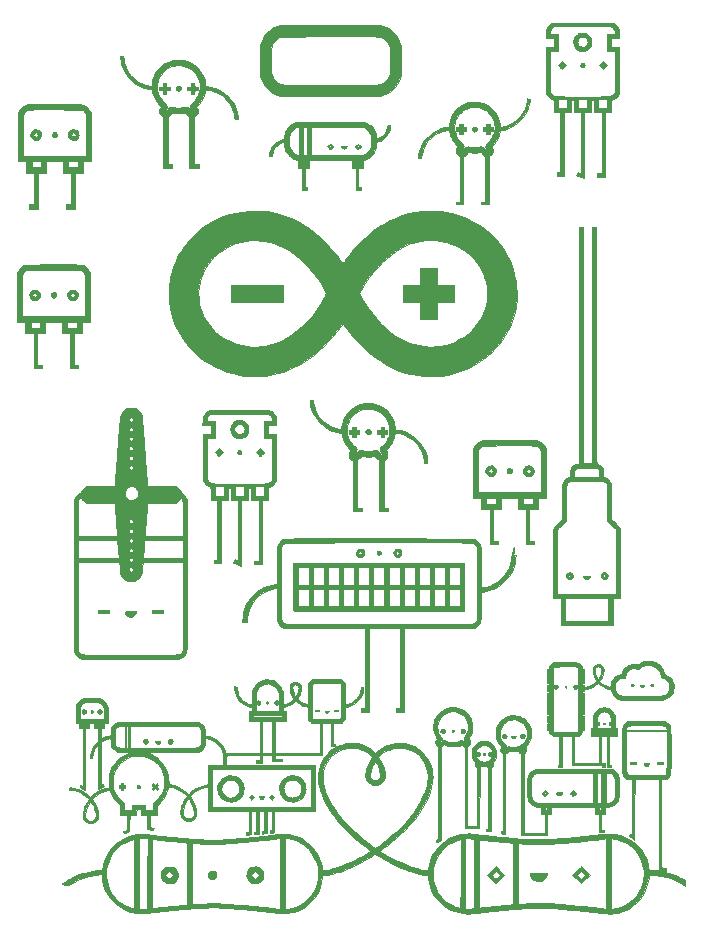
<source format=gtl>
G04 #@! TF.GenerationSoftware,KiCad,Pcbnew,5.1.5-52549c5~84~ubuntu18.04.1*
G04 #@! TF.CreationDate,2020-02-04T19:06:30-07:00*
G04 #@! TF.ProjectId,001,3030312e-6b69-4636-9164-5f7063625858,rev?*
G04 #@! TF.SameCoordinates,Original*
G04 #@! TF.FileFunction,Copper,L1,Top*
G04 #@! TF.FilePolarity,Positive*
%FSLAX46Y46*%
G04 Gerber Fmt 4.6, Leading zero omitted, Abs format (unit mm)*
G04 Created by KiCad (PCBNEW 5.1.5-52549c5~84~ubuntu18.04.1) date 2020-02-04 19:06:30*
%MOMM*%
%LPD*%
G04 APERTURE LIST*
%ADD10C,0.010000*%
G04 APERTURE END LIST*
D10*
G36*
X125671488Y-55973450D02*
G01*
X125751077Y-56009373D01*
X125807480Y-56075572D01*
X125834422Y-56166695D01*
X125835833Y-56195574D01*
X125817254Y-56285915D01*
X125766719Y-56356123D01*
X125692034Y-56400603D01*
X125601002Y-56413756D01*
X125543985Y-56404878D01*
X125469716Y-56366873D01*
X125421999Y-56305711D01*
X125400169Y-56230661D01*
X125403559Y-56150989D01*
X125431506Y-56075965D01*
X125483342Y-56014854D01*
X125558403Y-55976926D01*
X125574987Y-55973152D01*
X125671488Y-55973450D01*
G37*
X125671488Y-55973450D02*
X125751077Y-56009373D01*
X125807480Y-56075572D01*
X125834422Y-56166695D01*
X125835833Y-56195574D01*
X125817254Y-56285915D01*
X125766719Y-56356123D01*
X125692034Y-56400603D01*
X125601002Y-56413756D01*
X125543985Y-56404878D01*
X125469716Y-56366873D01*
X125421999Y-56305711D01*
X125400169Y-56230661D01*
X125403559Y-56150989D01*
X125431506Y-56075965D01*
X125483342Y-56014854D01*
X125558403Y-55976926D01*
X125574987Y-55973152D01*
X125671488Y-55973450D01*
G36*
X126814791Y-55757364D02*
G01*
X126968250Y-55763583D01*
X126974508Y-55906458D01*
X126980767Y-56049333D01*
X127254000Y-56049333D01*
X127254000Y-56345666D01*
X126980767Y-56345666D01*
X126974508Y-56488541D01*
X126968250Y-56631416D01*
X126814791Y-56637635D01*
X126661333Y-56643854D01*
X126661333Y-56347600D01*
X126518458Y-56341342D01*
X126375583Y-56335083D01*
X126363065Y-56049333D01*
X126661333Y-56049333D01*
X126661333Y-55751145D01*
X126814791Y-55757364D01*
G37*
X126814791Y-55757364D02*
X126968250Y-55763583D01*
X126974508Y-55906458D01*
X126980767Y-56049333D01*
X127254000Y-56049333D01*
X127254000Y-56345666D01*
X126980767Y-56345666D01*
X126974508Y-56488541D01*
X126968250Y-56631416D01*
X126814791Y-56637635D01*
X126661333Y-56643854D01*
X126661333Y-56347600D01*
X126518458Y-56341342D01*
X126375583Y-56335083D01*
X126363065Y-56049333D01*
X126661333Y-56049333D01*
X126661333Y-55751145D01*
X126814791Y-55757364D01*
G36*
X124565833Y-56049333D02*
G01*
X124862166Y-56049333D01*
X124862166Y-56345666D01*
X124565833Y-56345666D01*
X124565833Y-56642000D01*
X124269500Y-56642000D01*
X124269500Y-56345666D01*
X123973166Y-56345666D01*
X123973166Y-56049333D01*
X124269500Y-56049333D01*
X124269500Y-55753000D01*
X124565833Y-55753000D01*
X124565833Y-56049333D01*
G37*
X124565833Y-56049333D02*
X124862166Y-56049333D01*
X124862166Y-56345666D01*
X124565833Y-56345666D01*
X124565833Y-56642000D01*
X124269500Y-56642000D01*
X124269500Y-56345666D01*
X123973166Y-56345666D01*
X123973166Y-56049333D01*
X124269500Y-56049333D01*
X124269500Y-55753000D01*
X124565833Y-55753000D01*
X124565833Y-56049333D01*
G36*
X159923104Y-51489342D02*
G01*
X159998547Y-51495156D01*
X160058779Y-51507659D01*
X160117338Y-51529156D01*
X160151159Y-51544435D01*
X160294503Y-51633960D01*
X160418250Y-51756071D01*
X160514219Y-51902585D01*
X160519126Y-51912403D01*
X160549007Y-51977902D01*
X160567408Y-52035179D01*
X160577031Y-52098544D01*
X160580577Y-52182312D01*
X160580916Y-52239778D01*
X160579637Y-52338844D01*
X160573820Y-52410333D01*
X160560498Y-52468971D01*
X160536701Y-52529485D01*
X160512126Y-52581039D01*
X160414188Y-52735567D01*
X160289611Y-52858435D01*
X160141757Y-52947391D01*
X159973989Y-53000183D01*
X159866330Y-53013497D01*
X159760350Y-53014027D01*
X159662677Y-53004704D01*
X159616337Y-52994918D01*
X159451678Y-52926772D01*
X159307287Y-52823363D01*
X159187948Y-52688830D01*
X159112694Y-52559373D01*
X159085171Y-52494558D01*
X159068384Y-52434393D01*
X159059833Y-52364533D01*
X159057017Y-52270633D01*
X159056953Y-52250776D01*
X159391239Y-52250776D01*
X159409973Y-52371216D01*
X159466275Y-52485199D01*
X159470284Y-52490826D01*
X159563953Y-52587235D01*
X159675773Y-52647485D01*
X159799781Y-52670210D01*
X159930012Y-52654044D01*
X160024065Y-52617666D01*
X160114723Y-52550915D01*
X160189007Y-52455017D01*
X160228743Y-52368466D01*
X160249277Y-52247947D01*
X160233087Y-52133197D01*
X160185774Y-52029175D01*
X160112940Y-51940840D01*
X160020186Y-51873154D01*
X159913115Y-51831075D01*
X159797326Y-51819564D01*
X159678423Y-51843581D01*
X159649401Y-51855475D01*
X159539154Y-51926228D01*
X159457958Y-52020730D01*
X159407944Y-52131430D01*
X159391239Y-52250776D01*
X159056953Y-52250776D01*
X159056916Y-52239333D01*
X159058349Y-52139051D01*
X159064458Y-52066706D01*
X159077954Y-52007944D01*
X159101549Y-51948415D01*
X159118706Y-51912403D01*
X159212660Y-51764629D01*
X159334905Y-51640748D01*
X159477261Y-51548938D01*
X159486674Y-51544435D01*
X159549632Y-51517427D01*
X159607315Y-51500594D01*
X159673257Y-51491634D01*
X159760996Y-51488243D01*
X159818916Y-51487916D01*
X159923104Y-51489342D01*
G37*
X159923104Y-51489342D02*
X159998547Y-51495156D01*
X160058779Y-51507659D01*
X160117338Y-51529156D01*
X160151159Y-51544435D01*
X160294503Y-51633960D01*
X160418250Y-51756071D01*
X160514219Y-51902585D01*
X160519126Y-51912403D01*
X160549007Y-51977902D01*
X160567408Y-52035179D01*
X160577031Y-52098544D01*
X160580577Y-52182312D01*
X160580916Y-52239778D01*
X160579637Y-52338844D01*
X160573820Y-52410333D01*
X160560498Y-52468971D01*
X160536701Y-52529485D01*
X160512126Y-52581039D01*
X160414188Y-52735567D01*
X160289611Y-52858435D01*
X160141757Y-52947391D01*
X159973989Y-53000183D01*
X159866330Y-53013497D01*
X159760350Y-53014027D01*
X159662677Y-53004704D01*
X159616337Y-52994918D01*
X159451678Y-52926772D01*
X159307287Y-52823363D01*
X159187948Y-52688830D01*
X159112694Y-52559373D01*
X159085171Y-52494558D01*
X159068384Y-52434393D01*
X159059833Y-52364533D01*
X159057017Y-52270633D01*
X159056953Y-52250776D01*
X159391239Y-52250776D01*
X159409973Y-52371216D01*
X159466275Y-52485199D01*
X159470284Y-52490826D01*
X159563953Y-52587235D01*
X159675773Y-52647485D01*
X159799781Y-52670210D01*
X159930012Y-52654044D01*
X160024065Y-52617666D01*
X160114723Y-52550915D01*
X160189007Y-52455017D01*
X160228743Y-52368466D01*
X160249277Y-52247947D01*
X160233087Y-52133197D01*
X160185774Y-52029175D01*
X160112940Y-51940840D01*
X160020186Y-51873154D01*
X159913115Y-51831075D01*
X159797326Y-51819564D01*
X159678423Y-51843581D01*
X159649401Y-51855475D01*
X159539154Y-51926228D01*
X159457958Y-52020730D01*
X159407944Y-52131430D01*
X159391239Y-52250776D01*
X159056953Y-52250776D01*
X159056916Y-52239333D01*
X159058349Y-52139051D01*
X159064458Y-52066706D01*
X159077954Y-52007944D01*
X159101549Y-51948415D01*
X159118706Y-51912403D01*
X159212660Y-51764629D01*
X159334905Y-51640748D01*
X159477261Y-51548938D01*
X159486674Y-51544435D01*
X159549632Y-51517427D01*
X159607315Y-51500594D01*
X159673257Y-51491634D01*
X159760996Y-51488243D01*
X159818916Y-51487916D01*
X159923104Y-51489342D01*
G36*
X159881109Y-54035785D02*
G01*
X159940209Y-54082452D01*
X159983609Y-54144299D01*
X159998833Y-54203350D01*
X159985548Y-54264778D01*
X159954963Y-54321395D01*
X159915600Y-54359044D01*
X159865472Y-54374916D01*
X159818916Y-54377166D01*
X159752051Y-54371268D01*
X159707902Y-54348492D01*
X159682869Y-54321395D01*
X159651493Y-54262649D01*
X159639000Y-54203350D01*
X159656847Y-54139049D01*
X159701983Y-54077944D01*
X159761802Y-54033073D01*
X159818916Y-54017333D01*
X159881109Y-54035785D01*
G37*
X159881109Y-54035785D02*
X159940209Y-54082452D01*
X159983609Y-54144299D01*
X159998833Y-54203350D01*
X159985548Y-54264778D01*
X159954963Y-54321395D01*
X159915600Y-54359044D01*
X159865472Y-54374916D01*
X159818916Y-54377166D01*
X159752051Y-54371268D01*
X159707902Y-54348492D01*
X159682869Y-54321395D01*
X159651493Y-54262649D01*
X159639000Y-54203350D01*
X159656847Y-54139049D01*
X159701983Y-54077944D01*
X159761802Y-54033073D01*
X159818916Y-54017333D01*
X159881109Y-54035785D01*
G36*
X161734472Y-54027889D02*
G01*
X161913452Y-54207803D01*
X161745097Y-54377151D01*
X161677029Y-54444653D01*
X161620009Y-54499381D01*
X161580468Y-54535283D01*
X161565195Y-54546500D01*
X161546612Y-54532374D01*
X161504704Y-54493963D01*
X161445779Y-54437212D01*
X161379478Y-54371420D01*
X161205308Y-54196340D01*
X161555492Y-53847974D01*
X161734472Y-54027889D01*
G37*
X161734472Y-54027889D02*
X161913452Y-54207803D01*
X161745097Y-54377151D01*
X161677029Y-54444653D01*
X161620009Y-54499381D01*
X161580468Y-54535283D01*
X161565195Y-54546500D01*
X161546612Y-54532374D01*
X161504704Y-54493963D01*
X161445779Y-54437212D01*
X161379478Y-54371420D01*
X161205308Y-54196340D01*
X161555492Y-53847974D01*
X161734472Y-54027889D01*
G36*
X158257432Y-54022157D02*
G01*
X158432525Y-54196340D01*
X158258354Y-54371420D01*
X158189073Y-54440126D01*
X158130790Y-54496167D01*
X158089812Y-54533597D01*
X158072637Y-54546500D01*
X158054000Y-54532383D01*
X158012178Y-54494068D01*
X157953599Y-54437606D01*
X157892735Y-54377151D01*
X157724380Y-54207803D01*
X157903360Y-54027889D01*
X158082340Y-53847974D01*
X158257432Y-54022157D01*
G37*
X158257432Y-54022157D02*
X158432525Y-54196340D01*
X158258354Y-54371420D01*
X158189073Y-54440126D01*
X158130790Y-54496167D01*
X158089812Y-54533597D01*
X158072637Y-54546500D01*
X158054000Y-54532383D01*
X158012178Y-54494068D01*
X157953599Y-54437606D01*
X157892735Y-54377151D01*
X157724380Y-54207803D01*
X157903360Y-54027889D01*
X158082340Y-53847974D01*
X158257432Y-54022157D01*
G36*
X139868744Y-61110218D02*
G01*
X139835040Y-61189575D01*
X139780529Y-61244189D01*
X139739634Y-61268312D01*
X139670788Y-61293835D01*
X139604565Y-61291345D01*
X139538674Y-61268251D01*
X139465920Y-61219768D01*
X139417969Y-61153801D01*
X139403666Y-61092873D01*
X139405259Y-61072150D01*
X139414855Y-61058422D01*
X139439679Y-61050249D01*
X139486958Y-61046192D01*
X139563916Y-61044812D01*
X139645605Y-61044666D01*
X139887544Y-61044666D01*
X139868744Y-61110218D01*
G37*
X139868744Y-61110218D02*
X139835040Y-61189575D01*
X139780529Y-61244189D01*
X139739634Y-61268312D01*
X139670788Y-61293835D01*
X139604565Y-61291345D01*
X139538674Y-61268251D01*
X139465920Y-61219768D01*
X139417969Y-61153801D01*
X139403666Y-61092873D01*
X139405259Y-61072150D01*
X139414855Y-61058422D01*
X139439679Y-61050249D01*
X139486958Y-61046192D01*
X139563916Y-61044812D01*
X139645605Y-61044666D01*
X139887544Y-61044666D01*
X139868744Y-61110218D01*
G36*
X141064293Y-61107670D02*
G01*
X140949078Y-61224335D01*
X140893066Y-61279589D01*
X140848638Y-61320702D01*
X140823831Y-61340305D01*
X140821833Y-61341000D01*
X140802304Y-61326994D01*
X140761422Y-61289891D01*
X140707226Y-61237060D01*
X140694588Y-61224335D01*
X140590100Y-61118532D01*
X140743515Y-61118532D01*
X140768240Y-61149752D01*
X140801752Y-61181517D01*
X140821833Y-61192833D01*
X140845322Y-61178778D01*
X140875426Y-61149752D01*
X140900572Y-61117661D01*
X140898119Y-61093662D01*
X140868123Y-61060382D01*
X140821833Y-61014092D01*
X140775543Y-61060382D01*
X140744981Y-61094570D01*
X140743515Y-61118532D01*
X140590100Y-61118532D01*
X140579372Y-61107670D01*
X140700603Y-60986440D01*
X140821833Y-60865210D01*
X141064293Y-61107670D01*
G37*
X141064293Y-61107670D02*
X140949078Y-61224335D01*
X140893066Y-61279589D01*
X140848638Y-61320702D01*
X140823831Y-61340305D01*
X140821833Y-61341000D01*
X140802304Y-61326994D01*
X140761422Y-61289891D01*
X140707226Y-61237060D01*
X140694588Y-61224335D01*
X140590100Y-61118532D01*
X140743515Y-61118532D01*
X140768240Y-61149752D01*
X140801752Y-61181517D01*
X140821833Y-61192833D01*
X140845322Y-61178778D01*
X140875426Y-61149752D01*
X140900572Y-61117661D01*
X140898119Y-61093662D01*
X140868123Y-61060382D01*
X140821833Y-61014092D01*
X140775543Y-61060382D01*
X140744981Y-61094570D01*
X140743515Y-61118532D01*
X140590100Y-61118532D01*
X140579372Y-61107670D01*
X140700603Y-60986440D01*
X140821833Y-60865210D01*
X141064293Y-61107670D01*
G36*
X138577947Y-60991533D02*
G01*
X138705163Y-61117421D01*
X138594763Y-61229210D01*
X138538351Y-61283439D01*
X138491575Y-61323167D01*
X138463544Y-61340741D01*
X138461750Y-61341000D01*
X138437026Y-61326859D01*
X138392074Y-61289424D01*
X138335733Y-61236177D01*
X138323921Y-61224335D01*
X138208706Y-61107670D01*
X138209256Y-61107120D01*
X138358138Y-61107120D01*
X138408453Y-61160679D01*
X138458768Y-61214237D01*
X138508462Y-61167552D01*
X138558155Y-61120868D01*
X138504714Y-61067426D01*
X138451273Y-61013985D01*
X138358138Y-61107120D01*
X138209256Y-61107120D01*
X138329719Y-60986657D01*
X138450731Y-60865644D01*
X138577947Y-60991533D01*
G37*
X138577947Y-60991533D02*
X138705163Y-61117421D01*
X138594763Y-61229210D01*
X138538351Y-61283439D01*
X138491575Y-61323167D01*
X138463544Y-61340741D01*
X138461750Y-61341000D01*
X138437026Y-61326859D01*
X138392074Y-61289424D01*
X138335733Y-61236177D01*
X138323921Y-61224335D01*
X138208706Y-61107670D01*
X138209256Y-61107120D01*
X138358138Y-61107120D01*
X138408453Y-61160679D01*
X138458768Y-61214237D01*
X138508462Y-61167552D01*
X138558155Y-61120868D01*
X138504714Y-61067426D01*
X138451273Y-61013985D01*
X138358138Y-61107120D01*
X138209256Y-61107120D01*
X138329719Y-60986657D01*
X138450731Y-60865644D01*
X138577947Y-60991533D01*
G36*
X150757338Y-59444281D02*
G01*
X150832542Y-59496375D01*
X150876540Y-59571475D01*
X150884868Y-59659771D01*
X150875153Y-59703148D01*
X150830201Y-59780597D01*
X150761569Y-59831118D01*
X150679924Y-59850649D01*
X150595928Y-59835131D01*
X150567396Y-59820324D01*
X150497623Y-59755644D01*
X150463277Y-59676376D01*
X150465511Y-59591721D01*
X150505476Y-59510882D01*
X150525787Y-59487954D01*
X150600534Y-59435485D01*
X150681849Y-59423910D01*
X150757338Y-59444281D01*
G37*
X150757338Y-59444281D02*
X150832542Y-59496375D01*
X150876540Y-59571475D01*
X150884868Y-59659771D01*
X150875153Y-59703148D01*
X150830201Y-59780597D01*
X150761569Y-59831118D01*
X150679924Y-59850649D01*
X150595928Y-59835131D01*
X150567396Y-59820324D01*
X150497623Y-59755644D01*
X150463277Y-59676376D01*
X150465511Y-59591721D01*
X150505476Y-59510882D01*
X150525787Y-59487954D01*
X150600534Y-59435485D01*
X150681849Y-59423910D01*
X150757338Y-59444281D01*
G36*
X151955500Y-59499500D02*
G01*
X152230666Y-59499500D01*
X152230666Y-59774666D01*
X151955500Y-59774666D01*
X151955500Y-60049833D01*
X151680333Y-60049833D01*
X151680333Y-59774666D01*
X151384000Y-59774666D01*
X151384000Y-59499500D01*
X151680333Y-59499500D01*
X151680333Y-59224333D01*
X151955500Y-59224333D01*
X151955500Y-59499500D01*
G37*
X151955500Y-59499500D02*
X152230666Y-59499500D01*
X152230666Y-59774666D01*
X151955500Y-59774666D01*
X151955500Y-60049833D01*
X151680333Y-60049833D01*
X151680333Y-59774666D01*
X151384000Y-59774666D01*
X151384000Y-59499500D01*
X151680333Y-59499500D01*
X151680333Y-59224333D01*
X151955500Y-59224333D01*
X151955500Y-59499500D01*
G36*
X149669500Y-59499500D02*
G01*
X149944666Y-59499500D01*
X149944666Y-59774666D01*
X149669500Y-59774666D01*
X149669500Y-60049833D01*
X149394333Y-60049833D01*
X149394333Y-59774666D01*
X149119166Y-59774666D01*
X149119166Y-59499500D01*
X149394333Y-59499500D01*
X149394333Y-59224333D01*
X149669500Y-59224333D01*
X149669500Y-59499500D01*
G37*
X149669500Y-59499500D02*
X149944666Y-59499500D01*
X149944666Y-59774666D01*
X149669500Y-59774666D01*
X149669500Y-60049833D01*
X149394333Y-60049833D01*
X149394333Y-59774666D01*
X149119166Y-59774666D01*
X149119166Y-59499500D01*
X149394333Y-59499500D01*
X149394333Y-59224333D01*
X149669500Y-59224333D01*
X149669500Y-59499500D01*
G36*
X115209583Y-59908464D02*
G01*
X115215627Y-59911238D01*
X115288341Y-59965705D01*
X115332250Y-60039775D01*
X115346558Y-60123088D01*
X115330469Y-60205283D01*
X115283184Y-60276000D01*
X115245909Y-60304855D01*
X115153048Y-60342873D01*
X115066682Y-60339134D01*
X114985575Y-60293504D01*
X114964633Y-60274200D01*
X114916931Y-60217973D01*
X114896100Y-60164436D01*
X114892666Y-60117074D01*
X114910908Y-60023524D01*
X114960069Y-59950567D01*
X115031800Y-59903525D01*
X115117755Y-59887717D01*
X115209583Y-59908464D01*
G37*
X115209583Y-59908464D02*
X115215627Y-59911238D01*
X115288341Y-59965705D01*
X115332250Y-60039775D01*
X115346558Y-60123088D01*
X115330469Y-60205283D01*
X115283184Y-60276000D01*
X115245909Y-60304855D01*
X115153048Y-60342873D01*
X115066682Y-60339134D01*
X114985575Y-60293504D01*
X114964633Y-60274200D01*
X114916931Y-60217973D01*
X114896100Y-60164436D01*
X114892666Y-60117074D01*
X114910908Y-60023524D01*
X114960069Y-59950567D01*
X115031800Y-59903525D01*
X115117755Y-59887717D01*
X115209583Y-59908464D01*
G36*
X116738546Y-59673137D02*
G01*
X116876292Y-59697621D01*
X116988638Y-59755679D01*
X117077258Y-59848340D01*
X117109877Y-59901666D01*
X117138882Y-59964787D01*
X117152714Y-60025319D01*
X117154777Y-60101903D01*
X117153195Y-60138879D01*
X117144671Y-60228090D01*
X117126714Y-60293743D01*
X117093620Y-60354448D01*
X117081836Y-60371712D01*
X116993323Y-60465064D01*
X116883054Y-60531050D01*
X116761421Y-60565505D01*
X116638814Y-60564261D01*
X116614368Y-60559185D01*
X116488274Y-60507005D01*
X116381781Y-60418623D01*
X116342876Y-60369786D01*
X116309952Y-60318746D01*
X116290779Y-60272586D01*
X116281721Y-60216689D01*
X116279142Y-60136440D01*
X116279083Y-60113333D01*
X116279094Y-60112721D01*
X116513085Y-60112721D01*
X116606866Y-60208277D01*
X116657318Y-60257845D01*
X116695921Y-60292386D01*
X116713000Y-60303833D01*
X116733104Y-60289877D01*
X116773282Y-60253488D01*
X116819133Y-60208277D01*
X116912914Y-60112721D01*
X116713000Y-59912807D01*
X116613042Y-60012764D01*
X116513085Y-60112721D01*
X116279094Y-60112721D01*
X116280701Y-60025508D01*
X116287967Y-59965387D01*
X116304501Y-59918390D01*
X116333920Y-59869937D01*
X116342583Y-59857490D01*
X116433132Y-59759127D01*
X116541351Y-59698145D01*
X116670495Y-59673028D01*
X116738546Y-59673137D01*
G37*
X116738546Y-59673137D02*
X116876292Y-59697621D01*
X116988638Y-59755679D01*
X117077258Y-59848340D01*
X117109877Y-59901666D01*
X117138882Y-59964787D01*
X117152714Y-60025319D01*
X117154777Y-60101903D01*
X117153195Y-60138879D01*
X117144671Y-60228090D01*
X117126714Y-60293743D01*
X117093620Y-60354448D01*
X117081836Y-60371712D01*
X116993323Y-60465064D01*
X116883054Y-60531050D01*
X116761421Y-60565505D01*
X116638814Y-60564261D01*
X116614368Y-60559185D01*
X116488274Y-60507005D01*
X116381781Y-60418623D01*
X116342876Y-60369786D01*
X116309952Y-60318746D01*
X116290779Y-60272586D01*
X116281721Y-60216689D01*
X116279142Y-60136440D01*
X116279083Y-60113333D01*
X116279094Y-60112721D01*
X116513085Y-60112721D01*
X116606866Y-60208277D01*
X116657318Y-60257845D01*
X116695921Y-60292386D01*
X116713000Y-60303833D01*
X116733104Y-60289877D01*
X116773282Y-60253488D01*
X116819133Y-60208277D01*
X116912914Y-60112721D01*
X116713000Y-59912807D01*
X116613042Y-60012764D01*
X116513085Y-60112721D01*
X116279094Y-60112721D01*
X116280701Y-60025508D01*
X116287967Y-59965387D01*
X116304501Y-59918390D01*
X116333920Y-59869937D01*
X116342583Y-59857490D01*
X116433132Y-59759127D01*
X116541351Y-59698145D01*
X116670495Y-59673028D01*
X116738546Y-59673137D01*
G36*
X113657375Y-59687561D02*
G01*
X113776925Y-59741854D01*
X113871977Y-59828873D01*
X113939189Y-59945778D01*
X113969734Y-60053635D01*
X113970651Y-60170197D01*
X113936172Y-60286335D01*
X113872331Y-60392915D01*
X113785158Y-60480804D01*
X113680688Y-60540869D01*
X113639165Y-60554135D01*
X113568492Y-60570417D01*
X113517870Y-60575412D01*
X113466655Y-60569503D01*
X113415986Y-60558277D01*
X113308995Y-60513476D01*
X113213301Y-60437725D01*
X113136785Y-60340720D01*
X113087330Y-60232160D01*
X113072451Y-60135635D01*
X113075592Y-60112812D01*
X113316828Y-60112812D01*
X113525892Y-60325068D01*
X113627470Y-60225018D01*
X113729047Y-60124968D01*
X113516859Y-59912780D01*
X113416843Y-60012796D01*
X113316828Y-60112812D01*
X113075592Y-60112812D01*
X113091268Y-59998950D01*
X113143837Y-59878979D01*
X113225007Y-59781134D01*
X113329628Y-59710827D01*
X113452549Y-59673471D01*
X113516669Y-59668833D01*
X113657375Y-59687561D01*
G37*
X113657375Y-59687561D02*
X113776925Y-59741854D01*
X113871977Y-59828873D01*
X113939189Y-59945778D01*
X113969734Y-60053635D01*
X113970651Y-60170197D01*
X113936172Y-60286335D01*
X113872331Y-60392915D01*
X113785158Y-60480804D01*
X113680688Y-60540869D01*
X113639165Y-60554135D01*
X113568492Y-60570417D01*
X113517870Y-60575412D01*
X113466655Y-60569503D01*
X113415986Y-60558277D01*
X113308995Y-60513476D01*
X113213301Y-60437725D01*
X113136785Y-60340720D01*
X113087330Y-60232160D01*
X113072451Y-60135635D01*
X113075592Y-60112812D01*
X113316828Y-60112812D01*
X113525892Y-60325068D01*
X113627470Y-60225018D01*
X113729047Y-60124968D01*
X113516859Y-59912780D01*
X113416843Y-60012796D01*
X113316828Y-60112812D01*
X113075592Y-60112812D01*
X113091268Y-59998950D01*
X113143837Y-59878979D01*
X113225007Y-59781134D01*
X113329628Y-59710827D01*
X113452549Y-59673471D01*
X113516669Y-59668833D01*
X113657375Y-59687561D01*
G36*
X115142509Y-73469035D02*
G01*
X115163244Y-73481368D01*
X115216055Y-73535810D01*
X115256591Y-73608263D01*
X115273632Y-73678425D01*
X115273666Y-73681166D01*
X115254975Y-73760140D01*
X115206392Y-73832666D01*
X115139157Y-73882271D01*
X115135357Y-73883917D01*
X115058376Y-73909084D01*
X114996947Y-73908076D01*
X114932703Y-73880043D01*
X114922729Y-73874090D01*
X114854491Y-73810457D01*
X114818608Y-73729351D01*
X114815885Y-73641520D01*
X114847121Y-73557713D01*
X114895010Y-73502525D01*
X114973140Y-73460100D01*
X115060751Y-73448533D01*
X115142509Y-73469035D01*
G37*
X115142509Y-73469035D02*
X115163244Y-73481368D01*
X115216055Y-73535810D01*
X115256591Y-73608263D01*
X115273632Y-73678425D01*
X115273666Y-73681166D01*
X115254975Y-73760140D01*
X115206392Y-73832666D01*
X115139157Y-73882271D01*
X115135357Y-73883917D01*
X115058376Y-73909084D01*
X114996947Y-73908076D01*
X114932703Y-73880043D01*
X114922729Y-73874090D01*
X114854491Y-73810457D01*
X114818608Y-73729351D01*
X114815885Y-73641520D01*
X114847121Y-73557713D01*
X114895010Y-73502525D01*
X114973140Y-73460100D01*
X115060751Y-73448533D01*
X115142509Y-73469035D01*
G36*
X116771855Y-73247772D02*
G01*
X116887694Y-73305699D01*
X116950044Y-73357194D01*
X117029559Y-73461477D01*
X117073835Y-73578650D01*
X117084276Y-73701120D01*
X117062287Y-73821296D01*
X117009272Y-73931583D01*
X116926637Y-74024391D01*
X116815785Y-74092127D01*
X116813932Y-74092906D01*
X116713394Y-74118714D01*
X116600311Y-74122885D01*
X116493384Y-74105880D01*
X116435723Y-74083524D01*
X116322834Y-74002082D01*
X116242766Y-73898043D01*
X116197602Y-73777917D01*
X116191496Y-73681076D01*
X116428930Y-73681076D01*
X116522455Y-73776371D01*
X116572823Y-73825862D01*
X116611317Y-73860315D01*
X116628244Y-73871666D01*
X116648187Y-73857707D01*
X116688625Y-73821127D01*
X116740288Y-73770363D01*
X116840068Y-73669059D01*
X116637392Y-73469431D01*
X116533161Y-73575253D01*
X116428930Y-73681076D01*
X116191496Y-73681076D01*
X116189423Y-73648213D01*
X116220313Y-73515444D01*
X116239857Y-73471218D01*
X116315579Y-73362034D01*
X116413955Y-73283922D01*
X116527670Y-73238058D01*
X116649408Y-73225617D01*
X116771855Y-73247772D01*
G37*
X116771855Y-73247772D02*
X116887694Y-73305699D01*
X116950044Y-73357194D01*
X117029559Y-73461477D01*
X117073835Y-73578650D01*
X117084276Y-73701120D01*
X117062287Y-73821296D01*
X117009272Y-73931583D01*
X116926637Y-74024391D01*
X116815785Y-74092127D01*
X116813932Y-74092906D01*
X116713394Y-74118714D01*
X116600311Y-74122885D01*
X116493384Y-74105880D01*
X116435723Y-74083524D01*
X116322834Y-74002082D01*
X116242766Y-73898043D01*
X116197602Y-73777917D01*
X116191496Y-73681076D01*
X116428930Y-73681076D01*
X116522455Y-73776371D01*
X116572823Y-73825862D01*
X116611317Y-73860315D01*
X116628244Y-73871666D01*
X116648187Y-73857707D01*
X116688625Y-73821127D01*
X116740288Y-73770363D01*
X116840068Y-73669059D01*
X116637392Y-73469431D01*
X116533161Y-73575253D01*
X116428930Y-73681076D01*
X116191496Y-73681076D01*
X116189423Y-73648213D01*
X116220313Y-73515444D01*
X116239857Y-73471218D01*
X116315579Y-73362034D01*
X116413955Y-73283922D01*
X116527670Y-73238058D01*
X116649408Y-73225617D01*
X116771855Y-73247772D01*
G36*
X113599948Y-73255708D02*
G01*
X113703933Y-73310751D01*
X113791586Y-73392706D01*
X113856354Y-73500134D01*
X113889366Y-73615548D01*
X113889919Y-73743132D01*
X113853693Y-73861952D01*
X113786167Y-73965764D01*
X113692821Y-74048318D01*
X113579133Y-74103368D01*
X113450584Y-74124668D01*
X113442750Y-74124736D01*
X113358579Y-74116274D01*
X113274751Y-74095070D01*
X113250752Y-74085602D01*
X113143680Y-74015375D01*
X113063731Y-73919059D01*
X113013265Y-73804900D01*
X112994640Y-73681140D01*
X112994704Y-73680618D01*
X113232135Y-73680618D01*
X113336916Y-73787000D01*
X113441698Y-73893381D01*
X113547531Y-73787547D01*
X113653364Y-73681714D01*
X113548583Y-73575333D01*
X113443801Y-73468952D01*
X113232135Y-73680618D01*
X112994704Y-73680618D01*
X113010216Y-73556026D01*
X113062351Y-73437802D01*
X113064469Y-73434503D01*
X113151790Y-73333413D01*
X113255553Y-73266427D01*
X113369204Y-73232107D01*
X113486187Y-73229013D01*
X113599948Y-73255708D01*
G37*
X113599948Y-73255708D02*
X113703933Y-73310751D01*
X113791586Y-73392706D01*
X113856354Y-73500134D01*
X113889366Y-73615548D01*
X113889919Y-73743132D01*
X113853693Y-73861952D01*
X113786167Y-73965764D01*
X113692821Y-74048318D01*
X113579133Y-74103368D01*
X113450584Y-74124668D01*
X113442750Y-74124736D01*
X113358579Y-74116274D01*
X113274751Y-74095070D01*
X113250752Y-74085602D01*
X113143680Y-74015375D01*
X113063731Y-73919059D01*
X113013265Y-73804900D01*
X112994640Y-73681140D01*
X112994704Y-73680618D01*
X113232135Y-73680618D01*
X113336916Y-73787000D01*
X113441698Y-73893381D01*
X113547531Y-73787547D01*
X113653364Y-73681714D01*
X113548583Y-73575333D01*
X113443801Y-73468952D01*
X113232135Y-73680618D01*
X112994704Y-73680618D01*
X113010216Y-73556026D01*
X113062351Y-73437802D01*
X113064469Y-73434503D01*
X113151790Y-73333413D01*
X113255553Y-73266427D01*
X113369204Y-73232107D01*
X113486187Y-73229013D01*
X113599948Y-73255708D01*
G36*
X147489333Y-72855118D02*
G01*
X148224875Y-72860684D01*
X148960416Y-72866250D01*
X148965993Y-73570041D01*
X148971570Y-74273833D01*
X147489333Y-74273833D01*
X147489333Y-75755500D01*
X146071166Y-75755500D01*
X146071166Y-74273833D01*
X144589500Y-74273833D01*
X144589500Y-72855666D01*
X146071166Y-72855666D01*
X146071166Y-71374000D01*
X147489333Y-71374000D01*
X147489333Y-72855118D01*
G37*
X147489333Y-72855118D02*
X148224875Y-72860684D01*
X148960416Y-72866250D01*
X148965993Y-73570041D01*
X148971570Y-74273833D01*
X147489333Y-74273833D01*
X147489333Y-75755500D01*
X146071166Y-75755500D01*
X146071166Y-74273833D01*
X144589500Y-74273833D01*
X144589500Y-72855666D01*
X146071166Y-72855666D01*
X146071166Y-71374000D01*
X147489333Y-71374000D01*
X147489333Y-72855118D01*
G36*
X134429500Y-74273833D02*
G01*
X130048000Y-74273833D01*
X130048000Y-72855666D01*
X134429500Y-72855666D01*
X134429500Y-74273833D01*
G37*
X134429500Y-74273833D02*
X130048000Y-74273833D01*
X130048000Y-72855666D01*
X134429500Y-72855666D01*
X134429500Y-74273833D01*
G36*
X141743590Y-85061395D02*
G01*
X141821624Y-85109430D01*
X141866087Y-85156002D01*
X141886133Y-85203001D01*
X141890750Y-85269916D01*
X141885957Y-85337699D01*
X141865590Y-85384526D01*
X141821624Y-85430402D01*
X141740816Y-85478644D01*
X141651928Y-85492795D01*
X141567419Y-85471632D01*
X141543973Y-85457650D01*
X141483635Y-85392172D01*
X141451582Y-85307842D01*
X141453071Y-85219987D01*
X141457323Y-85204932D01*
X141504088Y-85121184D01*
X141573511Y-85067740D01*
X141656406Y-85047008D01*
X141743590Y-85061395D01*
G37*
X141743590Y-85061395D02*
X141821624Y-85109430D01*
X141866087Y-85156002D01*
X141886133Y-85203001D01*
X141890750Y-85269916D01*
X141885957Y-85337699D01*
X141865590Y-85384526D01*
X141821624Y-85430402D01*
X141740816Y-85478644D01*
X141651928Y-85492795D01*
X141567419Y-85471632D01*
X141543973Y-85457650D01*
X141483635Y-85392172D01*
X141451582Y-85307842D01*
X141453071Y-85219987D01*
X141457323Y-85204932D01*
X141504088Y-85121184D01*
X141573511Y-85067740D01*
X141656406Y-85047008D01*
X141743590Y-85061395D01*
G36*
X143023166Y-85109232D02*
G01*
X143308916Y-85121750D01*
X143308916Y-85418083D01*
X143166041Y-85424342D01*
X143023166Y-85430600D01*
X143023166Y-85703833D01*
X142726833Y-85703833D01*
X142726833Y-85428666D01*
X142430500Y-85428666D01*
X142430500Y-85111166D01*
X142726833Y-85111166D01*
X142726833Y-84836000D01*
X143023166Y-84836000D01*
X143023166Y-85109232D01*
G37*
X143023166Y-85109232D02*
X143308916Y-85121750D01*
X143308916Y-85418083D01*
X143166041Y-85424342D01*
X143023166Y-85430600D01*
X143023166Y-85703833D01*
X142726833Y-85703833D01*
X142726833Y-85428666D01*
X142430500Y-85428666D01*
X142430500Y-85111166D01*
X142726833Y-85111166D01*
X142726833Y-84836000D01*
X143023166Y-84836000D01*
X143023166Y-85109232D01*
G36*
X140610166Y-85111166D02*
G01*
X140906500Y-85111166D01*
X140906500Y-85428666D01*
X140610166Y-85428666D01*
X140610166Y-85703833D01*
X140313833Y-85703833D01*
X140313833Y-85430600D01*
X140170958Y-85424342D01*
X140028083Y-85418083D01*
X140028083Y-85121750D01*
X140313833Y-85109232D01*
X140313833Y-84836000D01*
X140610166Y-84836000D01*
X140610166Y-85111166D01*
G37*
X140610166Y-85111166D02*
X140906500Y-85111166D01*
X140906500Y-85428666D01*
X140610166Y-85428666D01*
X140610166Y-85703833D01*
X140313833Y-85703833D01*
X140313833Y-85430600D01*
X140170958Y-85424342D01*
X140028083Y-85418083D01*
X140028083Y-85121750D01*
X140313833Y-85109232D01*
X140313833Y-84836000D01*
X140610166Y-84836000D01*
X140610166Y-85111166D01*
G36*
X153698071Y-88357103D02*
G01*
X153782609Y-88396038D01*
X153801957Y-88411430D01*
X153846420Y-88458002D01*
X153866467Y-88505001D01*
X153871083Y-88571916D01*
X153866291Y-88639699D01*
X153845923Y-88686526D01*
X153801957Y-88732402D01*
X153739317Y-88776554D01*
X153672300Y-88792735D01*
X153643207Y-88793523D01*
X153577638Y-88788147D01*
X153525618Y-88775575D01*
X153516541Y-88771304D01*
X153471921Y-88726826D01*
X153435463Y-88659093D01*
X153416774Y-88587160D01*
X153416000Y-88571916D01*
X153429596Y-88500115D01*
X153463974Y-88429512D01*
X153509511Y-88378531D01*
X153520660Y-88371460D01*
X153605322Y-88348138D01*
X153698071Y-88357103D01*
G37*
X153698071Y-88357103D02*
X153782609Y-88396038D01*
X153801957Y-88411430D01*
X153846420Y-88458002D01*
X153866467Y-88505001D01*
X153871083Y-88571916D01*
X153866291Y-88639699D01*
X153845923Y-88686526D01*
X153801957Y-88732402D01*
X153739317Y-88776554D01*
X153672300Y-88792735D01*
X153643207Y-88793523D01*
X153577638Y-88788147D01*
X153525618Y-88775575D01*
X153516541Y-88771304D01*
X153471921Y-88726826D01*
X153435463Y-88659093D01*
X153416774Y-88587160D01*
X153416000Y-88571916D01*
X153429596Y-88500115D01*
X153463974Y-88429512D01*
X153509511Y-88378531D01*
X153520660Y-88371460D01*
X153605322Y-88348138D01*
X153698071Y-88357103D01*
G36*
X155349603Y-88133493D02*
G01*
X155473572Y-88187645D01*
X155482025Y-88193006D01*
X155581637Y-88280042D01*
X155648498Y-88385666D01*
X155682993Y-88502521D01*
X155685502Y-88623250D01*
X155656410Y-88740496D01*
X155596098Y-88846901D01*
X155504948Y-88935110D01*
X155441451Y-88973382D01*
X155309612Y-89018143D01*
X155178504Y-89022152D01*
X155056416Y-88986870D01*
X154943749Y-88913936D01*
X154861718Y-88818151D01*
X154811032Y-88706606D01*
X154792401Y-88586392D01*
X154792508Y-88585464D01*
X155039928Y-88585464D01*
X155131954Y-88679232D01*
X155181915Y-88728280D01*
X155219972Y-88762219D01*
X155236244Y-88773000D01*
X155256187Y-88759040D01*
X155296625Y-88722460D01*
X155348288Y-88671696D01*
X155448068Y-88570392D01*
X155343250Y-88467150D01*
X155286963Y-88413626D01*
X155246496Y-88387045D01*
X155211896Y-88388890D01*
X155173206Y-88420644D01*
X155120472Y-88483792D01*
X155105581Y-88502570D01*
X155039928Y-88585464D01*
X154792508Y-88585464D01*
X154806531Y-88464598D01*
X154854132Y-88348314D01*
X154935913Y-88244631D01*
X154978585Y-88208098D01*
X155095139Y-88143929D01*
X155221135Y-88118991D01*
X155349603Y-88133493D01*
G37*
X155349603Y-88133493D02*
X155473572Y-88187645D01*
X155482025Y-88193006D01*
X155581637Y-88280042D01*
X155648498Y-88385666D01*
X155682993Y-88502521D01*
X155685502Y-88623250D01*
X155656410Y-88740496D01*
X155596098Y-88846901D01*
X155504948Y-88935110D01*
X155441451Y-88973382D01*
X155309612Y-89018143D01*
X155178504Y-89022152D01*
X155056416Y-88986870D01*
X154943749Y-88913936D01*
X154861718Y-88818151D01*
X154811032Y-88706606D01*
X154792401Y-88586392D01*
X154792508Y-88585464D01*
X155039928Y-88585464D01*
X155131954Y-88679232D01*
X155181915Y-88728280D01*
X155219972Y-88762219D01*
X155236244Y-88773000D01*
X155256187Y-88759040D01*
X155296625Y-88722460D01*
X155348288Y-88671696D01*
X155448068Y-88570392D01*
X155343250Y-88467150D01*
X155286963Y-88413626D01*
X155246496Y-88387045D01*
X155211896Y-88388890D01*
X155173206Y-88420644D01*
X155120472Y-88483792D01*
X155105581Y-88502570D01*
X155039928Y-88585464D01*
X154792508Y-88585464D01*
X154806531Y-88464598D01*
X154854132Y-88348314D01*
X154935913Y-88244631D01*
X154978585Y-88208098D01*
X155095139Y-88143929D01*
X155221135Y-88118991D01*
X155349603Y-88133493D01*
G36*
X152103747Y-88122626D02*
G01*
X152230451Y-88158972D01*
X152336265Y-88226900D01*
X152417893Y-88319484D01*
X152472039Y-88429802D01*
X152495407Y-88550930D01*
X152484699Y-88675943D01*
X152436619Y-88797920D01*
X152430324Y-88808549D01*
X152345079Y-88909760D01*
X152235458Y-88980375D01*
X152108947Y-89017671D01*
X151973028Y-89018927D01*
X151895722Y-89002912D01*
X151802503Y-88956030D01*
X151718594Y-88877371D01*
X151651354Y-88777445D01*
X151608138Y-88666762D01*
X151595784Y-88574372D01*
X151596387Y-88570392D01*
X151849598Y-88570392D01*
X152049226Y-88773068D01*
X152150564Y-88673254D01*
X152251901Y-88573440D01*
X152052273Y-88370764D01*
X151950935Y-88470578D01*
X151849598Y-88570392D01*
X151596387Y-88570392D01*
X151615044Y-88447363D01*
X151668946Y-88333201D01*
X151750910Y-88237738D01*
X151854354Y-88166826D01*
X151972700Y-88126317D01*
X152099366Y-88122063D01*
X152103747Y-88122626D01*
G37*
X152103747Y-88122626D02*
X152230451Y-88158972D01*
X152336265Y-88226900D01*
X152417893Y-88319484D01*
X152472039Y-88429802D01*
X152495407Y-88550930D01*
X152484699Y-88675943D01*
X152436619Y-88797920D01*
X152430324Y-88808549D01*
X152345079Y-88909760D01*
X152235458Y-88980375D01*
X152108947Y-89017671D01*
X151973028Y-89018927D01*
X151895722Y-89002912D01*
X151802503Y-88956030D01*
X151718594Y-88877371D01*
X151651354Y-88777445D01*
X151608138Y-88666762D01*
X151595784Y-88574372D01*
X151596387Y-88570392D01*
X151849598Y-88570392D01*
X152049226Y-88773068D01*
X152150564Y-88673254D01*
X152251901Y-88573440D01*
X152052273Y-88370764D01*
X151950935Y-88470578D01*
X151849598Y-88570392D01*
X151596387Y-88570392D01*
X151615044Y-88447363D01*
X151668946Y-88333201D01*
X151750910Y-88237738D01*
X151854354Y-88166826D01*
X151972700Y-88126317D01*
X152099366Y-88122063D01*
X152103747Y-88122626D01*
G36*
X130879626Y-84277084D02*
G01*
X130954219Y-84284955D01*
X131017467Y-84301492D01*
X131084808Y-84329496D01*
X131088873Y-84331395D01*
X131245898Y-84427676D01*
X131375328Y-84555127D01*
X131471459Y-84705960D01*
X131505390Y-84779148D01*
X131525927Y-84839744D01*
X131536358Y-84903553D01*
X131539971Y-84986381D01*
X131540250Y-85036638D01*
X131538361Y-85137125D01*
X131530686Y-85211364D01*
X131514209Y-85275348D01*
X131485913Y-85345071D01*
X131479413Y-85359290D01*
X131406077Y-85481129D01*
X131306000Y-85596372D01*
X131191326Y-85692781D01*
X131090474Y-85751217D01*
X130993570Y-85781080D01*
X130872190Y-85799216D01*
X130742765Y-85804800D01*
X130621723Y-85797009D01*
X130536858Y-85778983D01*
X130396147Y-85713539D01*
X130266202Y-85616118D01*
X130155177Y-85495375D01*
X130071222Y-85359967D01*
X130026583Y-85237125D01*
X130010074Y-85117128D01*
X130010827Y-84987598D01*
X130349675Y-84987598D01*
X130352702Y-85104701D01*
X130387774Y-85213758D01*
X130449774Y-85309656D01*
X130533587Y-85387277D01*
X130634096Y-85441505D01*
X130746184Y-85467224D01*
X130864737Y-85459318D01*
X130947764Y-85431524D01*
X131048821Y-85365401D01*
X131131537Y-85272347D01*
X131188384Y-85163528D01*
X131211831Y-85050112D01*
X131212048Y-85039539D01*
X131195033Y-84940097D01*
X131148421Y-84836506D01*
X131079679Y-84745071D01*
X131075010Y-84740323D01*
X130984823Y-84670490D01*
X130881503Y-84622338D01*
X130781352Y-84603334D01*
X130775794Y-84603284D01*
X130662521Y-84623179D01*
X130552789Y-84677186D01*
X130457763Y-84757775D01*
X130388611Y-84857418D01*
X130383808Y-84867568D01*
X130349675Y-84987598D01*
X130010827Y-84987598D01*
X130010859Y-84982196D01*
X130027636Y-84849900D01*
X130059101Y-84737815D01*
X130064550Y-84724858D01*
X130134138Y-84608111D01*
X130233131Y-84495245D01*
X130349399Y-84398315D01*
X130456043Y-84335919D01*
X130528593Y-84305160D01*
X130592555Y-84286795D01*
X130663977Y-84277793D01*
X130758904Y-84275124D01*
X130778250Y-84275083D01*
X130879626Y-84277084D01*
G37*
X130879626Y-84277084D02*
X130954219Y-84284955D01*
X131017467Y-84301492D01*
X131084808Y-84329496D01*
X131088873Y-84331395D01*
X131245898Y-84427676D01*
X131375328Y-84555127D01*
X131471459Y-84705960D01*
X131505390Y-84779148D01*
X131525927Y-84839744D01*
X131536358Y-84903553D01*
X131539971Y-84986381D01*
X131540250Y-85036638D01*
X131538361Y-85137125D01*
X131530686Y-85211364D01*
X131514209Y-85275348D01*
X131485913Y-85345071D01*
X131479413Y-85359290D01*
X131406077Y-85481129D01*
X131306000Y-85596372D01*
X131191326Y-85692781D01*
X131090474Y-85751217D01*
X130993570Y-85781080D01*
X130872190Y-85799216D01*
X130742765Y-85804800D01*
X130621723Y-85797009D01*
X130536858Y-85778983D01*
X130396147Y-85713539D01*
X130266202Y-85616118D01*
X130155177Y-85495375D01*
X130071222Y-85359967D01*
X130026583Y-85237125D01*
X130010074Y-85117128D01*
X130010827Y-84987598D01*
X130349675Y-84987598D01*
X130352702Y-85104701D01*
X130387774Y-85213758D01*
X130449774Y-85309656D01*
X130533587Y-85387277D01*
X130634096Y-85441505D01*
X130746184Y-85467224D01*
X130864737Y-85459318D01*
X130947764Y-85431524D01*
X131048821Y-85365401D01*
X131131537Y-85272347D01*
X131188384Y-85163528D01*
X131211831Y-85050112D01*
X131212048Y-85039539D01*
X131195033Y-84940097D01*
X131148421Y-84836506D01*
X131079679Y-84745071D01*
X131075010Y-84740323D01*
X130984823Y-84670490D01*
X130881503Y-84622338D01*
X130781352Y-84603334D01*
X130775794Y-84603284D01*
X130662521Y-84623179D01*
X130552789Y-84677186D01*
X130457763Y-84757775D01*
X130388611Y-84857418D01*
X130383808Y-84867568D01*
X130349675Y-84987598D01*
X130010827Y-84987598D01*
X130010859Y-84982196D01*
X130027636Y-84849900D01*
X130059101Y-84737815D01*
X130064550Y-84724858D01*
X130134138Y-84608111D01*
X130233131Y-84495245D01*
X130349399Y-84398315D01*
X130456043Y-84335919D01*
X130528593Y-84305160D01*
X130592555Y-84286795D01*
X130663977Y-84277793D01*
X130758904Y-84275124D01*
X130778250Y-84275083D01*
X130879626Y-84277084D01*
G36*
X130860895Y-86842771D02*
G01*
X130919844Y-86887907D01*
X130951427Y-86951807D01*
X130951972Y-87025207D01*
X130917808Y-87098838D01*
X130896294Y-87123628D01*
X130824332Y-87173589D01*
X130750239Y-87181352D01*
X130693583Y-87159934D01*
X130631222Y-87104613D01*
X130601495Y-87036283D01*
X130601952Y-86964622D01*
X130630140Y-86899311D01*
X130683609Y-86850026D01*
X130759906Y-86826446D01*
X130778250Y-86825666D01*
X130860895Y-86842771D01*
G37*
X130860895Y-86842771D02*
X130919844Y-86887907D01*
X130951427Y-86951807D01*
X130951972Y-87025207D01*
X130917808Y-87098838D01*
X130896294Y-87123628D01*
X130824332Y-87173589D01*
X130750239Y-87181352D01*
X130693583Y-87159934D01*
X130631222Y-87104613D01*
X130601495Y-87036283D01*
X130601952Y-86964622D01*
X130630140Y-86899311D01*
X130683609Y-86850026D01*
X130759906Y-86826446D01*
X130778250Y-86825666D01*
X130860895Y-86842771D01*
G36*
X132693818Y-86815068D02*
G01*
X132761536Y-86884249D01*
X132816370Y-86943807D01*
X132852204Y-86986862D01*
X132863166Y-87005583D01*
X132849170Y-87027129D01*
X132812144Y-87070293D01*
X132759527Y-87127423D01*
X132698761Y-87190866D01*
X132637286Y-87252971D01*
X132582544Y-87306085D01*
X132541975Y-87342557D01*
X132523564Y-87354833D01*
X132505369Y-87340716D01*
X132463791Y-87302326D01*
X132405102Y-87245604D01*
X132338811Y-87179753D01*
X132164641Y-87004673D01*
X132344556Y-86825693D01*
X132524470Y-86646713D01*
X132693818Y-86815068D01*
G37*
X132693818Y-86815068D02*
X132761536Y-86884249D01*
X132816370Y-86943807D01*
X132852204Y-86986862D01*
X132863166Y-87005583D01*
X132849170Y-87027129D01*
X132812144Y-87070293D01*
X132759527Y-87127423D01*
X132698761Y-87190866D01*
X132637286Y-87252971D01*
X132582544Y-87306085D01*
X132541975Y-87342557D01*
X132523564Y-87354833D01*
X132505369Y-87340716D01*
X132463791Y-87302326D01*
X132405102Y-87245604D01*
X132338811Y-87179753D01*
X132164641Y-87004673D01*
X132344556Y-86825693D01*
X132524470Y-86646713D01*
X132693818Y-86815068D01*
G36*
X129211929Y-86825679D02*
G01*
X129391858Y-87004673D01*
X129217688Y-87179753D01*
X129148410Y-87248459D01*
X129090133Y-87304500D01*
X129049164Y-87341929D01*
X129032000Y-87354833D01*
X129013428Y-87340708D01*
X128971530Y-87302297D01*
X128912612Y-87245547D01*
X128846311Y-87179753D01*
X128672141Y-87004673D01*
X128852070Y-86825679D01*
X129032000Y-86646684D01*
X129211929Y-86825679D01*
G37*
X129211929Y-86825679D02*
X129391858Y-87004673D01*
X129217688Y-87179753D01*
X129148410Y-87248459D01*
X129090133Y-87304500D01*
X129049164Y-87341929D01*
X129032000Y-87354833D01*
X129013428Y-87340708D01*
X128971530Y-87302297D01*
X128912612Y-87245547D01*
X128846311Y-87179753D01*
X128672141Y-87004673D01*
X128852070Y-86825679D01*
X129032000Y-86646684D01*
X129211929Y-86825679D01*
G36*
X161771619Y-97178163D02*
G01*
X161852671Y-97225350D01*
X161913531Y-97293920D01*
X161950513Y-97377333D01*
X161959931Y-97469044D01*
X161938099Y-97562511D01*
X161881332Y-97651193D01*
X161849918Y-97682203D01*
X161797255Y-97722345D01*
X161746160Y-97741836D01*
X161676696Y-97747565D01*
X161660416Y-97747666D01*
X161585424Y-97743710D01*
X161532455Y-97727253D01*
X161481576Y-97691409D01*
X161470948Y-97682233D01*
X161403756Y-97599365D01*
X161369952Y-97504798D01*
X161368854Y-97451333D01*
X161536079Y-97451333D01*
X161597369Y-97515305D01*
X161658658Y-97579277D01*
X161786602Y-97451333D01*
X161658658Y-97323389D01*
X161597369Y-97387361D01*
X161536079Y-97451333D01*
X161368854Y-97451333D01*
X161367948Y-97407236D01*
X161396156Y-97315383D01*
X161452987Y-97237941D01*
X161536853Y-97183613D01*
X161563681Y-97174110D01*
X161674060Y-97158902D01*
X161771619Y-97178163D01*
G37*
X161771619Y-97178163D02*
X161852671Y-97225350D01*
X161913531Y-97293920D01*
X161950513Y-97377333D01*
X161959931Y-97469044D01*
X161938099Y-97562511D01*
X161881332Y-97651193D01*
X161849918Y-97682203D01*
X161797255Y-97722345D01*
X161746160Y-97741836D01*
X161676696Y-97747565D01*
X161660416Y-97747666D01*
X161585424Y-97743710D01*
X161532455Y-97727253D01*
X161481576Y-97691409D01*
X161470948Y-97682233D01*
X161403756Y-97599365D01*
X161369952Y-97504798D01*
X161368854Y-97451333D01*
X161536079Y-97451333D01*
X161597369Y-97515305D01*
X161658658Y-97579277D01*
X161786602Y-97451333D01*
X161658658Y-97323389D01*
X161597369Y-97387361D01*
X161536079Y-97451333D01*
X161368854Y-97451333D01*
X161367948Y-97407236D01*
X161396156Y-97315383D01*
X161452987Y-97237941D01*
X161536853Y-97183613D01*
X161563681Y-97174110D01*
X161674060Y-97158902D01*
X161771619Y-97178163D01*
G36*
X160310110Y-97452804D02*
G01*
X160407248Y-97457111D01*
X160466501Y-97464096D01*
X160485666Y-97473179D01*
X160471278Y-97531822D01*
X160434457Y-97601801D01*
X160384718Y-97666676D01*
X160359920Y-97690446D01*
X160307511Y-97726652D01*
X160250994Y-97743677D01*
X160177862Y-97747666D01*
X160102861Y-97743581D01*
X160049727Y-97726712D01*
X159998401Y-97690141D01*
X159989999Y-97682863D01*
X159942569Y-97634776D01*
X159910340Y-97590272D01*
X159904595Y-97577029D01*
X159888448Y-97519976D01*
X159880990Y-97493666D01*
X159878127Y-97477213D01*
X159884524Y-97465689D01*
X159906312Y-97458217D01*
X159949621Y-97453921D01*
X160020582Y-97451927D01*
X160125325Y-97451358D01*
X160177323Y-97451333D01*
X160310110Y-97452804D01*
G37*
X160310110Y-97452804D02*
X160407248Y-97457111D01*
X160466501Y-97464096D01*
X160485666Y-97473179D01*
X160471278Y-97531822D01*
X160434457Y-97601801D01*
X160384718Y-97666676D01*
X160359920Y-97690446D01*
X160307511Y-97726652D01*
X160250994Y-97743677D01*
X160177862Y-97747666D01*
X160102861Y-97743581D01*
X160049727Y-97726712D01*
X159998401Y-97690141D01*
X159989999Y-97682863D01*
X159942569Y-97634776D01*
X159910340Y-97590272D01*
X159904595Y-97577029D01*
X159888448Y-97519976D01*
X159880990Y-97493666D01*
X159878127Y-97477213D01*
X159884524Y-97465689D01*
X159906312Y-97458217D01*
X159949621Y-97453921D01*
X160020582Y-97451927D01*
X160125325Y-97451358D01*
X160177323Y-97451333D01*
X160310110Y-97452804D01*
G36*
X158761614Y-97164380D02*
G01*
X158859074Y-97201304D01*
X158931653Y-97265598D01*
X158977363Y-97349019D01*
X158994214Y-97443326D01*
X158980218Y-97540278D01*
X158933386Y-97631634D01*
X158886585Y-97682203D01*
X158833922Y-97722345D01*
X158782827Y-97741836D01*
X158713362Y-97747565D01*
X158697083Y-97747666D01*
X158622095Y-97743711D01*
X158569128Y-97727255D01*
X158518243Y-97691409D01*
X158507581Y-97682203D01*
X158437045Y-97597062D01*
X158402707Y-97503903D01*
X158401845Y-97451333D01*
X158572746Y-97451333D01*
X158695324Y-97579277D01*
X158759297Y-97515305D01*
X158823269Y-97451333D01*
X158759297Y-97387361D01*
X158695324Y-97323389D01*
X158572746Y-97451333D01*
X158401845Y-97451333D01*
X158401161Y-97409667D01*
X158429002Y-97321294D01*
X158482826Y-97245726D01*
X158559227Y-97189904D01*
X158654800Y-97160767D01*
X158761614Y-97164380D01*
G37*
X158761614Y-97164380D02*
X158859074Y-97201304D01*
X158931653Y-97265598D01*
X158977363Y-97349019D01*
X158994214Y-97443326D01*
X158980218Y-97540278D01*
X158933386Y-97631634D01*
X158886585Y-97682203D01*
X158833922Y-97722345D01*
X158782827Y-97741836D01*
X158713362Y-97747565D01*
X158697083Y-97747666D01*
X158622095Y-97743711D01*
X158569128Y-97727255D01*
X158518243Y-97691409D01*
X158507581Y-97682203D01*
X158437045Y-97597062D01*
X158402707Y-97503903D01*
X158401845Y-97451333D01*
X158572746Y-97451333D01*
X158695324Y-97579277D01*
X158759297Y-97515305D01*
X158823269Y-97451333D01*
X158759297Y-97387361D01*
X158695324Y-97323389D01*
X158572746Y-97451333D01*
X158401845Y-97451333D01*
X158401161Y-97409667D01*
X158429002Y-97321294D01*
X158482826Y-97245726D01*
X158559227Y-97189904D01*
X158654800Y-97160767D01*
X158761614Y-97164380D01*
G36*
X124290666Y-100647500D02*
G01*
X123359333Y-100647500D01*
X123359333Y-100330000D01*
X124290666Y-100330000D01*
X124290666Y-100647500D01*
G37*
X124290666Y-100647500D02*
X123359333Y-100647500D01*
X123359333Y-100330000D01*
X124290666Y-100330000D01*
X124290666Y-100647500D01*
G36*
X119247708Y-100334878D02*
G01*
X119708083Y-100340583D01*
X119714302Y-100494041D01*
X119720521Y-100647500D01*
X118787333Y-100647500D01*
X118787333Y-100329174D01*
X119247708Y-100334878D01*
G37*
X119247708Y-100334878D02*
X119708083Y-100340583D01*
X119714302Y-100494041D01*
X119720521Y-100647500D01*
X118787333Y-100647500D01*
X118787333Y-100329174D01*
X119247708Y-100334878D01*
G36*
X121541355Y-100478166D02*
G01*
X122009377Y-100478166D01*
X121994624Y-100556810D01*
X121951764Y-100688684D01*
X121879491Y-100802672D01*
X121869899Y-100813601D01*
X121782932Y-100882433D01*
X121673186Y-100930688D01*
X121556030Y-100953602D01*
X121446829Y-100946415D01*
X121443750Y-100945662D01*
X121311656Y-100893008D01*
X121204412Y-100809683D01*
X121127300Y-100700315D01*
X121105905Y-100649830D01*
X121086212Y-100595158D01*
X121073681Y-100553484D01*
X121072765Y-100523051D01*
X121087922Y-100502102D01*
X121123604Y-100488882D01*
X121184268Y-100481634D01*
X121274369Y-100478602D01*
X121398360Y-100478030D01*
X121541355Y-100478166D01*
G37*
X121541355Y-100478166D02*
X122009377Y-100478166D01*
X121994624Y-100556810D01*
X121951764Y-100688684D01*
X121879491Y-100802672D01*
X121869899Y-100813601D01*
X121782932Y-100882433D01*
X121673186Y-100930688D01*
X121556030Y-100953602D01*
X121446829Y-100946415D01*
X121443750Y-100945662D01*
X121311656Y-100893008D01*
X121204412Y-100809683D01*
X121127300Y-100700315D01*
X121105905Y-100649830D01*
X121086212Y-100595158D01*
X121073681Y-100553484D01*
X121072765Y-100523051D01*
X121087922Y-100502102D01*
X121123604Y-100488882D01*
X121184268Y-100481634D01*
X121274369Y-100478602D01*
X121398360Y-100478030D01*
X121541355Y-100478166D01*
G36*
X142695727Y-95373587D02*
G01*
X142744542Y-95433816D01*
X142767496Y-95508308D01*
X142750747Y-95576928D01*
X142707294Y-95632628D01*
X142633668Y-95683124D01*
X142557719Y-95693402D01*
X142485266Y-95663226D01*
X142461287Y-95642545D01*
X142418302Y-95574559D01*
X142406877Y-95497331D01*
X142426815Y-95424463D01*
X142465104Y-95378536D01*
X142543788Y-95339523D01*
X142623988Y-95338531D01*
X142695727Y-95373587D01*
G37*
X142695727Y-95373587D02*
X142744542Y-95433816D01*
X142767496Y-95508308D01*
X142750747Y-95576928D01*
X142707294Y-95632628D01*
X142633668Y-95683124D01*
X142557719Y-95693402D01*
X142485266Y-95663226D01*
X142461287Y-95642545D01*
X142418302Y-95574559D01*
X142406877Y-95497331D01*
X142426815Y-95424463D01*
X142465104Y-95378536D01*
X142543788Y-95339523D01*
X142623988Y-95338531D01*
X142695727Y-95373587D01*
G36*
X144269643Y-95177187D02*
G01*
X144318806Y-95201346D01*
X144333553Y-95211104D01*
X144418081Y-95280193D01*
X144468205Y-95353499D01*
X144490898Y-95444187D01*
X144494250Y-95514583D01*
X144484768Y-95623522D01*
X144451761Y-95706570D01*
X144388388Y-95776746D01*
X144335715Y-95816208D01*
X144244412Y-95855207D01*
X144138860Y-95865120D01*
X144035545Y-95845969D01*
X143974008Y-95815704D01*
X143883002Y-95732020D01*
X143825672Y-95630612D01*
X143804038Y-95519283D01*
X143804972Y-95512692D01*
X143996729Y-95512692D01*
X144075211Y-95593064D01*
X144153692Y-95673436D01*
X144314436Y-95516474D01*
X144235955Y-95436102D01*
X144157474Y-95355729D01*
X144077102Y-95434211D01*
X143996729Y-95512692D01*
X143804972Y-95512692D01*
X143820124Y-95405834D01*
X143850099Y-95337548D01*
X143911502Y-95252947D01*
X143985864Y-95200634D01*
X144083877Y-95174276D01*
X144133903Y-95169469D01*
X144213849Y-95167779D01*
X144269643Y-95177187D01*
G37*
X144269643Y-95177187D02*
X144318806Y-95201346D01*
X144333553Y-95211104D01*
X144418081Y-95280193D01*
X144468205Y-95353499D01*
X144490898Y-95444187D01*
X144494250Y-95514583D01*
X144484768Y-95623522D01*
X144451761Y-95706570D01*
X144388388Y-95776746D01*
X144335715Y-95816208D01*
X144244412Y-95855207D01*
X144138860Y-95865120D01*
X144035545Y-95845969D01*
X143974008Y-95815704D01*
X143883002Y-95732020D01*
X143825672Y-95630612D01*
X143804038Y-95519283D01*
X143804972Y-95512692D01*
X143996729Y-95512692D01*
X144075211Y-95593064D01*
X144153692Y-95673436D01*
X144314436Y-95516474D01*
X144235955Y-95436102D01*
X144157474Y-95355729D01*
X144077102Y-95434211D01*
X143996729Y-95512692D01*
X143804972Y-95512692D01*
X143820124Y-95405834D01*
X143850099Y-95337548D01*
X143911502Y-95252947D01*
X143985864Y-95200634D01*
X144083877Y-95174276D01*
X144133903Y-95169469D01*
X144213849Y-95167779D01*
X144269643Y-95177187D01*
G36*
X141131106Y-95180357D02*
G01*
X141224636Y-95227687D01*
X141298357Y-95310712D01*
X141326907Y-95361405D01*
X141361944Y-95474038D01*
X141359182Y-95584126D01*
X141322930Y-95684786D01*
X141257501Y-95769131D01*
X141167204Y-95830278D01*
X141056350Y-95861341D01*
X141012333Y-95863833D01*
X140933550Y-95854653D01*
X140857931Y-95831874D01*
X140842669Y-95824640D01*
X140753411Y-95754183D01*
X140690358Y-95655371D01*
X140661781Y-95555615D01*
X140658688Y-95503201D01*
X140855087Y-95503201D01*
X140927279Y-95577683D01*
X140971574Y-95620904D01*
X141003743Y-95647780D01*
X141012333Y-95652166D01*
X141033285Y-95638250D01*
X141072278Y-95602807D01*
X141097387Y-95577683D01*
X141169578Y-95503201D01*
X141090956Y-95424578D01*
X141012333Y-95345955D01*
X140855087Y-95503201D01*
X140658688Y-95503201D01*
X140657574Y-95484326D01*
X140672279Y-95419045D01*
X140697759Y-95361405D01*
X140764244Y-95260958D01*
X140848056Y-95197753D01*
X140954631Y-95168400D01*
X141012333Y-95165333D01*
X141131106Y-95180357D01*
G37*
X141131106Y-95180357D02*
X141224636Y-95227687D01*
X141298357Y-95310712D01*
X141326907Y-95361405D01*
X141361944Y-95474038D01*
X141359182Y-95584126D01*
X141322930Y-95684786D01*
X141257501Y-95769131D01*
X141167204Y-95830278D01*
X141056350Y-95861341D01*
X141012333Y-95863833D01*
X140933550Y-95854653D01*
X140857931Y-95831874D01*
X140842669Y-95824640D01*
X140753411Y-95754183D01*
X140690358Y-95655371D01*
X140661781Y-95555615D01*
X140658688Y-95503201D01*
X140855087Y-95503201D01*
X140927279Y-95577683D01*
X140971574Y-95620904D01*
X141003743Y-95647780D01*
X141012333Y-95652166D01*
X141033285Y-95638250D01*
X141072278Y-95602807D01*
X141097387Y-95577683D01*
X141169578Y-95503201D01*
X141090956Y-95424578D01*
X141012333Y-95345955D01*
X140855087Y-95503201D01*
X140658688Y-95503201D01*
X140657574Y-95484326D01*
X140672279Y-95419045D01*
X140697759Y-95361405D01*
X140764244Y-95260958D01*
X140848056Y-95197753D01*
X140954631Y-95168400D01*
X141012333Y-95165333D01*
X141131106Y-95180357D01*
G36*
X149817666Y-100414666D02*
G01*
X142592777Y-100414666D01*
X142042238Y-100414625D01*
X141502564Y-100414505D01*
X140975296Y-100414307D01*
X140461969Y-100414036D01*
X139964123Y-100413695D01*
X139483295Y-100413285D01*
X139021023Y-100412811D01*
X138578844Y-100412275D01*
X138158297Y-100411680D01*
X137760919Y-100411030D01*
X137388248Y-100410327D01*
X137041822Y-100409574D01*
X136723180Y-100408774D01*
X136433858Y-100407931D01*
X136175394Y-100407047D01*
X135949327Y-100406125D01*
X135757194Y-100405168D01*
X135600534Y-100404180D01*
X135480883Y-100403162D01*
X135399780Y-100402120D01*
X135358763Y-100401054D01*
X135353777Y-100400555D01*
X135351744Y-100377810D01*
X135349798Y-100315685D01*
X135347961Y-100217134D01*
X135346254Y-100085108D01*
X135344696Y-99922563D01*
X135343310Y-99732450D01*
X135342116Y-99517723D01*
X135341135Y-99281335D01*
X135340387Y-99026240D01*
X135339893Y-98755391D01*
X135339753Y-98573166D01*
X135699500Y-98573166D01*
X135699500Y-100054833D01*
X136630833Y-100054833D01*
X136630833Y-98573166D01*
X136969500Y-98573166D01*
X136969500Y-100054833D01*
X137922000Y-100054833D01*
X137922000Y-98573166D01*
X138260666Y-98573166D01*
X138260666Y-100054833D01*
X139192000Y-100054833D01*
X139192000Y-98573166D01*
X139551833Y-98573166D01*
X139551833Y-100054833D01*
X140483166Y-100054833D01*
X140483166Y-98573166D01*
X140821833Y-98573166D01*
X140821833Y-100054833D01*
X141774333Y-100054833D01*
X141774333Y-98573166D01*
X142113000Y-98573166D01*
X142113000Y-100054833D01*
X143044333Y-100054833D01*
X143044333Y-98573166D01*
X143404166Y-98573166D01*
X143404166Y-100054833D01*
X144335500Y-100054833D01*
X144335500Y-98573166D01*
X144674166Y-98573166D01*
X144674166Y-100054833D01*
X145626666Y-100054833D01*
X145626666Y-98573166D01*
X145965333Y-98573166D01*
X145965333Y-100054833D01*
X146896666Y-100054833D01*
X146896666Y-98573166D01*
X147256500Y-98573166D01*
X147256500Y-100054833D01*
X148187833Y-100054833D01*
X148187833Y-98573166D01*
X148526500Y-98573166D01*
X148526500Y-100054833D01*
X149479000Y-100054833D01*
X149479000Y-98573166D01*
X148526500Y-98573166D01*
X148187833Y-98573166D01*
X147256500Y-98573166D01*
X146896666Y-98573166D01*
X145965333Y-98573166D01*
X145626666Y-98573166D01*
X144674166Y-98573166D01*
X144335500Y-98573166D01*
X143404166Y-98573166D01*
X143044333Y-98573166D01*
X142113000Y-98573166D01*
X141774333Y-98573166D01*
X140821833Y-98573166D01*
X140483166Y-98573166D01*
X139551833Y-98573166D01*
X139192000Y-98573166D01*
X138260666Y-98573166D01*
X137922000Y-98573166D01*
X136969500Y-98573166D01*
X136630833Y-98573166D01*
X135699500Y-98573166D01*
X135339753Y-98573166D01*
X135339675Y-98471740D01*
X135339666Y-98400305D01*
X135339666Y-96752833D01*
X135699500Y-96752833D01*
X135699500Y-98234500D01*
X136630833Y-98234500D01*
X136630833Y-96752833D01*
X136969500Y-96752833D01*
X136969500Y-98234500D01*
X137922000Y-98234500D01*
X137922000Y-96752833D01*
X138260666Y-96752833D01*
X138260666Y-98234500D01*
X139192000Y-98234500D01*
X139192000Y-96752833D01*
X139551833Y-96752833D01*
X139551833Y-98234500D01*
X140483166Y-98234500D01*
X140483166Y-96752833D01*
X140821833Y-96752833D01*
X140821833Y-98234500D01*
X141774333Y-98234500D01*
X141774333Y-96752833D01*
X142113000Y-96752833D01*
X142113000Y-98234500D01*
X143044333Y-98234500D01*
X143044333Y-96752833D01*
X143404166Y-96752833D01*
X143404166Y-98234500D01*
X144335500Y-98234500D01*
X144335500Y-96752833D01*
X144674166Y-96752833D01*
X144674166Y-98234500D01*
X145626666Y-98234500D01*
X145626666Y-96752833D01*
X145965333Y-96752833D01*
X145965333Y-98234500D01*
X146896666Y-98234500D01*
X146896666Y-96752833D01*
X147256500Y-96752833D01*
X147256500Y-98234500D01*
X148187833Y-98234500D01*
X148187833Y-96752833D01*
X148526500Y-96752833D01*
X148526500Y-98234500D01*
X149479000Y-98234500D01*
X149479000Y-96752833D01*
X148526500Y-96752833D01*
X148187833Y-96752833D01*
X147256500Y-96752833D01*
X146896666Y-96752833D01*
X145965333Y-96752833D01*
X145626666Y-96752833D01*
X144674166Y-96752833D01*
X144335500Y-96752833D01*
X143404166Y-96752833D01*
X143044333Y-96752833D01*
X142113000Y-96752833D01*
X141774333Y-96752833D01*
X140821833Y-96752833D01*
X140483166Y-96752833D01*
X139551833Y-96752833D01*
X139192000Y-96752833D01*
X138260666Y-96752833D01*
X137922000Y-96752833D01*
X136969500Y-96752833D01*
X136630833Y-96752833D01*
X135699500Y-96752833D01*
X135339666Y-96752833D01*
X135339666Y-96414166D01*
X149817666Y-96414166D01*
X149817666Y-100414666D01*
G37*
X149817666Y-100414666D02*
X142592777Y-100414666D01*
X142042238Y-100414625D01*
X141502564Y-100414505D01*
X140975296Y-100414307D01*
X140461969Y-100414036D01*
X139964123Y-100413695D01*
X139483295Y-100413285D01*
X139021023Y-100412811D01*
X138578844Y-100412275D01*
X138158297Y-100411680D01*
X137760919Y-100411030D01*
X137388248Y-100410327D01*
X137041822Y-100409574D01*
X136723180Y-100408774D01*
X136433858Y-100407931D01*
X136175394Y-100407047D01*
X135949327Y-100406125D01*
X135757194Y-100405168D01*
X135600534Y-100404180D01*
X135480883Y-100403162D01*
X135399780Y-100402120D01*
X135358763Y-100401054D01*
X135353777Y-100400555D01*
X135351744Y-100377810D01*
X135349798Y-100315685D01*
X135347961Y-100217134D01*
X135346254Y-100085108D01*
X135344696Y-99922563D01*
X135343310Y-99732450D01*
X135342116Y-99517723D01*
X135341135Y-99281335D01*
X135340387Y-99026240D01*
X135339893Y-98755391D01*
X135339753Y-98573166D01*
X135699500Y-98573166D01*
X135699500Y-100054833D01*
X136630833Y-100054833D01*
X136630833Y-98573166D01*
X136969500Y-98573166D01*
X136969500Y-100054833D01*
X137922000Y-100054833D01*
X137922000Y-98573166D01*
X138260666Y-98573166D01*
X138260666Y-100054833D01*
X139192000Y-100054833D01*
X139192000Y-98573166D01*
X139551833Y-98573166D01*
X139551833Y-100054833D01*
X140483166Y-100054833D01*
X140483166Y-98573166D01*
X140821833Y-98573166D01*
X140821833Y-100054833D01*
X141774333Y-100054833D01*
X141774333Y-98573166D01*
X142113000Y-98573166D01*
X142113000Y-100054833D01*
X143044333Y-100054833D01*
X143044333Y-98573166D01*
X143404166Y-98573166D01*
X143404166Y-100054833D01*
X144335500Y-100054833D01*
X144335500Y-98573166D01*
X144674166Y-98573166D01*
X144674166Y-100054833D01*
X145626666Y-100054833D01*
X145626666Y-98573166D01*
X145965333Y-98573166D01*
X145965333Y-100054833D01*
X146896666Y-100054833D01*
X146896666Y-98573166D01*
X147256500Y-98573166D01*
X147256500Y-100054833D01*
X148187833Y-100054833D01*
X148187833Y-98573166D01*
X148526500Y-98573166D01*
X148526500Y-100054833D01*
X149479000Y-100054833D01*
X149479000Y-98573166D01*
X148526500Y-98573166D01*
X148187833Y-98573166D01*
X147256500Y-98573166D01*
X146896666Y-98573166D01*
X145965333Y-98573166D01*
X145626666Y-98573166D01*
X144674166Y-98573166D01*
X144335500Y-98573166D01*
X143404166Y-98573166D01*
X143044333Y-98573166D01*
X142113000Y-98573166D01*
X141774333Y-98573166D01*
X140821833Y-98573166D01*
X140483166Y-98573166D01*
X139551833Y-98573166D01*
X139192000Y-98573166D01*
X138260666Y-98573166D01*
X137922000Y-98573166D01*
X136969500Y-98573166D01*
X136630833Y-98573166D01*
X135699500Y-98573166D01*
X135339753Y-98573166D01*
X135339675Y-98471740D01*
X135339666Y-98400305D01*
X135339666Y-96752833D01*
X135699500Y-96752833D01*
X135699500Y-98234500D01*
X136630833Y-98234500D01*
X136630833Y-96752833D01*
X136969500Y-96752833D01*
X136969500Y-98234500D01*
X137922000Y-98234500D01*
X137922000Y-96752833D01*
X138260666Y-96752833D01*
X138260666Y-98234500D01*
X139192000Y-98234500D01*
X139192000Y-96752833D01*
X139551833Y-96752833D01*
X139551833Y-98234500D01*
X140483166Y-98234500D01*
X140483166Y-96752833D01*
X140821833Y-96752833D01*
X140821833Y-98234500D01*
X141774333Y-98234500D01*
X141774333Y-96752833D01*
X142113000Y-96752833D01*
X142113000Y-98234500D01*
X143044333Y-98234500D01*
X143044333Y-96752833D01*
X143404166Y-96752833D01*
X143404166Y-98234500D01*
X144335500Y-98234500D01*
X144335500Y-96752833D01*
X144674166Y-96752833D01*
X144674166Y-98234500D01*
X145626666Y-98234500D01*
X145626666Y-96752833D01*
X145965333Y-96752833D01*
X145965333Y-98234500D01*
X146896666Y-98234500D01*
X146896666Y-96752833D01*
X147256500Y-96752833D01*
X147256500Y-98234500D01*
X148187833Y-98234500D01*
X148187833Y-96752833D01*
X148526500Y-96752833D01*
X148526500Y-98234500D01*
X149479000Y-98234500D01*
X149479000Y-96752833D01*
X148526500Y-96752833D01*
X148187833Y-96752833D01*
X147256500Y-96752833D01*
X146896666Y-96752833D01*
X145965333Y-96752833D01*
X145626666Y-96752833D01*
X144674166Y-96752833D01*
X144335500Y-96752833D01*
X143404166Y-96752833D01*
X143044333Y-96752833D01*
X142113000Y-96752833D01*
X141774333Y-96752833D01*
X140821833Y-96752833D01*
X140483166Y-96752833D01*
X139551833Y-96752833D01*
X139192000Y-96752833D01*
X138260666Y-96752833D01*
X137922000Y-96752833D01*
X136969500Y-96752833D01*
X136630833Y-96752833D01*
X135699500Y-96752833D01*
X135339666Y-96752833D01*
X135339666Y-96414166D01*
X149817666Y-96414166D01*
X149817666Y-100414666D01*
G36*
X165730810Y-106598145D02*
G01*
X165771091Y-106635051D01*
X165787605Y-106688193D01*
X165771644Y-106749049D01*
X165766824Y-106756940D01*
X165722236Y-106795346D01*
X165665969Y-106807899D01*
X165613896Y-106793792D01*
X165587578Y-106766058D01*
X165566738Y-106694984D01*
X165583758Y-106635766D01*
X165613766Y-106607126D01*
X165675466Y-106585997D01*
X165730810Y-106598145D01*
G37*
X165730810Y-106598145D02*
X165771091Y-106635051D01*
X165787605Y-106688193D01*
X165771644Y-106749049D01*
X165766824Y-106756940D01*
X165722236Y-106795346D01*
X165665969Y-106807899D01*
X165613896Y-106793792D01*
X165587578Y-106766058D01*
X165566738Y-106694984D01*
X165583758Y-106635766D01*
X165613766Y-106607126D01*
X165675466Y-106585997D01*
X165730810Y-106598145D01*
G36*
X164100045Y-106605246D02*
G01*
X164134887Y-106649290D01*
X164146110Y-106704173D01*
X164126475Y-106759411D01*
X164114238Y-106773738D01*
X164058054Y-106803501D01*
X163995145Y-106798136D01*
X163947188Y-106765519D01*
X163921390Y-106709837D01*
X163930095Y-106650455D01*
X163969769Y-106602258D01*
X163988466Y-106591610D01*
X164048825Y-106582525D01*
X164100045Y-106605246D01*
G37*
X164100045Y-106605246D02*
X164134887Y-106649290D01*
X164146110Y-106704173D01*
X164126475Y-106759411D01*
X164114238Y-106773738D01*
X164058054Y-106803501D01*
X163995145Y-106798136D01*
X163947188Y-106765519D01*
X163921390Y-106709837D01*
X163930095Y-106650455D01*
X163969769Y-106602258D01*
X163988466Y-106591610D01*
X164048825Y-106582525D01*
X164100045Y-106605246D01*
G36*
X165020581Y-106683783D02*
G01*
X165047045Y-106691292D01*
X165056564Y-106706474D01*
X165057666Y-106722439D01*
X165039217Y-106785396D01*
X164991660Y-106833001D01*
X164926678Y-106861219D01*
X164855957Y-106866013D01*
X164791180Y-106843350D01*
X164766857Y-106822875D01*
X164732266Y-106774518D01*
X164715542Y-106732916D01*
X164715341Y-106712006D01*
X164728692Y-106698864D01*
X164763619Y-106691169D01*
X164828144Y-106686597D01*
X164883041Y-106684435D01*
X164968728Y-106682110D01*
X165020581Y-106683783D01*
G37*
X165020581Y-106683783D02*
X165047045Y-106691292D01*
X165056564Y-106706474D01*
X165057666Y-106722439D01*
X165039217Y-106785396D01*
X164991660Y-106833001D01*
X164926678Y-106861219D01*
X164855957Y-106866013D01*
X164791180Y-106843350D01*
X164766857Y-106822875D01*
X164732266Y-106774518D01*
X164715542Y-106732916D01*
X164715341Y-106712006D01*
X164728692Y-106698864D01*
X164763619Y-106691169D01*
X164828144Y-106686597D01*
X164883041Y-106684435D01*
X164968728Y-106682110D01*
X165020581Y-106683783D01*
G36*
X161681316Y-109910187D02*
G01*
X161700850Y-109931766D01*
X161700558Y-109974896D01*
X161674737Y-110009187D01*
X161636716Y-110024223D01*
X161600444Y-110010222D01*
X161589307Y-109979934D01*
X161586333Y-109946722D01*
X161596530Y-109908308D01*
X161634381Y-109897351D01*
X161636985Y-109897333D01*
X161681316Y-109910187D01*
G37*
X161681316Y-109910187D02*
X161700850Y-109931766D01*
X161700558Y-109974896D01*
X161674737Y-110009187D01*
X161636716Y-110024223D01*
X161600444Y-110010222D01*
X161589307Y-109979934D01*
X161586333Y-109946722D01*
X161596530Y-109908308D01*
X161634381Y-109897351D01*
X161636985Y-109897333D01*
X161681316Y-109910187D01*
G36*
X158436456Y-106801549D02*
G01*
X158467018Y-106835737D01*
X158468484Y-106859699D01*
X158443759Y-106890919D01*
X158410247Y-106922684D01*
X158390166Y-106934000D01*
X158366677Y-106919945D01*
X158336573Y-106890919D01*
X158311427Y-106858828D01*
X158313880Y-106834828D01*
X158343876Y-106801549D01*
X158390166Y-106755259D01*
X158436456Y-106801549D01*
G37*
X158436456Y-106801549D02*
X158467018Y-106835737D01*
X158468484Y-106859699D01*
X158443759Y-106890919D01*
X158410247Y-106922684D01*
X158390166Y-106934000D01*
X158366677Y-106919945D01*
X158336573Y-106890919D01*
X158311427Y-106858828D01*
X158313880Y-106834828D01*
X158343876Y-106801549D01*
X158390166Y-106755259D01*
X158436456Y-106801549D01*
G36*
X159302544Y-106703285D02*
G01*
X159355933Y-106748625D01*
X159387522Y-106812215D01*
X159388640Y-106888537D01*
X159381948Y-106912488D01*
X159345686Y-106975790D01*
X159287238Y-107009571D01*
X159208011Y-107018666D01*
X159140573Y-107006150D01*
X159090202Y-106962895D01*
X159052077Y-106885752D01*
X159052645Y-106850221D01*
X159178748Y-106850221D01*
X159195381Y-106882145D01*
X159220113Y-106903947D01*
X159244364Y-106892758D01*
X159255425Y-106882145D01*
X159277251Y-106852983D01*
X159265791Y-106827346D01*
X159255425Y-106816521D01*
X159226985Y-106794718D01*
X159204637Y-106805908D01*
X159195381Y-106816521D01*
X159178748Y-106850221D01*
X159052645Y-106850221D01*
X159053330Y-106807441D01*
X159093653Y-106736747D01*
X159098287Y-106731954D01*
X159165050Y-106689431D01*
X159236026Y-106681714D01*
X159302544Y-106703285D01*
G37*
X159302544Y-106703285D02*
X159355933Y-106748625D01*
X159387522Y-106812215D01*
X159388640Y-106888537D01*
X159381948Y-106912488D01*
X159345686Y-106975790D01*
X159287238Y-107009571D01*
X159208011Y-107018666D01*
X159140573Y-107006150D01*
X159090202Y-106962895D01*
X159052077Y-106885752D01*
X159052645Y-106850221D01*
X159178748Y-106850221D01*
X159195381Y-106882145D01*
X159220113Y-106903947D01*
X159244364Y-106892758D01*
X159255425Y-106882145D01*
X159277251Y-106852983D01*
X159265791Y-106827346D01*
X159255425Y-106816521D01*
X159226985Y-106794718D01*
X159204637Y-106805908D01*
X159195381Y-106816521D01*
X159178748Y-106850221D01*
X159052645Y-106850221D01*
X159053330Y-106807441D01*
X159093653Y-106736747D01*
X159098287Y-106731954D01*
X159165050Y-106689431D01*
X159236026Y-106681714D01*
X159302544Y-106703285D01*
G36*
X157630378Y-106703285D02*
G01*
X157683767Y-106748625D01*
X157715356Y-106812215D01*
X157716473Y-106888537D01*
X157709781Y-106912488D01*
X157673520Y-106975790D01*
X157615072Y-107009571D01*
X157535844Y-107018666D01*
X157468407Y-107006150D01*
X157418036Y-106962895D01*
X157379910Y-106885752D01*
X157380478Y-106850221D01*
X157506581Y-106850221D01*
X157523214Y-106882145D01*
X157547947Y-106903947D01*
X157572198Y-106892758D01*
X157583259Y-106882145D01*
X157605084Y-106852983D01*
X157593624Y-106827346D01*
X157583259Y-106816521D01*
X157554818Y-106794718D01*
X157532470Y-106805908D01*
X157523214Y-106816521D01*
X157506581Y-106850221D01*
X157380478Y-106850221D01*
X157381163Y-106807441D01*
X157421487Y-106736747D01*
X157426121Y-106731954D01*
X157492883Y-106689431D01*
X157563859Y-106681714D01*
X157630378Y-106703285D01*
G37*
X157630378Y-106703285D02*
X157683767Y-106748625D01*
X157715356Y-106812215D01*
X157716473Y-106888537D01*
X157709781Y-106912488D01*
X157673520Y-106975790D01*
X157615072Y-107009571D01*
X157535844Y-107018666D01*
X157468407Y-107006150D01*
X157418036Y-106962895D01*
X157379910Y-106885752D01*
X157380478Y-106850221D01*
X157506581Y-106850221D01*
X157523214Y-106882145D01*
X157547947Y-106903947D01*
X157572198Y-106892758D01*
X157583259Y-106882145D01*
X157605084Y-106852983D01*
X157593624Y-106827346D01*
X157583259Y-106816521D01*
X157554818Y-106794718D01*
X157532470Y-106805908D01*
X157523214Y-106816521D01*
X157506581Y-106850221D01*
X157380478Y-106850221D01*
X157381163Y-106807441D01*
X157421487Y-106736747D01*
X157426121Y-106731954D01*
X157492883Y-106689431D01*
X157563859Y-106681714D01*
X157630378Y-106703285D01*
G36*
X133183862Y-108116197D02*
G01*
X133217978Y-108158323D01*
X133231149Y-108206590D01*
X133228238Y-108222304D01*
X133193056Y-108270243D01*
X133142390Y-108288519D01*
X133090746Y-108273148D01*
X133079066Y-108263266D01*
X133054168Y-108214123D01*
X133059648Y-108160402D01*
X133089946Y-108116844D01*
X133139500Y-108098187D01*
X133141366Y-108098166D01*
X133183862Y-108116197D01*
G37*
X133183862Y-108116197D02*
X133217978Y-108158323D01*
X133231149Y-108206590D01*
X133228238Y-108222304D01*
X133193056Y-108270243D01*
X133142390Y-108288519D01*
X133090746Y-108273148D01*
X133079066Y-108263266D01*
X133054168Y-108214123D01*
X133059648Y-108160402D01*
X133089946Y-108116844D01*
X133139500Y-108098187D01*
X133141366Y-108098166D01*
X133183862Y-108116197D01*
G36*
X134017311Y-108045551D02*
G01*
X134066431Y-108101814D01*
X134089976Y-108181426D01*
X134090833Y-108201501D01*
X134073570Y-108280920D01*
X134028284Y-108337915D01*
X133964733Y-108369166D01*
X133892671Y-108371350D01*
X133821854Y-108341146D01*
X133783922Y-108305980D01*
X133742633Y-108230373D01*
X133742797Y-108199115D01*
X133863231Y-108199115D01*
X133873655Y-108228840D01*
X133878728Y-108235221D01*
X133902903Y-108256737D01*
X133927707Y-108248284D01*
X133946360Y-108232407D01*
X133972982Y-108202428D01*
X133967401Y-108178583D01*
X133953908Y-108163837D01*
X133925489Y-108142862D01*
X133899689Y-108153923D01*
X133886276Y-108166651D01*
X133863231Y-108199115D01*
X133742797Y-108199115D01*
X133743034Y-108154379D01*
X133784738Y-108082252D01*
X133806241Y-108061125D01*
X133878241Y-108020780D01*
X133951590Y-108017064D01*
X134017311Y-108045551D01*
G37*
X134017311Y-108045551D02*
X134066431Y-108101814D01*
X134089976Y-108181426D01*
X134090833Y-108201501D01*
X134073570Y-108280920D01*
X134028284Y-108337915D01*
X133964733Y-108369166D01*
X133892671Y-108371350D01*
X133821854Y-108341146D01*
X133783922Y-108305980D01*
X133742633Y-108230373D01*
X133742797Y-108199115D01*
X133863231Y-108199115D01*
X133873655Y-108228840D01*
X133878728Y-108235221D01*
X133902903Y-108256737D01*
X133927707Y-108248284D01*
X133946360Y-108232407D01*
X133972982Y-108202428D01*
X133967401Y-108178583D01*
X133953908Y-108163837D01*
X133925489Y-108142862D01*
X133899689Y-108153923D01*
X133886276Y-108166651D01*
X133863231Y-108199115D01*
X133742797Y-108199115D01*
X133743034Y-108154379D01*
X133784738Y-108082252D01*
X133806241Y-108061125D01*
X133878241Y-108020780D01*
X133951590Y-108017064D01*
X134017311Y-108045551D01*
G36*
X132417711Y-108029733D02*
G01*
X132478727Y-108070648D01*
X132525744Y-108124563D01*
X132545620Y-108179798D01*
X132545666Y-108182256D01*
X132533782Y-108241925D01*
X132504481Y-108303404D01*
X132467290Y-108349069D01*
X132449468Y-108360184D01*
X132363632Y-108373805D01*
X132282110Y-108353001D01*
X132237787Y-108321378D01*
X132195576Y-108254229D01*
X132187115Y-108185403D01*
X132302428Y-108185403D01*
X132310881Y-108210207D01*
X132326759Y-108228860D01*
X132356738Y-108255482D01*
X132380583Y-108249901D01*
X132395329Y-108236408D01*
X132416304Y-108207989D01*
X132405243Y-108182189D01*
X132392514Y-108168776D01*
X132360051Y-108145731D01*
X132330326Y-108156155D01*
X132323944Y-108161228D01*
X132302428Y-108185403D01*
X132187115Y-108185403D01*
X132186437Y-108179889D01*
X132206376Y-108108777D01*
X132251398Y-108051314D01*
X132317507Y-108017920D01*
X132355832Y-108013500D01*
X132417711Y-108029733D01*
G37*
X132417711Y-108029733D02*
X132478727Y-108070648D01*
X132525744Y-108124563D01*
X132545620Y-108179798D01*
X132545666Y-108182256D01*
X132533782Y-108241925D01*
X132504481Y-108303404D01*
X132467290Y-108349069D01*
X132449468Y-108360184D01*
X132363632Y-108373805D01*
X132282110Y-108353001D01*
X132237787Y-108321378D01*
X132195576Y-108254229D01*
X132187115Y-108185403D01*
X132302428Y-108185403D01*
X132310881Y-108210207D01*
X132326759Y-108228860D01*
X132356738Y-108255482D01*
X132380583Y-108249901D01*
X132395329Y-108236408D01*
X132416304Y-108207989D01*
X132405243Y-108182189D01*
X132392514Y-108168776D01*
X132360051Y-108145731D01*
X132330326Y-108156155D01*
X132323944Y-108161228D01*
X132302428Y-108185403D01*
X132187115Y-108185403D01*
X132186437Y-108179889D01*
X132206376Y-108108777D01*
X132251398Y-108051314D01*
X132317507Y-108017920D01*
X132355832Y-108013500D01*
X132417711Y-108029733D01*
G36*
X139149666Y-108944833D02*
G01*
X138811000Y-108944833D01*
X138811000Y-108817833D01*
X139149666Y-108817833D01*
X139149666Y-108944833D01*
G37*
X139149666Y-108944833D02*
X138811000Y-108944833D01*
X138811000Y-108817833D01*
X139149666Y-108817833D01*
X139149666Y-108944833D01*
G36*
X137313458Y-108822268D02*
G01*
X137399073Y-108825818D01*
X137451209Y-108831144D01*
X137478699Y-108841381D01*
X137490374Y-108859663D01*
X137494780Y-108886625D01*
X137501478Y-108944833D01*
X137138833Y-108944833D01*
X137138833Y-108816121D01*
X137313458Y-108822268D01*
G37*
X137313458Y-108822268D02*
X137399073Y-108825818D01*
X137451209Y-108831144D01*
X137478699Y-108841381D01*
X137490374Y-108859663D01*
X137494780Y-108886625D01*
X137501478Y-108944833D01*
X137138833Y-108944833D01*
X137138833Y-108816121D01*
X137313458Y-108822268D01*
G36*
X138249549Y-108884153D02*
G01*
X138305352Y-108894580D01*
X138325404Y-108915563D01*
X138312868Y-108950054D01*
X138276541Y-108994859D01*
X138211468Y-109047144D01*
X138143033Y-109059500D01*
X138078626Y-109041434D01*
X138014313Y-108996987D01*
X137986907Y-108933632D01*
X137985500Y-108911352D01*
X137994964Y-108895750D01*
X138028013Y-108886398D01*
X138091630Y-108882055D01*
X138154833Y-108881333D01*
X138249549Y-108884153D01*
G37*
X138249549Y-108884153D02*
X138305352Y-108894580D01*
X138325404Y-108915563D01*
X138312868Y-108950054D01*
X138276541Y-108994859D01*
X138211468Y-109047144D01*
X138143033Y-109059500D01*
X138078626Y-109041434D01*
X138014313Y-108996987D01*
X137986907Y-108933632D01*
X137985500Y-108911352D01*
X137994964Y-108895750D01*
X138028013Y-108886398D01*
X138091630Y-108882055D01*
X138154833Y-108881333D01*
X138249549Y-108884153D01*
G36*
X118320247Y-108859407D02*
G01*
X118357020Y-108901509D01*
X118364000Y-108941344D01*
X118349039Y-109008512D01*
X118308750Y-109044336D01*
X118250018Y-109044936D01*
X118210541Y-109027804D01*
X118177838Y-108990282D01*
X118175590Y-108943191D01*
X118196969Y-108897010D01*
X118235147Y-108862222D01*
X118283296Y-108849307D01*
X118320247Y-108859407D01*
G37*
X118320247Y-108859407D02*
X118357020Y-108901509D01*
X118364000Y-108941344D01*
X118349039Y-109008512D01*
X118308750Y-109044336D01*
X118250018Y-109044936D01*
X118210541Y-109027804D01*
X118177838Y-108990282D01*
X118175590Y-108943191D01*
X118196969Y-108897010D01*
X118235147Y-108862222D01*
X118283296Y-108849307D01*
X118320247Y-108859407D01*
G36*
X118960012Y-108763095D02*
G01*
X119030582Y-108796373D01*
X119085279Y-108853841D01*
X119115215Y-108926449D01*
X119113396Y-108998263D01*
X119076771Y-109067085D01*
X119014635Y-109113046D01*
X118938983Y-109132919D01*
X118861808Y-109123479D01*
X118796954Y-109083378D01*
X118752516Y-109013088D01*
X118743692Y-108945783D01*
X118863136Y-108945783D01*
X118869010Y-108970804D01*
X118885847Y-108990773D01*
X118915283Y-109017196D01*
X118940304Y-109011322D01*
X118960273Y-108994485D01*
X118986696Y-108965049D01*
X118980822Y-108940028D01*
X118963985Y-108920059D01*
X118934549Y-108893636D01*
X118909528Y-108899510D01*
X118889559Y-108916347D01*
X118863136Y-108945783D01*
X118743692Y-108945783D01*
X118742234Y-108934663D01*
X118763132Y-108859254D01*
X118812234Y-108798008D01*
X118882455Y-108763057D01*
X118960012Y-108763095D01*
G37*
X118960012Y-108763095D02*
X119030582Y-108796373D01*
X119085279Y-108853841D01*
X119115215Y-108926449D01*
X119113396Y-108998263D01*
X119076771Y-109067085D01*
X119014635Y-109113046D01*
X118938983Y-109132919D01*
X118861808Y-109123479D01*
X118796954Y-109083378D01*
X118752516Y-109013088D01*
X118743692Y-108945783D01*
X118863136Y-108945783D01*
X118869010Y-108970804D01*
X118885847Y-108990773D01*
X118915283Y-109017196D01*
X118940304Y-109011322D01*
X118960273Y-108994485D01*
X118986696Y-108965049D01*
X118980822Y-108940028D01*
X118963985Y-108920059D01*
X118934549Y-108893636D01*
X118909528Y-108899510D01*
X118889559Y-108916347D01*
X118863136Y-108945783D01*
X118743692Y-108945783D01*
X118742234Y-108934663D01*
X118763132Y-108859254D01*
X118812234Y-108798008D01*
X118882455Y-108763057D01*
X118960012Y-108763095D01*
G36*
X117727627Y-108792840D02*
G01*
X117782625Y-108861537D01*
X117804912Y-108941375D01*
X117792875Y-109014670D01*
X117754151Y-109075737D01*
X117696382Y-109118886D01*
X117627207Y-109138430D01*
X117554267Y-109128683D01*
X117485201Y-109083957D01*
X117484621Y-109083378D01*
X117439288Y-109011422D01*
X117432261Y-108945582D01*
X117562023Y-108945582D01*
X117573752Y-108990916D01*
X117585301Y-109004335D01*
X117611333Y-109016481D01*
X117643917Y-108996633D01*
X117653421Y-108987485D01*
X117681563Y-108954635D01*
X117679646Y-108931191D01*
X117660598Y-108909693D01*
X117627912Y-108886633D01*
X117598064Y-108897166D01*
X117592478Y-108901618D01*
X117562023Y-108945582D01*
X117432261Y-108945582D01*
X117430714Y-108931091D01*
X117458341Y-108854001D01*
X117497790Y-108809131D01*
X117577061Y-108764833D01*
X117656332Y-108759892D01*
X117727627Y-108792840D01*
G37*
X117727627Y-108792840D02*
X117782625Y-108861537D01*
X117804912Y-108941375D01*
X117792875Y-109014670D01*
X117754151Y-109075737D01*
X117696382Y-109118886D01*
X117627207Y-109138430D01*
X117554267Y-109128683D01*
X117485201Y-109083957D01*
X117484621Y-109083378D01*
X117439288Y-109011422D01*
X117432261Y-108945582D01*
X117562023Y-108945582D01*
X117573752Y-108990916D01*
X117585301Y-109004335D01*
X117611333Y-109016481D01*
X117643917Y-108996633D01*
X117653421Y-108987485D01*
X117681563Y-108954635D01*
X117679646Y-108931191D01*
X117660598Y-108909693D01*
X117627912Y-108886633D01*
X117598064Y-108897166D01*
X117592478Y-108901618D01*
X117562023Y-108945582D01*
X117432261Y-108945582D01*
X117430714Y-108931091D01*
X117458341Y-108854001D01*
X117497790Y-108809131D01*
X117577061Y-108764833D01*
X117656332Y-108759892D01*
X117727627Y-108792840D01*
G36*
X124964867Y-111269065D02*
G01*
X124978850Y-111273254D01*
X125058000Y-111316725D01*
X125103215Y-111384822D01*
X125116166Y-111469767D01*
X125105054Y-111560490D01*
X125068234Y-111622918D01*
X125000483Y-111665802D01*
X124998726Y-111666541D01*
X124943245Y-111688107D01*
X124905333Y-111693050D01*
X124863569Y-111681243D01*
X124826494Y-111665519D01*
X124753558Y-111615839D01*
X124712568Y-111550322D01*
X124700440Y-111476904D01*
X124701488Y-111471268D01*
X124819595Y-111471268D01*
X124865707Y-111520352D01*
X124899832Y-111552362D01*
X124923870Y-111554765D01*
X124950493Y-111534437D01*
X124980409Y-111499446D01*
X124989166Y-111477927D01*
X124976194Y-111446969D01*
X124953838Y-111417379D01*
X124927328Y-111392506D01*
X124904815Y-111394410D01*
X124869292Y-111424581D01*
X124869053Y-111424806D01*
X124819595Y-111471268D01*
X124701488Y-111471268D01*
X124714094Y-111403522D01*
X124750445Y-111338111D01*
X124806413Y-111288607D01*
X124878914Y-111262946D01*
X124964867Y-111269065D01*
G37*
X124964867Y-111269065D02*
X124978850Y-111273254D01*
X125058000Y-111316725D01*
X125103215Y-111384822D01*
X125116166Y-111469767D01*
X125105054Y-111560490D01*
X125068234Y-111622918D01*
X125000483Y-111665802D01*
X124998726Y-111666541D01*
X124943245Y-111688107D01*
X124905333Y-111693050D01*
X124863569Y-111681243D01*
X124826494Y-111665519D01*
X124753558Y-111615839D01*
X124712568Y-111550322D01*
X124700440Y-111476904D01*
X124701488Y-111471268D01*
X124819595Y-111471268D01*
X124865707Y-111520352D01*
X124899832Y-111552362D01*
X124923870Y-111554765D01*
X124950493Y-111534437D01*
X124980409Y-111499446D01*
X124989166Y-111477927D01*
X124976194Y-111446969D01*
X124953838Y-111417379D01*
X124927328Y-111392506D01*
X124904815Y-111394410D01*
X124869292Y-111424581D01*
X124869053Y-111424806D01*
X124819595Y-111471268D01*
X124701488Y-111471268D01*
X124714094Y-111403522D01*
X124750445Y-111338111D01*
X124806413Y-111288607D01*
X124878914Y-111262946D01*
X124964867Y-111269065D01*
G36*
X123963695Y-111464257D02*
G01*
X124025385Y-111467043D01*
X124060060Y-111473544D01*
X124075375Y-111485277D01*
X124078987Y-111503764D01*
X124079000Y-111505666D01*
X124065100Y-111547583D01*
X124030694Y-111598333D01*
X124020791Y-111609458D01*
X123941594Y-111667750D01*
X123851046Y-111685460D01*
X123809847Y-111681115D01*
X123761118Y-111656616D01*
X123710518Y-111608872D01*
X123671042Y-111552775D01*
X123655666Y-111504375D01*
X123658952Y-111485821D01*
X123673895Y-111473940D01*
X123708123Y-111467265D01*
X123769263Y-111464330D01*
X123864945Y-111463666D01*
X123867333Y-111463666D01*
X123963695Y-111464257D01*
G37*
X123963695Y-111464257D02*
X124025385Y-111467043D01*
X124060060Y-111473544D01*
X124075375Y-111485277D01*
X124078987Y-111503764D01*
X124079000Y-111505666D01*
X124065100Y-111547583D01*
X124030694Y-111598333D01*
X124020791Y-111609458D01*
X123941594Y-111667750D01*
X123851046Y-111685460D01*
X123809847Y-111681115D01*
X123761118Y-111656616D01*
X123710518Y-111608872D01*
X123671042Y-111552775D01*
X123655666Y-111504375D01*
X123658952Y-111485821D01*
X123673895Y-111473940D01*
X123708123Y-111467265D01*
X123769263Y-111464330D01*
X123864945Y-111463666D01*
X123867333Y-111463666D01*
X123963695Y-111464257D01*
G36*
X122925758Y-111286911D02*
G01*
X122988951Y-111338762D01*
X123028276Y-111410847D01*
X123036722Y-111495833D01*
X123023015Y-111552738D01*
X122976554Y-111620494D01*
X122904595Y-111666884D01*
X122821118Y-111685823D01*
X122745500Y-111673509D01*
X122671957Y-111623030D01*
X122629068Y-111545408D01*
X122618970Y-111473668D01*
X122620662Y-111462788D01*
X122759170Y-111462788D01*
X122762026Y-111487085D01*
X122780359Y-111509435D01*
X122812596Y-111539253D01*
X122830166Y-111548333D01*
X122854022Y-111534344D01*
X122879974Y-111509435D01*
X122902639Y-111478434D01*
X122895201Y-111454194D01*
X122872671Y-111432071D01*
X122839338Y-111406259D01*
X122814277Y-111409960D01*
X122787661Y-111432071D01*
X122759170Y-111462788D01*
X122620662Y-111462788D01*
X122633511Y-111380207D01*
X122679704Y-111314001D01*
X122755816Y-111273254D01*
X122845709Y-111262631D01*
X122925758Y-111286911D01*
G37*
X122925758Y-111286911D02*
X122988951Y-111338762D01*
X123028276Y-111410847D01*
X123036722Y-111495833D01*
X123023015Y-111552738D01*
X122976554Y-111620494D01*
X122904595Y-111666884D01*
X122821118Y-111685823D01*
X122745500Y-111673509D01*
X122671957Y-111623030D01*
X122629068Y-111545408D01*
X122618970Y-111473668D01*
X122620662Y-111462788D01*
X122759170Y-111462788D01*
X122762026Y-111487085D01*
X122780359Y-111509435D01*
X122812596Y-111539253D01*
X122830166Y-111548333D01*
X122854022Y-111534344D01*
X122879974Y-111509435D01*
X122902639Y-111478434D01*
X122895201Y-111454194D01*
X122872671Y-111432071D01*
X122839338Y-111406259D01*
X122814277Y-111409960D01*
X122787661Y-111432071D01*
X122759170Y-111462788D01*
X122620662Y-111462788D01*
X122633511Y-111380207D01*
X122679704Y-111314001D01*
X122755816Y-111273254D01*
X122845709Y-111262631D01*
X122925758Y-111286911D01*
G36*
X132853580Y-116199708D02*
G01*
X132815741Y-116276051D01*
X132750952Y-116333243D01*
X132671041Y-116365092D01*
X132587836Y-116365410D01*
X132556250Y-116355308D01*
X132485033Y-116303316D01*
X132436651Y-116225233D01*
X132428604Y-116199708D01*
X132414077Y-116141500D01*
X132867755Y-116141500D01*
X132853580Y-116199708D01*
G37*
X132853580Y-116199708D02*
X132815741Y-116276051D01*
X132750952Y-116333243D01*
X132671041Y-116365092D01*
X132587836Y-116365410D01*
X132556250Y-116355308D01*
X132485033Y-116303316D01*
X132436651Y-116225233D01*
X132428604Y-116199708D01*
X132414077Y-116141500D01*
X132867755Y-116141500D01*
X132853580Y-116199708D01*
G36*
X133608765Y-116093853D02*
G01*
X133719364Y-116204452D01*
X133614853Y-116310559D01*
X133561556Y-116363040D01*
X133519972Y-116400976D01*
X133498633Y-116416607D01*
X133498166Y-116416666D01*
X133478374Y-116402686D01*
X133437805Y-116365916D01*
X133384990Y-116314116D01*
X133381480Y-116310559D01*
X133276968Y-116204452D01*
X133287767Y-116193653D01*
X133440643Y-116193653D01*
X133442137Y-116217791D01*
X133466416Y-116247333D01*
X133496559Y-116277035D01*
X133518560Y-116276109D01*
X133548413Y-116248827D01*
X133576856Y-116216346D01*
X133575362Y-116192208D01*
X133551083Y-116162666D01*
X133520940Y-116132964D01*
X133498939Y-116133890D01*
X133469086Y-116161172D01*
X133440643Y-116193653D01*
X133287767Y-116193653D01*
X133387567Y-116093853D01*
X133498166Y-115983253D01*
X133608765Y-116093853D01*
G37*
X133608765Y-116093853D02*
X133719364Y-116204452D01*
X133614853Y-116310559D01*
X133561556Y-116363040D01*
X133519972Y-116400976D01*
X133498633Y-116416607D01*
X133498166Y-116416666D01*
X133478374Y-116402686D01*
X133437805Y-116365916D01*
X133384990Y-116314116D01*
X133381480Y-116310559D01*
X133276968Y-116204452D01*
X133287767Y-116193653D01*
X133440643Y-116193653D01*
X133442137Y-116217791D01*
X133466416Y-116247333D01*
X133496559Y-116277035D01*
X133518560Y-116276109D01*
X133548413Y-116248827D01*
X133576856Y-116216346D01*
X133575362Y-116192208D01*
X133551083Y-116162666D01*
X133520940Y-116132964D01*
X133498939Y-116133890D01*
X133469086Y-116161172D01*
X133440643Y-116193653D01*
X133287767Y-116193653D01*
X133387567Y-116093853D01*
X133498166Y-115983253D01*
X133608765Y-116093853D01*
G36*
X131894265Y-116093853D02*
G01*
X132004864Y-116204452D01*
X131900353Y-116310559D01*
X131847056Y-116363040D01*
X131805472Y-116400976D01*
X131784133Y-116416607D01*
X131783666Y-116416666D01*
X131763874Y-116402686D01*
X131723305Y-116365916D01*
X131670490Y-116314116D01*
X131666980Y-116310559D01*
X131573218Y-116215366D01*
X131705348Y-116215366D01*
X131730073Y-116246586D01*
X131763585Y-116278351D01*
X131783666Y-116289666D01*
X131807155Y-116275611D01*
X131837259Y-116246586D01*
X131862405Y-116214494D01*
X131859952Y-116190495D01*
X131829956Y-116157215D01*
X131783666Y-116110925D01*
X131737376Y-116157215D01*
X131706814Y-116191403D01*
X131705348Y-116215366D01*
X131573218Y-116215366D01*
X131562468Y-116204452D01*
X131673067Y-116093853D01*
X131783666Y-115983253D01*
X131894265Y-116093853D01*
G37*
X131894265Y-116093853D02*
X132004864Y-116204452D01*
X131900353Y-116310559D01*
X131847056Y-116363040D01*
X131805472Y-116400976D01*
X131784133Y-116416607D01*
X131783666Y-116416666D01*
X131763874Y-116402686D01*
X131723305Y-116365916D01*
X131670490Y-116314116D01*
X131666980Y-116310559D01*
X131573218Y-116215366D01*
X131705348Y-116215366D01*
X131730073Y-116246586D01*
X131763585Y-116278351D01*
X131783666Y-116289666D01*
X131807155Y-116275611D01*
X131837259Y-116246586D01*
X131862405Y-116214494D01*
X131859952Y-116190495D01*
X131829956Y-116157215D01*
X131783666Y-116110925D01*
X131737376Y-116157215D01*
X131706814Y-116191403D01*
X131705348Y-116215366D01*
X131573218Y-116215366D01*
X131562468Y-116204452D01*
X131673067Y-116093853D01*
X131783666Y-115983253D01*
X131894265Y-116093853D01*
G36*
X135493742Y-114382613D02*
G01*
X135693358Y-114439423D01*
X135873626Y-114533133D01*
X136032554Y-114662947D01*
X136036730Y-114667146D01*
X136167512Y-114814975D01*
X136262135Y-114960990D01*
X136325091Y-115115195D01*
X136360871Y-115287590D01*
X136371616Y-115412744D01*
X136374825Y-115535517D01*
X136369903Y-115630850D01*
X136355760Y-115713046D01*
X136345881Y-115750305D01*
X136265797Y-115959089D01*
X136154517Y-116140207D01*
X136051428Y-116257673D01*
X135882134Y-116396663D01*
X135695089Y-116497874D01*
X135493341Y-116560397D01*
X135279942Y-116583324D01*
X135057941Y-116565745D01*
X135032750Y-116561229D01*
X134878490Y-116515338D01*
X134720687Y-116438801D01*
X134573550Y-116339404D01*
X134485420Y-116261309D01*
X134347279Y-116094779D01*
X134246101Y-115912632D01*
X134181870Y-115719722D01*
X134154572Y-115520901D01*
X134157531Y-115459387D01*
X134499200Y-115459387D01*
X134514770Y-115619381D01*
X134570577Y-115782020D01*
X134575329Y-115792250D01*
X134668605Y-115944247D01*
X134788175Y-116066619D01*
X134928516Y-116157341D01*
X135084105Y-116214390D01*
X135249417Y-116235740D01*
X135418929Y-116219367D01*
X135587116Y-116163246D01*
X135587331Y-116163147D01*
X135739890Y-116069708D01*
X135867482Y-115944353D01*
X135964067Y-115793033D01*
X135965086Y-115790932D01*
X135995687Y-115721863D01*
X136014115Y-115660259D01*
X136023394Y-115590585D01*
X136026549Y-115497303D01*
X136026712Y-115474376D01*
X136025671Y-115377506D01*
X136019344Y-115307204D01*
X136004503Y-115247757D01*
X135977921Y-115183450D01*
X135958793Y-115143698D01*
X135859795Y-114989267D01*
X135729661Y-114862560D01*
X135576207Y-114769061D01*
X135508203Y-114740357D01*
X135445129Y-114723270D01*
X135371545Y-114715002D01*
X135272015Y-114712754D01*
X135265583Y-114712750D01*
X135163777Y-114714796D01*
X135088882Y-114722758D01*
X135025596Y-114739373D01*
X134958615Y-114767378D01*
X134957700Y-114767806D01*
X134799651Y-114863611D01*
X134673123Y-114987566D01*
X134578943Y-115138670D01*
X134523104Y-115294768D01*
X134499200Y-115459387D01*
X134157531Y-115459387D01*
X134164189Y-115321021D01*
X134210707Y-115124935D01*
X134294110Y-114937496D01*
X134414381Y-114763556D01*
X134490555Y-114680971D01*
X134644045Y-114549272D01*
X134802479Y-114455222D01*
X134973900Y-114395575D01*
X135166349Y-114367082D01*
X135276771Y-114363500D01*
X135493742Y-114382613D01*
G37*
X135493742Y-114382613D02*
X135693358Y-114439423D01*
X135873626Y-114533133D01*
X136032554Y-114662947D01*
X136036730Y-114667146D01*
X136167512Y-114814975D01*
X136262135Y-114960990D01*
X136325091Y-115115195D01*
X136360871Y-115287590D01*
X136371616Y-115412744D01*
X136374825Y-115535517D01*
X136369903Y-115630850D01*
X136355760Y-115713046D01*
X136345881Y-115750305D01*
X136265797Y-115959089D01*
X136154517Y-116140207D01*
X136051428Y-116257673D01*
X135882134Y-116396663D01*
X135695089Y-116497874D01*
X135493341Y-116560397D01*
X135279942Y-116583324D01*
X135057941Y-116565745D01*
X135032750Y-116561229D01*
X134878490Y-116515338D01*
X134720687Y-116438801D01*
X134573550Y-116339404D01*
X134485420Y-116261309D01*
X134347279Y-116094779D01*
X134246101Y-115912632D01*
X134181870Y-115719722D01*
X134154572Y-115520901D01*
X134157531Y-115459387D01*
X134499200Y-115459387D01*
X134514770Y-115619381D01*
X134570577Y-115782020D01*
X134575329Y-115792250D01*
X134668605Y-115944247D01*
X134788175Y-116066619D01*
X134928516Y-116157341D01*
X135084105Y-116214390D01*
X135249417Y-116235740D01*
X135418929Y-116219367D01*
X135587116Y-116163246D01*
X135587331Y-116163147D01*
X135739890Y-116069708D01*
X135867482Y-115944353D01*
X135964067Y-115793033D01*
X135965086Y-115790932D01*
X135995687Y-115721863D01*
X136014115Y-115660259D01*
X136023394Y-115590585D01*
X136026549Y-115497303D01*
X136026712Y-115474376D01*
X136025671Y-115377506D01*
X136019344Y-115307204D01*
X136004503Y-115247757D01*
X135977921Y-115183450D01*
X135958793Y-115143698D01*
X135859795Y-114989267D01*
X135729661Y-114862560D01*
X135576207Y-114769061D01*
X135508203Y-114740357D01*
X135445129Y-114723270D01*
X135371545Y-114715002D01*
X135272015Y-114712754D01*
X135265583Y-114712750D01*
X135163777Y-114714796D01*
X135088882Y-114722758D01*
X135025596Y-114739373D01*
X134958615Y-114767378D01*
X134957700Y-114767806D01*
X134799651Y-114863611D01*
X134673123Y-114987566D01*
X134578943Y-115138670D01*
X134523104Y-115294768D01*
X134499200Y-115459387D01*
X134157531Y-115459387D01*
X134164189Y-115321021D01*
X134210707Y-115124935D01*
X134294110Y-114937496D01*
X134414381Y-114763556D01*
X134490555Y-114680971D01*
X134644045Y-114549272D01*
X134802479Y-114455222D01*
X134973900Y-114395575D01*
X135166349Y-114367082D01*
X135276771Y-114363500D01*
X135493742Y-114382613D01*
G36*
X130217732Y-114377339D02*
G01*
X130396055Y-114421117D01*
X130559334Y-114498221D01*
X130715684Y-114612037D01*
X130801369Y-114691221D01*
X130938675Y-114854939D01*
X131039241Y-115034776D01*
X131103085Y-115225847D01*
X131130223Y-115423268D01*
X131120672Y-115622155D01*
X131074448Y-115817623D01*
X130991568Y-116004789D01*
X130872049Y-116178768D01*
X130796017Y-116261817D01*
X130633620Y-116394545D01*
X130450327Y-116493780D01*
X130252651Y-116557681D01*
X130047104Y-116584404D01*
X129840201Y-116572107D01*
X129757427Y-116555586D01*
X129560103Y-116487046D01*
X129381795Y-116384185D01*
X129226223Y-116251686D01*
X129097104Y-116094233D01*
X128998158Y-115916510D01*
X128933103Y-115723200D01*
X128905659Y-115518989D01*
X128905000Y-115481928D01*
X128909728Y-115421420D01*
X129251280Y-115421420D01*
X129257024Y-115581542D01*
X129297438Y-115738528D01*
X129373579Y-115886797D01*
X129471366Y-116006024D01*
X129605734Y-116115864D01*
X129757027Y-116190425D01*
X129846916Y-116217509D01*
X129937576Y-116237375D01*
X130008853Y-116244088D01*
X130081467Y-116238048D01*
X130158083Y-116223533D01*
X130334113Y-116166072D01*
X130485682Y-116075035D01*
X130610029Y-115953196D01*
X130704394Y-115803328D01*
X130766015Y-115628203D01*
X130770490Y-115608388D01*
X130784915Y-115444341D01*
X130760479Y-115282145D01*
X130700435Y-115127955D01*
X130608035Y-114987924D01*
X130486531Y-114868207D01*
X130339178Y-114774958D01*
X130326873Y-114769061D01*
X130258870Y-114740357D01*
X130195795Y-114723270D01*
X130122212Y-114715002D01*
X130022681Y-114712754D01*
X130016250Y-114712750D01*
X129914873Y-114714751D01*
X129840280Y-114722621D01*
X129777032Y-114739159D01*
X129709691Y-114767163D01*
X129705626Y-114769061D01*
X129553870Y-114861166D01*
X129431501Y-114978034D01*
X129339576Y-115114086D01*
X129279150Y-115263741D01*
X129251280Y-115421420D01*
X128909728Y-115421420D01*
X128921802Y-115266922D01*
X128973501Y-115073787D01*
X129062032Y-114897829D01*
X129189333Y-114734351D01*
X129231130Y-114691221D01*
X129387125Y-114555844D01*
X129545601Y-114459037D01*
X129714673Y-114397412D01*
X129902456Y-114367581D01*
X130016250Y-114363500D01*
X130217732Y-114377339D01*
G37*
X130217732Y-114377339D02*
X130396055Y-114421117D01*
X130559334Y-114498221D01*
X130715684Y-114612037D01*
X130801369Y-114691221D01*
X130938675Y-114854939D01*
X131039241Y-115034776D01*
X131103085Y-115225847D01*
X131130223Y-115423268D01*
X131120672Y-115622155D01*
X131074448Y-115817623D01*
X130991568Y-116004789D01*
X130872049Y-116178768D01*
X130796017Y-116261817D01*
X130633620Y-116394545D01*
X130450327Y-116493780D01*
X130252651Y-116557681D01*
X130047104Y-116584404D01*
X129840201Y-116572107D01*
X129757427Y-116555586D01*
X129560103Y-116487046D01*
X129381795Y-116384185D01*
X129226223Y-116251686D01*
X129097104Y-116094233D01*
X128998158Y-115916510D01*
X128933103Y-115723200D01*
X128905659Y-115518989D01*
X128905000Y-115481928D01*
X128909728Y-115421420D01*
X129251280Y-115421420D01*
X129257024Y-115581542D01*
X129297438Y-115738528D01*
X129373579Y-115886797D01*
X129471366Y-116006024D01*
X129605734Y-116115864D01*
X129757027Y-116190425D01*
X129846916Y-116217509D01*
X129937576Y-116237375D01*
X130008853Y-116244088D01*
X130081467Y-116238048D01*
X130158083Y-116223533D01*
X130334113Y-116166072D01*
X130485682Y-116075035D01*
X130610029Y-115953196D01*
X130704394Y-115803328D01*
X130766015Y-115628203D01*
X130770490Y-115608388D01*
X130784915Y-115444341D01*
X130760479Y-115282145D01*
X130700435Y-115127955D01*
X130608035Y-114987924D01*
X130486531Y-114868207D01*
X130339178Y-114774958D01*
X130326873Y-114769061D01*
X130258870Y-114740357D01*
X130195795Y-114723270D01*
X130122212Y-114715002D01*
X130022681Y-114712754D01*
X130016250Y-114712750D01*
X129914873Y-114714751D01*
X129840280Y-114722621D01*
X129777032Y-114739159D01*
X129709691Y-114767163D01*
X129705626Y-114769061D01*
X129553870Y-114861166D01*
X129431501Y-114978034D01*
X129339576Y-115114086D01*
X129279150Y-115263741D01*
X129251280Y-115421420D01*
X128909728Y-115421420D01*
X128921802Y-115266922D01*
X128973501Y-115073787D01*
X129062032Y-114897829D01*
X129189333Y-114734351D01*
X129231130Y-114691221D01*
X129387125Y-114555844D01*
X129545601Y-114459037D01*
X129714673Y-114397412D01*
X129902456Y-114367581D01*
X130016250Y-114363500D01*
X130217732Y-114377339D01*
G36*
X122317931Y-115187365D02*
G01*
X122361810Y-115239589D01*
X122379501Y-115303244D01*
X122374235Y-115339837D01*
X122336777Y-115399207D01*
X122277590Y-115435247D01*
X122209907Y-115444544D01*
X122146957Y-115423685D01*
X122124363Y-115404291D01*
X122091506Y-115340302D01*
X122092352Y-115269795D01*
X122123212Y-115206100D01*
X122180397Y-115162547D01*
X122192496Y-115158097D01*
X122258086Y-115156794D01*
X122317931Y-115187365D01*
G37*
X122317931Y-115187365D02*
X122361810Y-115239589D01*
X122379501Y-115303244D01*
X122374235Y-115339837D01*
X122336777Y-115399207D01*
X122277590Y-115435247D01*
X122209907Y-115444544D01*
X122146957Y-115423685D01*
X122124363Y-115404291D01*
X122091506Y-115340302D01*
X122092352Y-115269795D01*
X122123212Y-115206100D01*
X122180397Y-115162547D01*
X122192496Y-115158097D01*
X122258086Y-115156794D01*
X122317931Y-115187365D01*
G36*
X123829884Y-115099448D02*
G01*
X123897324Y-115166889D01*
X123774746Y-115294833D01*
X123831623Y-115354199D01*
X123873512Y-115403362D01*
X123883896Y-115440289D01*
X123862166Y-115478997D01*
X123824527Y-115517535D01*
X123760555Y-115578824D01*
X123692938Y-115511208D01*
X123625322Y-115443591D01*
X123560043Y-115506861D01*
X123494765Y-115570131D01*
X123359007Y-115430065D01*
X123422833Y-115368916D01*
X123486658Y-115307767D01*
X123418940Y-115237900D01*
X123351222Y-115168032D01*
X123412154Y-115104433D01*
X123461267Y-115058427D01*
X123498205Y-115045054D01*
X123537040Y-115063731D01*
X123575133Y-115097710D01*
X123634500Y-115154586D01*
X123762444Y-115032008D01*
X123829884Y-115099448D01*
G37*
X123829884Y-115099448D02*
X123897324Y-115166889D01*
X123774746Y-115294833D01*
X123831623Y-115354199D01*
X123873512Y-115403362D01*
X123883896Y-115440289D01*
X123862166Y-115478997D01*
X123824527Y-115517535D01*
X123760555Y-115578824D01*
X123692938Y-115511208D01*
X123625322Y-115443591D01*
X123560043Y-115506861D01*
X123494765Y-115570131D01*
X123359007Y-115430065D01*
X123422833Y-115368916D01*
X123486658Y-115307767D01*
X123418940Y-115237900D01*
X123351222Y-115168032D01*
X123412154Y-115104433D01*
X123461267Y-115058427D01*
X123498205Y-115045054D01*
X123537040Y-115063731D01*
X123575133Y-115097710D01*
X123634500Y-115154586D01*
X123762444Y-115032008D01*
X123829884Y-115099448D01*
G36*
X120925166Y-115210166D02*
G01*
X121115666Y-115210166D01*
X121115666Y-115400666D01*
X120925166Y-115400666D01*
X120925166Y-115591166D01*
X120734666Y-115591166D01*
X120734666Y-115400666D01*
X120544166Y-115400666D01*
X120544166Y-115210166D01*
X120734666Y-115210166D01*
X120734666Y-115019666D01*
X120925166Y-115019666D01*
X120925166Y-115210166D01*
G37*
X120925166Y-115210166D02*
X121115666Y-115210166D01*
X121115666Y-115400666D01*
X120925166Y-115400666D01*
X120925166Y-115591166D01*
X120734666Y-115591166D01*
X120734666Y-115400666D01*
X120544166Y-115400666D01*
X120544166Y-115210166D01*
X120734666Y-115210166D01*
X120734666Y-115019666D01*
X120925166Y-115019666D01*
X120925166Y-115210166D01*
G36*
X154790403Y-110840707D02*
G01*
X154862112Y-110878969D01*
X154876500Y-110892166D01*
X154921666Y-110963508D01*
X154932601Y-111043826D01*
X154911027Y-111121132D01*
X154858667Y-111183437D01*
X154832236Y-111200081D01*
X154755097Y-111227206D01*
X154685333Y-111219409D01*
X154645996Y-111201295D01*
X154595740Y-111160131D01*
X154567371Y-111122670D01*
X154542414Y-111042712D01*
X154545422Y-111020117D01*
X154677136Y-111020117D01*
X154683010Y-111045137D01*
X154699847Y-111065106D01*
X154729283Y-111091530D01*
X154754304Y-111085656D01*
X154774273Y-111068819D01*
X154800696Y-111039382D01*
X154794822Y-111014362D01*
X154777985Y-110994393D01*
X154748549Y-110967969D01*
X154723528Y-110973843D01*
X154703559Y-110990680D01*
X154677136Y-111020117D01*
X154545422Y-111020117D01*
X154552298Y-110968491D01*
X154589530Y-110905593D01*
X154646620Y-110859606D01*
X154716075Y-110836115D01*
X154790403Y-110840707D01*
G37*
X154790403Y-110840707D02*
X154862112Y-110878969D01*
X154876500Y-110892166D01*
X154921666Y-110963508D01*
X154932601Y-111043826D01*
X154911027Y-111121132D01*
X154858667Y-111183437D01*
X154832236Y-111200081D01*
X154755097Y-111227206D01*
X154685333Y-111219409D01*
X154645996Y-111201295D01*
X154595740Y-111160131D01*
X154567371Y-111122670D01*
X154542414Y-111042712D01*
X154545422Y-111020117D01*
X154677136Y-111020117D01*
X154683010Y-111045137D01*
X154699847Y-111065106D01*
X154729283Y-111091530D01*
X154754304Y-111085656D01*
X154774273Y-111068819D01*
X154800696Y-111039382D01*
X154794822Y-111014362D01*
X154777985Y-110994393D01*
X154748549Y-110967969D01*
X154723528Y-110973843D01*
X154703559Y-110990680D01*
X154677136Y-111020117D01*
X154545422Y-111020117D01*
X154552298Y-110968491D01*
X154589530Y-110905593D01*
X154646620Y-110859606D01*
X154716075Y-110836115D01*
X154790403Y-110840707D01*
G36*
X154056550Y-111019675D02*
G01*
X154112572Y-111022604D01*
X154142535Y-111030054D01*
X154154576Y-111044130D01*
X154156831Y-111066933D01*
X154156833Y-111068393D01*
X154137724Y-111128383D01*
X154088287Y-111178268D01*
X154020353Y-111211758D01*
X153945754Y-111222563D01*
X153889223Y-111210645D01*
X153835850Y-111172365D01*
X153793604Y-111115510D01*
X153775848Y-111058213D01*
X153775833Y-111056790D01*
X153780336Y-111038803D01*
X153799104Y-111027615D01*
X153840026Y-111021668D01*
X153910989Y-111019405D01*
X153966333Y-111019166D01*
X154056550Y-111019675D01*
G37*
X154056550Y-111019675D02*
X154112572Y-111022604D01*
X154142535Y-111030054D01*
X154154576Y-111044130D01*
X154156831Y-111066933D01*
X154156833Y-111068393D01*
X154137724Y-111128383D01*
X154088287Y-111178268D01*
X154020353Y-111211758D01*
X153945754Y-111222563D01*
X153889223Y-111210645D01*
X153835850Y-111172365D01*
X153793604Y-111115510D01*
X153775848Y-111058213D01*
X153775833Y-111056790D01*
X153780336Y-111038803D01*
X153799104Y-111027615D01*
X153840026Y-111021668D01*
X153910989Y-111019405D01*
X153966333Y-111019166D01*
X154056550Y-111019675D01*
G36*
X153224329Y-110836434D02*
G01*
X153296955Y-110863390D01*
X153347208Y-110903215D01*
X153387540Y-110977473D01*
X153392150Y-111056583D01*
X153364918Y-111130443D01*
X153309725Y-111188950D01*
X153230452Y-111222002D01*
X153224329Y-111223065D01*
X153165198Y-111225077D01*
X153115220Y-111203989D01*
X153081454Y-111178135D01*
X153036297Y-111132225D01*
X153017124Y-111083414D01*
X153013833Y-111029750D01*
X153014686Y-111020117D01*
X153131969Y-111020117D01*
X153137843Y-111045137D01*
X153154680Y-111065106D01*
X153184117Y-111091530D01*
X153209137Y-111085656D01*
X153229106Y-111068819D01*
X153255530Y-111039382D01*
X153249656Y-111014362D01*
X153232819Y-110994393D01*
X153203382Y-110967969D01*
X153178362Y-110973843D01*
X153158393Y-110990680D01*
X153131969Y-111020117D01*
X153014686Y-111020117D01*
X153019682Y-110963734D01*
X153043835Y-110917470D01*
X153081454Y-110881364D01*
X153136169Y-110843551D01*
X153187298Y-110832844D01*
X153224329Y-110836434D01*
G37*
X153224329Y-110836434D02*
X153296955Y-110863390D01*
X153347208Y-110903215D01*
X153387540Y-110977473D01*
X153392150Y-111056583D01*
X153364918Y-111130443D01*
X153309725Y-111188950D01*
X153230452Y-111222002D01*
X153224329Y-111223065D01*
X153165198Y-111225077D01*
X153115220Y-111203989D01*
X153081454Y-111178135D01*
X153036297Y-111132225D01*
X153017124Y-111083414D01*
X153013833Y-111029750D01*
X153014686Y-111020117D01*
X153131969Y-111020117D01*
X153137843Y-111045137D01*
X153154680Y-111065106D01*
X153184117Y-111091530D01*
X153209137Y-111085656D01*
X153229106Y-111068819D01*
X153255530Y-111039382D01*
X153249656Y-111014362D01*
X153232819Y-110994393D01*
X153203382Y-110967969D01*
X153178362Y-110973843D01*
X153158393Y-110990680D01*
X153131969Y-111020117D01*
X153014686Y-111020117D01*
X153019682Y-110963734D01*
X153043835Y-110917470D01*
X153081454Y-110881364D01*
X153136169Y-110843551D01*
X153187298Y-110832844D01*
X153224329Y-110836434D01*
G36*
X158072666Y-115857866D02*
G01*
X158054716Y-115915289D01*
X158004997Y-115980504D01*
X158000700Y-115984866D01*
X157946251Y-116031669D01*
X157894537Y-116052575D01*
X157836076Y-116056833D01*
X157765058Y-116048813D01*
X157704946Y-116028768D01*
X157694140Y-116022317D01*
X157653429Y-115979057D01*
X157615202Y-115916054D01*
X157590138Y-115852797D01*
X157585833Y-115824679D01*
X157606365Y-115814531D01*
X157665590Y-115807351D01*
X157759950Y-115803458D01*
X157829250Y-115802833D01*
X158072666Y-115802833D01*
X158072666Y-115857866D01*
G37*
X158072666Y-115857866D02*
X158054716Y-115915289D01*
X158004997Y-115980504D01*
X158000700Y-115984866D01*
X157946251Y-116031669D01*
X157894537Y-116052575D01*
X157836076Y-116056833D01*
X157765058Y-116048813D01*
X157704946Y-116028768D01*
X157694140Y-116022317D01*
X157653429Y-115979057D01*
X157615202Y-115916054D01*
X157590138Y-115852797D01*
X157585833Y-115824679D01*
X157606365Y-115814531D01*
X157665590Y-115807351D01*
X157759950Y-115803458D01*
X157829250Y-115802833D01*
X158072666Y-115802833D01*
X158072666Y-115857866D01*
G36*
X159141583Y-115739333D02*
G01*
X159197022Y-115796830D01*
X159238131Y-115844698D01*
X159257419Y-115874085D01*
X159258000Y-115876916D01*
X159244120Y-115900004D01*
X159208536Y-115942466D01*
X159160327Y-115994865D01*
X159108572Y-116047766D01*
X159062353Y-116091731D01*
X159030749Y-116117323D01*
X159023778Y-116120333D01*
X159004849Y-116106366D01*
X158964643Y-116069476D01*
X158911301Y-116017184D01*
X158902735Y-116008542D01*
X158849206Y-115951661D01*
X158809977Y-115904868D01*
X158804510Y-115896183D01*
X158946901Y-115896183D01*
X158968306Y-115925460D01*
X158972049Y-115929611D01*
X159007669Y-115963462D01*
X159035754Y-115966403D01*
X159071219Y-115937566D01*
X159085095Y-115923051D01*
X159131237Y-115873935D01*
X159082003Y-115827682D01*
X159032768Y-115781429D01*
X158983153Y-115834242D01*
X158951175Y-115871578D01*
X158946901Y-115896183D01*
X158804510Y-115896183D01*
X158792594Y-115877256D01*
X158792333Y-115875528D01*
X158806455Y-115851479D01*
X158843839Y-115807067D01*
X158897007Y-115751037D01*
X158908750Y-115739333D01*
X159025166Y-115624362D01*
X159141583Y-115739333D01*
G37*
X159141583Y-115739333D02*
X159197022Y-115796830D01*
X159238131Y-115844698D01*
X159257419Y-115874085D01*
X159258000Y-115876916D01*
X159244120Y-115900004D01*
X159208536Y-115942466D01*
X159160327Y-115994865D01*
X159108572Y-116047766D01*
X159062353Y-116091731D01*
X159030749Y-116117323D01*
X159023778Y-116120333D01*
X159004849Y-116106366D01*
X158964643Y-116069476D01*
X158911301Y-116017184D01*
X158902735Y-116008542D01*
X158849206Y-115951661D01*
X158809977Y-115904868D01*
X158804510Y-115896183D01*
X158946901Y-115896183D01*
X158968306Y-115925460D01*
X158972049Y-115929611D01*
X159007669Y-115963462D01*
X159035754Y-115966403D01*
X159071219Y-115937566D01*
X159085095Y-115923051D01*
X159131237Y-115873935D01*
X159082003Y-115827682D01*
X159032768Y-115781429D01*
X158983153Y-115834242D01*
X158951175Y-115871578D01*
X158946901Y-115896183D01*
X158804510Y-115896183D01*
X158792594Y-115877256D01*
X158792333Y-115875528D01*
X158806455Y-115851479D01*
X158843839Y-115807067D01*
X158897007Y-115751037D01*
X158908750Y-115739333D01*
X159025166Y-115624362D01*
X159141583Y-115739333D01*
G36*
X156765010Y-115754545D02*
G01*
X156887382Y-115875639D01*
X156766311Y-115997986D01*
X156708849Y-116054669D01*
X156662907Y-116097413D01*
X156636293Y-116119037D01*
X156633272Y-116120333D01*
X156613769Y-116106329D01*
X156572917Y-116069235D01*
X156518758Y-116016427D01*
X156506303Y-116003886D01*
X156391302Y-115887438D01*
X156404664Y-115873935D01*
X156548429Y-115873935D01*
X156594682Y-115923169D01*
X156640935Y-115972404D01*
X156690169Y-115926150D01*
X156739404Y-115879897D01*
X156693150Y-115830663D01*
X156646897Y-115781429D01*
X156548429Y-115873935D01*
X156404664Y-115873935D01*
X156516971Y-115760445D01*
X156642639Y-115633451D01*
X156765010Y-115754545D01*
G37*
X156765010Y-115754545D02*
X156887382Y-115875639D01*
X156766311Y-115997986D01*
X156708849Y-116054669D01*
X156662907Y-116097413D01*
X156636293Y-116119037D01*
X156633272Y-116120333D01*
X156613769Y-116106329D01*
X156572917Y-116069235D01*
X156518758Y-116016427D01*
X156506303Y-116003886D01*
X156391302Y-115887438D01*
X156404664Y-115873935D01*
X156548429Y-115873935D01*
X156594682Y-115923169D01*
X156640935Y-115972404D01*
X156690169Y-115926150D01*
X156739404Y-115879897D01*
X156693150Y-115830663D01*
X156646897Y-115781429D01*
X156548429Y-115873935D01*
X156404664Y-115873935D01*
X156516971Y-115760445D01*
X156642639Y-115633451D01*
X156765010Y-115754545D01*
G36*
X148905620Y-110526559D02*
G01*
X148934266Y-110572627D01*
X148931119Y-110628151D01*
X148899124Y-110672353D01*
X148850511Y-110697807D01*
X148797510Y-110697089D01*
X148763566Y-110676266D01*
X148741834Y-110629909D01*
X148741926Y-110572292D01*
X148754365Y-110541372D01*
X148799656Y-110506641D01*
X148855284Y-110502609D01*
X148905620Y-110526559D01*
G37*
X148905620Y-110526559D02*
X148934266Y-110572627D01*
X148931119Y-110628151D01*
X148899124Y-110672353D01*
X148850511Y-110697807D01*
X148797510Y-110697089D01*
X148763566Y-110676266D01*
X148741834Y-110629909D01*
X148741926Y-110572292D01*
X148754365Y-110541372D01*
X148799656Y-110506641D01*
X148855284Y-110502609D01*
X148905620Y-110526559D01*
G36*
X149783096Y-110437696D02*
G01*
X149819294Y-110467205D01*
X149865841Y-110537686D01*
X149878094Y-110613011D01*
X149861179Y-110685205D01*
X149820220Y-110746293D01*
X149760343Y-110788303D01*
X149686672Y-110803258D01*
X149613556Y-110787312D01*
X149550145Y-110739180D01*
X149510536Y-110664406D01*
X149500839Y-110596415D01*
X149501244Y-110594508D01*
X149619890Y-110594508D01*
X149622124Y-110618610D01*
X149641535Y-110642349D01*
X149669198Y-110668557D01*
X149691320Y-110665655D01*
X149720409Y-110638997D01*
X149748874Y-110605986D01*
X149747416Y-110582622D01*
X149727695Y-110560290D01*
X149698876Y-110537033D01*
X149673980Y-110542626D01*
X149648820Y-110563642D01*
X149619890Y-110594508D01*
X149501244Y-110594508D01*
X149518998Y-110511048D01*
X149565572Y-110448732D01*
X149631291Y-110413228D01*
X149706889Y-110408296D01*
X149783096Y-110437696D01*
G37*
X149783096Y-110437696D02*
X149819294Y-110467205D01*
X149865841Y-110537686D01*
X149878094Y-110613011D01*
X149861179Y-110685205D01*
X149820220Y-110746293D01*
X149760343Y-110788303D01*
X149686672Y-110803258D01*
X149613556Y-110787312D01*
X149550145Y-110739180D01*
X149510536Y-110664406D01*
X149500839Y-110596415D01*
X149501244Y-110594508D01*
X149619890Y-110594508D01*
X149622124Y-110618610D01*
X149641535Y-110642349D01*
X149669198Y-110668557D01*
X149691320Y-110665655D01*
X149720409Y-110638997D01*
X149748874Y-110605986D01*
X149747416Y-110582622D01*
X149727695Y-110560290D01*
X149698876Y-110537033D01*
X149673980Y-110542626D01*
X149648820Y-110563642D01*
X149619890Y-110594508D01*
X149501244Y-110594508D01*
X149518998Y-110511048D01*
X149565572Y-110448732D01*
X149631291Y-110413228D01*
X149706889Y-110408296D01*
X149783096Y-110437696D01*
G36*
X148069773Y-110422702D02*
G01*
X148128982Y-110468375D01*
X148166181Y-110532704D01*
X148179353Y-110606039D01*
X148166485Y-110678730D01*
X148125561Y-110741128D01*
X148068450Y-110778353D01*
X148002931Y-110801323D01*
X147954012Y-110802773D01*
X147901668Y-110782415D01*
X147889130Y-110775757D01*
X147826772Y-110721945D01*
X147796095Y-110652771D01*
X147794909Y-110596783D01*
X147924969Y-110596783D01*
X147930843Y-110621804D01*
X147947680Y-110641773D01*
X147977117Y-110668196D01*
X148002137Y-110662322D01*
X148022106Y-110645485D01*
X148048530Y-110616049D01*
X148042656Y-110591028D01*
X148025819Y-110571059D01*
X147996382Y-110544636D01*
X147971362Y-110550510D01*
X147951393Y-110567347D01*
X147924969Y-110596783D01*
X147794909Y-110596783D01*
X147794504Y-110577715D01*
X147819403Y-110506257D01*
X147868195Y-110447877D01*
X147938285Y-110412056D01*
X147990566Y-110405333D01*
X148069773Y-110422702D01*
G37*
X148069773Y-110422702D02*
X148128982Y-110468375D01*
X148166181Y-110532704D01*
X148179353Y-110606039D01*
X148166485Y-110678730D01*
X148125561Y-110741128D01*
X148068450Y-110778353D01*
X148002931Y-110801323D01*
X147954012Y-110802773D01*
X147901668Y-110782415D01*
X147889130Y-110775757D01*
X147826772Y-110721945D01*
X147796095Y-110652771D01*
X147794909Y-110596783D01*
X147924969Y-110596783D01*
X147930843Y-110621804D01*
X147947680Y-110641773D01*
X147977117Y-110668196D01*
X148002137Y-110662322D01*
X148022106Y-110645485D01*
X148048530Y-110616049D01*
X148042656Y-110591028D01*
X148025819Y-110571059D01*
X147996382Y-110544636D01*
X147971362Y-110550510D01*
X147951393Y-110567347D01*
X147924969Y-110596783D01*
X147794909Y-110596783D01*
X147794504Y-110577715D01*
X147819403Y-110506257D01*
X147868195Y-110447877D01*
X147938285Y-110412056D01*
X147990566Y-110405333D01*
X148069773Y-110422702D01*
G36*
X151540604Y-112485558D02*
G01*
X151571005Y-112532670D01*
X151574500Y-112559646D01*
X151559833Y-112626985D01*
X151517437Y-112663843D01*
X151479250Y-112670166D01*
X151430676Y-112658703D01*
X151409400Y-112644766D01*
X151385670Y-112596048D01*
X151387841Y-112537845D01*
X151413605Y-112489741D01*
X151429010Y-112478233D01*
X151489126Y-112465092D01*
X151540604Y-112485558D01*
G37*
X151540604Y-112485558D02*
X151571005Y-112532670D01*
X151574500Y-112559646D01*
X151559833Y-112626985D01*
X151517437Y-112663843D01*
X151479250Y-112670166D01*
X151430676Y-112658703D01*
X151409400Y-112644766D01*
X151385670Y-112596048D01*
X151387841Y-112537845D01*
X151413605Y-112489741D01*
X151429010Y-112478233D01*
X151489126Y-112465092D01*
X151540604Y-112485558D01*
G36*
X166602833Y-113411000D02*
G01*
X166137166Y-113411000D01*
X166137166Y-113262833D01*
X166602833Y-113262833D01*
X166602833Y-113411000D01*
G37*
X166602833Y-113411000D02*
X166137166Y-113411000D01*
X166137166Y-113262833D01*
X166602833Y-113262833D01*
X166602833Y-113411000D01*
G36*
X164338000Y-113411000D02*
G01*
X163872333Y-113411000D01*
X163872333Y-113262833D01*
X164338000Y-113262833D01*
X164338000Y-113411000D01*
G37*
X164338000Y-113411000D02*
X163872333Y-113411000D01*
X163872333Y-113262833D01*
X164338000Y-113262833D01*
X164338000Y-113411000D01*
G36*
X165328656Y-113326627D02*
G01*
X165395349Y-113328578D01*
X165434445Y-113333790D01*
X165453316Y-113343868D01*
X165459328Y-113360414D01*
X165459833Y-113377011D01*
X165445793Y-113424201D01*
X165410849Y-113479077D01*
X165398424Y-113493428D01*
X165347763Y-113537916D01*
X165294033Y-113556444D01*
X165244384Y-113559166D01*
X165173391Y-113551147D01*
X165113287Y-113531105D01*
X165102473Y-113524650D01*
X165066124Y-113486401D01*
X165029086Y-113429273D01*
X165001853Y-113371389D01*
X164994166Y-113337596D01*
X165013908Y-113333070D01*
X165067437Y-113329412D01*
X165146209Y-113327036D01*
X165227000Y-113326333D01*
X165328656Y-113326627D01*
G37*
X165328656Y-113326627D02*
X165395349Y-113328578D01*
X165434445Y-113333790D01*
X165453316Y-113343868D01*
X165459328Y-113360414D01*
X165459833Y-113377011D01*
X165445793Y-113424201D01*
X165410849Y-113479077D01*
X165398424Y-113493428D01*
X165347763Y-113537916D01*
X165294033Y-113556444D01*
X165244384Y-113559166D01*
X165173391Y-113551147D01*
X165113287Y-113531105D01*
X165102473Y-113524650D01*
X165066124Y-113486401D01*
X165029086Y-113429273D01*
X165001853Y-113371389D01*
X164994166Y-113337596D01*
X165013908Y-113333070D01*
X165067437Y-113329412D01*
X165146209Y-113327036D01*
X165227000Y-113326333D01*
X165328656Y-113326627D01*
G36*
X152828469Y-122422706D02*
G01*
X153193439Y-122787676D01*
X152833995Y-123147588D01*
X152733270Y-123248003D01*
X152642524Y-123337627D01*
X152565991Y-123412350D01*
X152507902Y-123468060D01*
X152472488Y-123500647D01*
X152463500Y-123507500D01*
X152446092Y-123493157D01*
X152403105Y-123452869D01*
X152338771Y-123390748D01*
X152257321Y-123310905D01*
X152162987Y-123217450D01*
X152093004Y-123147588D01*
X151733560Y-122787676D01*
X151745765Y-122775471D01*
X152125623Y-122775471D01*
X152289270Y-122948253D01*
X152355572Y-123017505D01*
X152411046Y-123074039D01*
X152449403Y-123111536D01*
X152463996Y-123123767D01*
X152482412Y-123110767D01*
X152524009Y-123073405D01*
X152582400Y-123017614D01*
X152643584Y-122956998D01*
X152812092Y-122787496D01*
X152463837Y-122439241D01*
X152125623Y-122775471D01*
X151745765Y-122775471D01*
X152463500Y-122057736D01*
X152828469Y-122422706D01*
G37*
X152828469Y-122422706D02*
X153193439Y-122787676D01*
X152833995Y-123147588D01*
X152733270Y-123248003D01*
X152642524Y-123337627D01*
X152565991Y-123412350D01*
X152507902Y-123468060D01*
X152472488Y-123500647D01*
X152463500Y-123507500D01*
X152446092Y-123493157D01*
X152403105Y-123452869D01*
X152338771Y-123390748D01*
X152257321Y-123310905D01*
X152162987Y-123217450D01*
X152093004Y-123147588D01*
X151733560Y-122787676D01*
X151745765Y-122775471D01*
X152125623Y-122775471D01*
X152289270Y-122948253D01*
X152355572Y-123017505D01*
X152411046Y-123074039D01*
X152449403Y-123111536D01*
X152463996Y-123123767D01*
X152482412Y-123110767D01*
X152524009Y-123073405D01*
X152582400Y-123017614D01*
X152643584Y-122956998D01*
X152812092Y-122787496D01*
X152463837Y-122439241D01*
X152125623Y-122775471D01*
X151745765Y-122775471D01*
X152463500Y-122057736D01*
X152828469Y-122422706D01*
G36*
X124941991Y-122080259D02*
G01*
X125014833Y-122086512D01*
X125073655Y-122100094D01*
X125132586Y-122123588D01*
X125161495Y-122137391D01*
X125288224Y-122219547D01*
X125401655Y-122330425D01*
X125488825Y-122456776D01*
X125504328Y-122487781D01*
X125527832Y-122548333D01*
X125541933Y-122613803D01*
X125548651Y-122697439D01*
X125550067Y-122787833D01*
X125549008Y-122884977D01*
X125543790Y-122953849D01*
X125531381Y-123008497D01*
X125508750Y-123062965D01*
X125477945Y-123121953D01*
X125391841Y-123253018D01*
X125289141Y-123352540D01*
X125158742Y-123430953D01*
X125139456Y-123440012D01*
X125020271Y-123479281D01*
X124885192Y-123499605D01*
X124751367Y-123499690D01*
X124635945Y-123478241D01*
X124635387Y-123478059D01*
X124479850Y-123411474D01*
X124353761Y-123320405D01*
X124249799Y-123198604D01*
X124189054Y-123097024D01*
X124161466Y-123039610D01*
X124144464Y-122986427D01*
X124135572Y-122924059D01*
X124132319Y-122839091D01*
X124132088Y-122797451D01*
X124502305Y-122797451D01*
X124665864Y-122961975D01*
X124732930Y-123028439D01*
X124788903Y-123082036D01*
X124827243Y-123116626D01*
X124841000Y-123126500D01*
X124859699Y-123112394D01*
X124901467Y-123074173D01*
X124959765Y-123017979D01*
X125016135Y-122961975D01*
X125179694Y-122797451D01*
X124841000Y-122460743D01*
X124671652Y-122629097D01*
X124502305Y-122797451D01*
X124132088Y-122797451D01*
X124132034Y-122787833D01*
X124134177Y-122679817D01*
X124142057Y-122600724D01*
X124157690Y-122537303D01*
X124177671Y-122487781D01*
X124256649Y-122359695D01*
X124364986Y-122243917D01*
X124489718Y-122153696D01*
X124520504Y-122137391D01*
X124583829Y-122108836D01*
X124640966Y-122091306D01*
X124706044Y-122082217D01*
X124793193Y-122078984D01*
X124841000Y-122078750D01*
X124941991Y-122080259D01*
G37*
X124941991Y-122080259D02*
X125014833Y-122086512D01*
X125073655Y-122100094D01*
X125132586Y-122123588D01*
X125161495Y-122137391D01*
X125288224Y-122219547D01*
X125401655Y-122330425D01*
X125488825Y-122456776D01*
X125504328Y-122487781D01*
X125527832Y-122548333D01*
X125541933Y-122613803D01*
X125548651Y-122697439D01*
X125550067Y-122787833D01*
X125549008Y-122884977D01*
X125543790Y-122953849D01*
X125531381Y-123008497D01*
X125508750Y-123062965D01*
X125477945Y-123121953D01*
X125391841Y-123253018D01*
X125289141Y-123352540D01*
X125158742Y-123430953D01*
X125139456Y-123440012D01*
X125020271Y-123479281D01*
X124885192Y-123499605D01*
X124751367Y-123499690D01*
X124635945Y-123478241D01*
X124635387Y-123478059D01*
X124479850Y-123411474D01*
X124353761Y-123320405D01*
X124249799Y-123198604D01*
X124189054Y-123097024D01*
X124161466Y-123039610D01*
X124144464Y-122986427D01*
X124135572Y-122924059D01*
X124132319Y-122839091D01*
X124132088Y-122797451D01*
X124502305Y-122797451D01*
X124665864Y-122961975D01*
X124732930Y-123028439D01*
X124788903Y-123082036D01*
X124827243Y-123116626D01*
X124841000Y-123126500D01*
X124859699Y-123112394D01*
X124901467Y-123074173D01*
X124959765Y-123017979D01*
X125016135Y-122961975D01*
X125179694Y-122797451D01*
X124841000Y-122460743D01*
X124671652Y-122629097D01*
X124502305Y-122797451D01*
X124132088Y-122797451D01*
X124132034Y-122787833D01*
X124134177Y-122679817D01*
X124142057Y-122600724D01*
X124157690Y-122537303D01*
X124177671Y-122487781D01*
X124256649Y-122359695D01*
X124364986Y-122243917D01*
X124489718Y-122153696D01*
X124520504Y-122137391D01*
X124583829Y-122108836D01*
X124640966Y-122091306D01*
X124706044Y-122082217D01*
X124793193Y-122078984D01*
X124841000Y-122078750D01*
X124941991Y-122080259D01*
G36*
X156802666Y-122670622D02*
G01*
X156786154Y-122780622D01*
X156740730Y-122900782D01*
X156672567Y-123017568D01*
X156608281Y-123096878D01*
X156476442Y-123207340D01*
X156326191Y-123282669D01*
X156164148Y-123320783D01*
X155996932Y-123319600D01*
X155934833Y-123308732D01*
X155781788Y-123260082D01*
X155654232Y-123185093D01*
X155556287Y-123094960D01*
X155452544Y-122954504D01*
X155389015Y-122801478D01*
X155369968Y-122703145D01*
X155357436Y-122597333D01*
X156802666Y-122597333D01*
X156802666Y-122670622D01*
G37*
X156802666Y-122670622D02*
X156786154Y-122780622D01*
X156740730Y-122900782D01*
X156672567Y-123017568D01*
X156608281Y-123096878D01*
X156476442Y-123207340D01*
X156326191Y-123282669D01*
X156164148Y-123320783D01*
X155996932Y-123319600D01*
X155934833Y-123308732D01*
X155781788Y-123260082D01*
X155654232Y-123185093D01*
X155556287Y-123094960D01*
X155452544Y-122954504D01*
X155389015Y-122801478D01*
X155369968Y-122703145D01*
X155357436Y-122597333D01*
X156802666Y-122597333D01*
X156802666Y-122670622D01*
G36*
X159723514Y-122082335D02*
G01*
X159767712Y-122122131D01*
X159833430Y-122183486D01*
X159916345Y-122262331D01*
X160012130Y-122354600D01*
X160082175Y-122422708D01*
X160445472Y-122777250D01*
X160079277Y-123141148D01*
X159713083Y-123505047D01*
X159343506Y-123145833D01*
X158974834Y-122787496D01*
X159375074Y-122787496D01*
X159543750Y-122957166D01*
X159712425Y-123126837D01*
X159881758Y-122957503D01*
X160051092Y-122788170D01*
X159882416Y-122618500D01*
X159713741Y-122448829D01*
X159544407Y-122618162D01*
X159375074Y-122787496D01*
X158974834Y-122787496D01*
X158973930Y-122786618D01*
X159332690Y-122427392D01*
X159433462Y-122327038D01*
X159524434Y-122237488D01*
X159601334Y-122162864D01*
X159659890Y-122107285D01*
X159695830Y-122074872D01*
X159705163Y-122068166D01*
X159723514Y-122082335D01*
G37*
X159723514Y-122082335D02*
X159767712Y-122122131D01*
X159833430Y-122183486D01*
X159916345Y-122262331D01*
X160012130Y-122354600D01*
X160082175Y-122422708D01*
X160445472Y-122777250D01*
X160079277Y-123141148D01*
X159713083Y-123505047D01*
X159343506Y-123145833D01*
X158974834Y-122787496D01*
X159375074Y-122787496D01*
X159543750Y-122957166D01*
X159712425Y-123126837D01*
X159881758Y-122957503D01*
X160051092Y-122788170D01*
X159882416Y-122618500D01*
X159713741Y-122448829D01*
X159544407Y-122618162D01*
X159375074Y-122787496D01*
X158974834Y-122787496D01*
X158973930Y-122786618D01*
X159332690Y-122427392D01*
X159433462Y-122327038D01*
X159524434Y-122237488D01*
X159601334Y-122162864D01*
X159659890Y-122107285D01*
X159695830Y-122074872D01*
X159705163Y-122068166D01*
X159723514Y-122082335D01*
G36*
X128566959Y-122440884D02*
G01*
X128673865Y-122485174D01*
X128756607Y-122562168D01*
X128811229Y-122669105D01*
X128819189Y-122696811D01*
X128829859Y-122814287D01*
X128804857Y-122920903D01*
X128750373Y-123012118D01*
X128672594Y-123083395D01*
X128577709Y-123130193D01*
X128471905Y-123147974D01*
X128361371Y-123132197D01*
X128277129Y-123094446D01*
X128186751Y-123017453D01*
X128128759Y-122918598D01*
X128105461Y-122805807D01*
X128119166Y-122687007D01*
X128140998Y-122626989D01*
X128204694Y-122530516D01*
X128294071Y-122466872D01*
X128410887Y-122434911D01*
X128439846Y-122432061D01*
X128566959Y-122440884D01*
G37*
X128566959Y-122440884D02*
X128673865Y-122485174D01*
X128756607Y-122562168D01*
X128811229Y-122669105D01*
X128819189Y-122696811D01*
X128829859Y-122814287D01*
X128804857Y-122920903D01*
X128750373Y-123012118D01*
X128672594Y-123083395D01*
X128577709Y-123130193D01*
X128471905Y-123147974D01*
X128361371Y-123132197D01*
X128277129Y-123094446D01*
X128186751Y-123017453D01*
X128128759Y-122918598D01*
X128105461Y-122805807D01*
X128119166Y-122687007D01*
X128140998Y-122626989D01*
X128204694Y-122530516D01*
X128294071Y-122466872D01*
X128410887Y-122434911D01*
X128439846Y-122432061D01*
X128566959Y-122440884D01*
G36*
X132293361Y-122094168D02*
G01*
X132414097Y-122139359D01*
X132558197Y-122235435D01*
X132676631Y-122360413D01*
X132753743Y-122488368D01*
X132783210Y-122559638D01*
X132800161Y-122626506D01*
X132807673Y-122705658D01*
X132808955Y-122787833D01*
X132806455Y-122887050D01*
X132797319Y-122960537D01*
X132778351Y-123024755D01*
X132750905Y-123086841D01*
X132678569Y-123201204D01*
X132579603Y-123310094D01*
X132467218Y-123400576D01*
X132380931Y-123449086D01*
X132259087Y-123486222D01*
X132118971Y-123502203D01*
X131978389Y-123496414D01*
X131855148Y-123468237D01*
X131852836Y-123467387D01*
X131695599Y-123387968D01*
X131566539Y-123279486D01*
X131468474Y-123146745D01*
X131404220Y-122994554D01*
X131376593Y-122827717D01*
X131378804Y-122787496D01*
X131752574Y-122787496D01*
X131921250Y-122957166D01*
X132089925Y-123126837D01*
X132259258Y-122957503D01*
X132428592Y-122788170D01*
X132259916Y-122618500D01*
X132091241Y-122448829D01*
X131921907Y-122618162D01*
X131752574Y-122787496D01*
X131378804Y-122787496D01*
X131385289Y-122669558D01*
X131431047Y-122508813D01*
X131512571Y-122363507D01*
X131624438Y-122240332D01*
X131761224Y-122145975D01*
X131837653Y-122111548D01*
X131983386Y-122075859D01*
X132140231Y-122070305D01*
X132293361Y-122094168D01*
G37*
X132293361Y-122094168D02*
X132414097Y-122139359D01*
X132558197Y-122235435D01*
X132676631Y-122360413D01*
X132753743Y-122488368D01*
X132783210Y-122559638D01*
X132800161Y-122626506D01*
X132807673Y-122705658D01*
X132808955Y-122787833D01*
X132806455Y-122887050D01*
X132797319Y-122960537D01*
X132778351Y-123024755D01*
X132750905Y-123086841D01*
X132678569Y-123201204D01*
X132579603Y-123310094D01*
X132467218Y-123400576D01*
X132380931Y-123449086D01*
X132259087Y-123486222D01*
X132118971Y-123502203D01*
X131978389Y-123496414D01*
X131855148Y-123468237D01*
X131852836Y-123467387D01*
X131695599Y-123387968D01*
X131566539Y-123279486D01*
X131468474Y-123146745D01*
X131404220Y-122994554D01*
X131376593Y-122827717D01*
X131378804Y-122787496D01*
X131752574Y-122787496D01*
X131921250Y-122957166D01*
X132089925Y-123126837D01*
X132259258Y-122957503D01*
X132428592Y-122788170D01*
X132259916Y-122618500D01*
X132091241Y-122448829D01*
X131921907Y-122618162D01*
X131752574Y-122787496D01*
X131378804Y-122787496D01*
X131385289Y-122669558D01*
X131431047Y-122508813D01*
X131512571Y-122363507D01*
X131624438Y-122240332D01*
X131761224Y-122145975D01*
X131837653Y-122111548D01*
X131983386Y-122075859D01*
X132140231Y-122070305D01*
X132293361Y-122094168D01*
G36*
X140716558Y-50845378D02*
G01*
X141071770Y-50845921D01*
X141388994Y-50846741D01*
X141668955Y-50847842D01*
X141912376Y-50849226D01*
X142119981Y-50850896D01*
X142292494Y-50852855D01*
X142430640Y-50855105D01*
X142535142Y-50857650D01*
X142606726Y-50860491D01*
X142642166Y-50863135D01*
X142921901Y-50913287D01*
X143179751Y-50998039D01*
X143419193Y-51119141D01*
X143643706Y-51278344D01*
X143851540Y-51471909D01*
X144047227Y-51705893D01*
X144206828Y-51960700D01*
X144331007Y-52237680D01*
X144420427Y-52538181D01*
X144451322Y-52691897D01*
X144459494Y-52747743D01*
X144466250Y-52814350D01*
X144471705Y-52895834D01*
X144475976Y-52996314D01*
X144479179Y-53119907D01*
X144481431Y-53270731D01*
X144482847Y-53452904D01*
X144483544Y-53670544D01*
X144483666Y-53837416D01*
X144483384Y-54080994D01*
X144482460Y-54286360D01*
X144480779Y-54457631D01*
X144478223Y-54598925D01*
X144474677Y-54714360D01*
X144470025Y-54808053D01*
X144464149Y-54884123D01*
X144456934Y-54946687D01*
X144451322Y-54982935D01*
X144380882Y-55283323D01*
X144277568Y-55564446D01*
X144143785Y-55823823D01*
X143981938Y-56058972D01*
X143794432Y-56267412D01*
X143583672Y-56446662D01*
X143352062Y-56594242D01*
X143102008Y-56707670D01*
X142835915Y-56784464D01*
X142679606Y-56810693D01*
X142634150Y-56813693D01*
X142549208Y-56816459D01*
X142427329Y-56818995D01*
X142271060Y-56821302D01*
X142082949Y-56823385D01*
X141865542Y-56825245D01*
X141621389Y-56826886D01*
X141353035Y-56828310D01*
X141063030Y-56829520D01*
X140753920Y-56830519D01*
X140428253Y-56831309D01*
X140088577Y-56831894D01*
X139737439Y-56832277D01*
X139377387Y-56832460D01*
X139010969Y-56832446D01*
X138640731Y-56832237D01*
X138269222Y-56831838D01*
X137898990Y-56831250D01*
X137532581Y-56830476D01*
X137172543Y-56829519D01*
X136821425Y-56828382D01*
X136481773Y-56827068D01*
X136156135Y-56825579D01*
X135847059Y-56823919D01*
X135557093Y-56822089D01*
X135288783Y-56820094D01*
X135044678Y-56817936D01*
X134827325Y-56815617D01*
X134639272Y-56813141D01*
X134483066Y-56810510D01*
X134361254Y-56807727D01*
X134276386Y-56804795D01*
X134231007Y-56801716D01*
X134228416Y-56801350D01*
X133958218Y-56738824D01*
X133706144Y-56639560D01*
X133469661Y-56502231D01*
X133246235Y-56325514D01*
X133157891Y-56241441D01*
X132959732Y-56013536D01*
X132793754Y-55758969D01*
X132661024Y-55479789D01*
X132562612Y-55178043D01*
X132530720Y-55039937D01*
X132521787Y-54992005D01*
X132514350Y-54940946D01*
X132508278Y-54882547D01*
X132503435Y-54812592D01*
X132499689Y-54726866D01*
X132496908Y-54621156D01*
X132494958Y-54491246D01*
X132493705Y-54332921D01*
X132493018Y-54141967D01*
X132492762Y-53914170D01*
X132492750Y-53837416D01*
X132492880Y-53599211D01*
X132493365Y-53399093D01*
X132494345Y-53232815D01*
X132495960Y-53096130D01*
X132498352Y-52984792D01*
X132501659Y-52894555D01*
X132506009Y-52821416D01*
X133445250Y-52821416D01*
X133445250Y-54853416D01*
X133507202Y-55042449D01*
X133597883Y-55259989D01*
X133717408Y-55450459D01*
X133863324Y-55611216D01*
X134033178Y-55739617D01*
X134224517Y-55833021D01*
X134249306Y-55841926D01*
X134263855Y-55846310D01*
X134282260Y-55850333D01*
X134306307Y-55854011D01*
X134337785Y-55857358D01*
X134378481Y-55860392D01*
X134430185Y-55863128D01*
X134494682Y-55865582D01*
X134573761Y-55867769D01*
X134669210Y-55869705D01*
X134782816Y-55871406D01*
X134916367Y-55872889D01*
X135071652Y-55874168D01*
X135250457Y-55875260D01*
X135454571Y-55876180D01*
X135685781Y-55876944D01*
X135945875Y-55877568D01*
X136236642Y-55878068D01*
X136559867Y-55878460D01*
X136917341Y-55878760D01*
X137310849Y-55878982D01*
X137742181Y-55879144D01*
X138213123Y-55879260D01*
X138475739Y-55879308D01*
X138966954Y-55879381D01*
X139417643Y-55879415D01*
X139829611Y-55879394D01*
X140204665Y-55879301D01*
X140544610Y-55879119D01*
X140851254Y-55878833D01*
X141126402Y-55878424D01*
X141371860Y-55877876D01*
X141589436Y-55877173D01*
X141780935Y-55876298D01*
X141948163Y-55875233D01*
X142092927Y-55873963D01*
X142217034Y-55872470D01*
X142322289Y-55870737D01*
X142410498Y-55868749D01*
X142483469Y-55866487D01*
X142543007Y-55863936D01*
X142590918Y-55861079D01*
X142629010Y-55857899D01*
X142659087Y-55854379D01*
X142682958Y-55850502D01*
X142702426Y-55846252D01*
X142719300Y-55841611D01*
X142724908Y-55839898D01*
X142904754Y-55762243D01*
X143069984Y-55647679D01*
X143217177Y-55500122D01*
X143342914Y-55323487D01*
X143443774Y-55121692D01*
X143503167Y-54948666D01*
X143512337Y-54912718D01*
X143519943Y-54873434D01*
X143526130Y-54826681D01*
X143531039Y-54768325D01*
X143534816Y-54694233D01*
X143537603Y-54600270D01*
X143539545Y-54482303D01*
X143540784Y-54336200D01*
X143541463Y-54157825D01*
X143541728Y-53943046D01*
X143541750Y-53837416D01*
X143541619Y-53605455D01*
X143541133Y-53411694D01*
X143540149Y-53252001D01*
X143538522Y-53122244D01*
X143536111Y-53018289D01*
X143532773Y-52936005D01*
X143528363Y-52871259D01*
X143522740Y-52819919D01*
X143515761Y-52777851D01*
X143507281Y-52740924D01*
X143503298Y-52726166D01*
X143428093Y-52517854D01*
X143325798Y-52327286D01*
X143200605Y-52159154D01*
X143056706Y-52018151D01*
X142898294Y-51908969D01*
X142729563Y-51836303D01*
X142700985Y-51828139D01*
X142682780Y-51823934D01*
X142660071Y-51820084D01*
X142631070Y-51816578D01*
X142593988Y-51813403D01*
X142547037Y-51810547D01*
X142488429Y-51807998D01*
X142416373Y-51805743D01*
X142329083Y-51803771D01*
X142224768Y-51802070D01*
X142101641Y-51800627D01*
X141957913Y-51799430D01*
X141791794Y-51798468D01*
X141601498Y-51797727D01*
X141385234Y-51797196D01*
X141141214Y-51796863D01*
X140867649Y-51796716D01*
X140562751Y-51796742D01*
X140224732Y-51796929D01*
X139851802Y-51797266D01*
X139442172Y-51797739D01*
X138994055Y-51798338D01*
X138505661Y-51799049D01*
X138428897Y-51799164D01*
X134289711Y-51805416D01*
X134132064Y-51884098D01*
X134041287Y-51934180D01*
X133950681Y-51991966D01*
X133878863Y-52045524D01*
X133874878Y-52048929D01*
X133763854Y-52164906D01*
X133659787Y-52310911D01*
X133570426Y-52474646D01*
X133507202Y-52632384D01*
X133445250Y-52821416D01*
X132506009Y-52821416D01*
X132506024Y-52821173D01*
X132511585Y-52760398D01*
X132518485Y-52707985D01*
X132526863Y-52659686D01*
X132532657Y-52630916D01*
X132617004Y-52319301D01*
X132733603Y-52032127D01*
X132880964Y-51771068D01*
X133057595Y-51537799D01*
X133262005Y-51333993D01*
X133492703Y-51161325D01*
X133748197Y-51021468D01*
X134026997Y-50916097D01*
X134071785Y-50903076D01*
X134249583Y-50853368D01*
X138345333Y-50846732D01*
X138901346Y-50845928D01*
X139415752Y-50845388D01*
X139889273Y-50845114D01*
X140322633Y-50845110D01*
X140716558Y-50845378D01*
G37*
X140716558Y-50845378D02*
X141071770Y-50845921D01*
X141388994Y-50846741D01*
X141668955Y-50847842D01*
X141912376Y-50849226D01*
X142119981Y-50850896D01*
X142292494Y-50852855D01*
X142430640Y-50855105D01*
X142535142Y-50857650D01*
X142606726Y-50860491D01*
X142642166Y-50863135D01*
X142921901Y-50913287D01*
X143179751Y-50998039D01*
X143419193Y-51119141D01*
X143643706Y-51278344D01*
X143851540Y-51471909D01*
X144047227Y-51705893D01*
X144206828Y-51960700D01*
X144331007Y-52237680D01*
X144420427Y-52538181D01*
X144451322Y-52691897D01*
X144459494Y-52747743D01*
X144466250Y-52814350D01*
X144471705Y-52895834D01*
X144475976Y-52996314D01*
X144479179Y-53119907D01*
X144481431Y-53270731D01*
X144482847Y-53452904D01*
X144483544Y-53670544D01*
X144483666Y-53837416D01*
X144483384Y-54080994D01*
X144482460Y-54286360D01*
X144480779Y-54457631D01*
X144478223Y-54598925D01*
X144474677Y-54714360D01*
X144470025Y-54808053D01*
X144464149Y-54884123D01*
X144456934Y-54946687D01*
X144451322Y-54982935D01*
X144380882Y-55283323D01*
X144277568Y-55564446D01*
X144143785Y-55823823D01*
X143981938Y-56058972D01*
X143794432Y-56267412D01*
X143583672Y-56446662D01*
X143352062Y-56594242D01*
X143102008Y-56707670D01*
X142835915Y-56784464D01*
X142679606Y-56810693D01*
X142634150Y-56813693D01*
X142549208Y-56816459D01*
X142427329Y-56818995D01*
X142271060Y-56821302D01*
X142082949Y-56823385D01*
X141865542Y-56825245D01*
X141621389Y-56826886D01*
X141353035Y-56828310D01*
X141063030Y-56829520D01*
X140753920Y-56830519D01*
X140428253Y-56831309D01*
X140088577Y-56831894D01*
X139737439Y-56832277D01*
X139377387Y-56832460D01*
X139010969Y-56832446D01*
X138640731Y-56832237D01*
X138269222Y-56831838D01*
X137898990Y-56831250D01*
X137532581Y-56830476D01*
X137172543Y-56829519D01*
X136821425Y-56828382D01*
X136481773Y-56827068D01*
X136156135Y-56825579D01*
X135847059Y-56823919D01*
X135557093Y-56822089D01*
X135288783Y-56820094D01*
X135044678Y-56817936D01*
X134827325Y-56815617D01*
X134639272Y-56813141D01*
X134483066Y-56810510D01*
X134361254Y-56807727D01*
X134276386Y-56804795D01*
X134231007Y-56801716D01*
X134228416Y-56801350D01*
X133958218Y-56738824D01*
X133706144Y-56639560D01*
X133469661Y-56502231D01*
X133246235Y-56325514D01*
X133157891Y-56241441D01*
X132959732Y-56013536D01*
X132793754Y-55758969D01*
X132661024Y-55479789D01*
X132562612Y-55178043D01*
X132530720Y-55039937D01*
X132521787Y-54992005D01*
X132514350Y-54940946D01*
X132508278Y-54882547D01*
X132503435Y-54812592D01*
X132499689Y-54726866D01*
X132496908Y-54621156D01*
X132494958Y-54491246D01*
X132493705Y-54332921D01*
X132493018Y-54141967D01*
X132492762Y-53914170D01*
X132492750Y-53837416D01*
X132492880Y-53599211D01*
X132493365Y-53399093D01*
X132494345Y-53232815D01*
X132495960Y-53096130D01*
X132498352Y-52984792D01*
X132501659Y-52894555D01*
X132506009Y-52821416D01*
X133445250Y-52821416D01*
X133445250Y-54853416D01*
X133507202Y-55042449D01*
X133597883Y-55259989D01*
X133717408Y-55450459D01*
X133863324Y-55611216D01*
X134033178Y-55739617D01*
X134224517Y-55833021D01*
X134249306Y-55841926D01*
X134263855Y-55846310D01*
X134282260Y-55850333D01*
X134306307Y-55854011D01*
X134337785Y-55857358D01*
X134378481Y-55860392D01*
X134430185Y-55863128D01*
X134494682Y-55865582D01*
X134573761Y-55867769D01*
X134669210Y-55869705D01*
X134782816Y-55871406D01*
X134916367Y-55872889D01*
X135071652Y-55874168D01*
X135250457Y-55875260D01*
X135454571Y-55876180D01*
X135685781Y-55876944D01*
X135945875Y-55877568D01*
X136236642Y-55878068D01*
X136559867Y-55878460D01*
X136917341Y-55878760D01*
X137310849Y-55878982D01*
X137742181Y-55879144D01*
X138213123Y-55879260D01*
X138475739Y-55879308D01*
X138966954Y-55879381D01*
X139417643Y-55879415D01*
X139829611Y-55879394D01*
X140204665Y-55879301D01*
X140544610Y-55879119D01*
X140851254Y-55878833D01*
X141126402Y-55878424D01*
X141371860Y-55877876D01*
X141589436Y-55877173D01*
X141780935Y-55876298D01*
X141948163Y-55875233D01*
X142092927Y-55873963D01*
X142217034Y-55872470D01*
X142322289Y-55870737D01*
X142410498Y-55868749D01*
X142483469Y-55866487D01*
X142543007Y-55863936D01*
X142590918Y-55861079D01*
X142629010Y-55857899D01*
X142659087Y-55854379D01*
X142682958Y-55850502D01*
X142702426Y-55846252D01*
X142719300Y-55841611D01*
X142724908Y-55839898D01*
X142904754Y-55762243D01*
X143069984Y-55647679D01*
X143217177Y-55500122D01*
X143342914Y-55323487D01*
X143443774Y-55121692D01*
X143503167Y-54948666D01*
X143512337Y-54912718D01*
X143519943Y-54873434D01*
X143526130Y-54826681D01*
X143531039Y-54768325D01*
X143534816Y-54694233D01*
X143537603Y-54600270D01*
X143539545Y-54482303D01*
X143540784Y-54336200D01*
X143541463Y-54157825D01*
X143541728Y-53943046D01*
X143541750Y-53837416D01*
X143541619Y-53605455D01*
X143541133Y-53411694D01*
X143540149Y-53252001D01*
X143538522Y-53122244D01*
X143536111Y-53018289D01*
X143532773Y-52936005D01*
X143528363Y-52871259D01*
X143522740Y-52819919D01*
X143515761Y-52777851D01*
X143507281Y-52740924D01*
X143503298Y-52726166D01*
X143428093Y-52517854D01*
X143325798Y-52327286D01*
X143200605Y-52159154D01*
X143056706Y-52018151D01*
X142898294Y-51908969D01*
X142729563Y-51836303D01*
X142700985Y-51828139D01*
X142682780Y-51823934D01*
X142660071Y-51820084D01*
X142631070Y-51816578D01*
X142593988Y-51813403D01*
X142547037Y-51810547D01*
X142488429Y-51807998D01*
X142416373Y-51805743D01*
X142329083Y-51803771D01*
X142224768Y-51802070D01*
X142101641Y-51800627D01*
X141957913Y-51799430D01*
X141791794Y-51798468D01*
X141601498Y-51797727D01*
X141385234Y-51797196D01*
X141141214Y-51796863D01*
X140867649Y-51796716D01*
X140562751Y-51796742D01*
X140224732Y-51796929D01*
X139851802Y-51797266D01*
X139442172Y-51797739D01*
X138994055Y-51798338D01*
X138505661Y-51799049D01*
X138428897Y-51799164D01*
X134289711Y-51805416D01*
X134132064Y-51884098D01*
X134041287Y-51934180D01*
X133950681Y-51991966D01*
X133878863Y-52045524D01*
X133874878Y-52048929D01*
X133763854Y-52164906D01*
X133659787Y-52310911D01*
X133570426Y-52474646D01*
X133507202Y-52632384D01*
X133445250Y-52821416D01*
X132506009Y-52821416D01*
X132506024Y-52821173D01*
X132511585Y-52760398D01*
X132518485Y-52707985D01*
X132526863Y-52659686D01*
X132532657Y-52630916D01*
X132617004Y-52319301D01*
X132733603Y-52032127D01*
X132880964Y-51771068D01*
X133057595Y-51537799D01*
X133262005Y-51333993D01*
X133492703Y-51161325D01*
X133748197Y-51021468D01*
X134026997Y-50916097D01*
X134071785Y-50903076D01*
X134249583Y-50853368D01*
X138345333Y-50846732D01*
X138901346Y-50845928D01*
X139415752Y-50845388D01*
X139889273Y-50845114D01*
X140322633Y-50845110D01*
X140716558Y-50845378D01*
G36*
X120974212Y-53717988D02*
G01*
X121037443Y-54042913D01*
X121133422Y-54342919D01*
X121264213Y-54622145D01*
X121431880Y-54884728D01*
X121638488Y-55134806D01*
X121726777Y-55226556D01*
X121961255Y-55439085D01*
X122203394Y-55613560D01*
X122460194Y-55754256D01*
X122738655Y-55865446D01*
X122811243Y-55888757D01*
X122902462Y-55914176D01*
X123002930Y-55938014D01*
X123103623Y-55958650D01*
X123195517Y-55974460D01*
X123269589Y-55983825D01*
X123316813Y-55985121D01*
X123328227Y-55981661D01*
X123335435Y-55956892D01*
X123345249Y-55899978D01*
X123356067Y-55820896D01*
X123361569Y-55774209D01*
X123415846Y-55472442D01*
X123508204Y-55185789D01*
X123636230Y-54917019D01*
X123797513Y-54668901D01*
X123989640Y-54444206D01*
X124210197Y-54245702D01*
X124456774Y-54076159D01*
X124726957Y-53938347D01*
X125018333Y-53835036D01*
X125060851Y-53823438D01*
X125204428Y-53794990D01*
X125375617Y-53775746D01*
X125560617Y-53766126D01*
X125745627Y-53766549D01*
X125916848Y-53777433D01*
X126034215Y-53793878D01*
X126324358Y-53869016D01*
X126598594Y-53980671D01*
X126854095Y-54125726D01*
X127088032Y-54301065D01*
X127297576Y-54503569D01*
X127479898Y-54730120D01*
X127632169Y-54977603D01*
X127751561Y-55242899D01*
X127835244Y-55522891D01*
X127880390Y-55814461D01*
X127881613Y-55829660D01*
X127895003Y-56003853D01*
X128003126Y-56017234D01*
X128207283Y-56047826D01*
X128404000Y-56087292D01*
X128578097Y-56132468D01*
X128623107Y-56146486D01*
X128945794Y-56273361D01*
X129248269Y-56435641D01*
X129527863Y-56630689D01*
X129781906Y-56855867D01*
X130007729Y-57108539D01*
X130202663Y-57386068D01*
X130364038Y-57685816D01*
X130481820Y-57982693D01*
X130566688Y-58285748D01*
X130620832Y-58588176D01*
X130629512Y-58665619D01*
X130642069Y-58794822D01*
X130510880Y-58808534D01*
X130441674Y-58814805D01*
X130391950Y-58817494D01*
X130373775Y-58816331D01*
X130368750Y-58794130D01*
X130360256Y-58739641D01*
X130349757Y-58662620D01*
X130344432Y-58620499D01*
X130283593Y-58285729D01*
X130185947Y-57971661D01*
X130050951Y-57677213D01*
X129878061Y-57401302D01*
X129666731Y-57142846D01*
X129532778Y-57006654D01*
X129278905Y-56792103D01*
X129005213Y-56614772D01*
X128711268Y-56474459D01*
X128396632Y-56370964D01*
X128060868Y-56304086D01*
X127983115Y-56294151D01*
X127876148Y-56281811D01*
X127849326Y-56441433D01*
X127782574Y-56715548D01*
X127676711Y-56984640D01*
X127534943Y-57242424D01*
X127360474Y-57482613D01*
X127261196Y-57594975D01*
X127123934Y-57740480D01*
X127178381Y-57833386D01*
X127236492Y-57968404D01*
X127258314Y-58106864D01*
X127245308Y-58241728D01*
X127198932Y-58365959D01*
X127120646Y-58472519D01*
X127031134Y-58543322D01*
X126937838Y-58599916D01*
X126937169Y-60604664D01*
X126936500Y-62609411D01*
X127132291Y-62615497D01*
X127328083Y-62621583D01*
X127334342Y-62764458D01*
X127340600Y-62907333D01*
X126534333Y-62907333D01*
X126534333Y-58607653D01*
X126411192Y-58487368D01*
X126348801Y-58424085D01*
X126295536Y-58365865D01*
X126261302Y-58323624D01*
X126257733Y-58318251D01*
X126244181Y-58299705D01*
X126226054Y-58285842D01*
X126198028Y-58276310D01*
X126154777Y-58270757D01*
X126090974Y-58268829D01*
X126001293Y-58270175D01*
X125880409Y-58274442D01*
X125722995Y-58281276D01*
X125708833Y-58281916D01*
X125543375Y-58286907D01*
X125409900Y-58284961D01*
X125298581Y-58275763D01*
X125239181Y-58266782D01*
X125164612Y-58255243D01*
X125110875Y-58250325D01*
X125087060Y-58252744D01*
X125086972Y-58254801D01*
X125077723Y-58267777D01*
X125048624Y-58271871D01*
X125007675Y-58285864D01*
X124963917Y-58331576D01*
X124937535Y-58370381D01*
X124881853Y-58442393D01*
X124813260Y-58510235D01*
X124784077Y-58533167D01*
X124692833Y-58597482D01*
X124692833Y-62611000D01*
X125095000Y-62611000D01*
X125095000Y-62907333D01*
X124311833Y-62907333D01*
X124311833Y-60748333D01*
X124311787Y-60396577D01*
X124311624Y-60084787D01*
X124311308Y-59810592D01*
X124310803Y-59571625D01*
X124310072Y-59365517D01*
X124309079Y-59189900D01*
X124307787Y-59042404D01*
X124306161Y-58920662D01*
X124304164Y-58822304D01*
X124301759Y-58744963D01*
X124298911Y-58686269D01*
X124295582Y-58643854D01*
X124291737Y-58615350D01*
X124287339Y-58598388D01*
X124282352Y-58590599D01*
X124278702Y-58589333D01*
X124248381Y-58575137D01*
X124199231Y-58537710D01*
X124141285Y-58484791D01*
X124134656Y-58478208D01*
X124040414Y-58357831D01*
X123987102Y-58227946D01*
X123983397Y-58185917D01*
X126153333Y-58185917D01*
X126168698Y-58207471D01*
X126174500Y-58208333D01*
X126195116Y-58201111D01*
X126195666Y-58198999D01*
X126180834Y-58180927D01*
X126174500Y-58176583D01*
X126154995Y-58178261D01*
X126153333Y-58185917D01*
X123983397Y-58185917D01*
X123975026Y-58090963D01*
X124004496Y-57949289D01*
X124053408Y-57842535D01*
X124113924Y-57735422D01*
X123989726Y-57609280D01*
X123796218Y-57383042D01*
X123633581Y-57130384D01*
X123504446Y-56856423D01*
X123411444Y-56566277D01*
X123380790Y-56424833D01*
X123364234Y-56346454D01*
X123347692Y-56300957D01*
X123326809Y-56279120D01*
X123309272Y-56273321D01*
X123269143Y-56266311D01*
X123199151Y-56254527D01*
X123111222Y-56239968D01*
X123063000Y-56232067D01*
X122742600Y-56158679D01*
X122432632Y-56046282D01*
X122403113Y-56031452D01*
X123822859Y-56031452D01*
X123841684Y-56307746D01*
X123899368Y-56567819D01*
X123996209Y-56812335D01*
X124132507Y-57041956D01*
X124308561Y-57257346D01*
X124429094Y-57376094D01*
X124533805Y-57478065D01*
X124603901Y-57565075D01*
X124640520Y-57644826D01*
X124644802Y-57725023D01*
X124617885Y-57813370D01*
X124560907Y-57917570D01*
X124518693Y-57982180D01*
X124469225Y-58065653D01*
X124449441Y-58125118D01*
X124459686Y-58158652D01*
X124485794Y-58165663D01*
X124508718Y-58148768D01*
X124546833Y-58103914D01*
X124593414Y-58039360D01*
X124613867Y-58008387D01*
X124689798Y-57902270D01*
X124765483Y-57826230D01*
X124848020Y-57777993D01*
X124944507Y-57755288D01*
X125062042Y-57755840D01*
X125207724Y-57777378D01*
X125285023Y-57793458D01*
X125424816Y-57814375D01*
X125587671Y-57822973D01*
X125757937Y-57819609D01*
X125919968Y-57804640D01*
X126058115Y-57778422D01*
X126068666Y-57775572D01*
X126198660Y-57748266D01*
X126307282Y-57747948D01*
X126401396Y-57777638D01*
X126487868Y-57840355D01*
X126573564Y-57939119D01*
X126631485Y-58023125D01*
X126687540Y-58101300D01*
X126734101Y-58149818D01*
X126768009Y-58166544D01*
X126786101Y-58149346D01*
X126788242Y-58128958D01*
X126778214Y-58091162D01*
X126753172Y-58041599D01*
X126720469Y-57990938D01*
X126687459Y-57949845D01*
X126661496Y-57928988D01*
X126651944Y-57931233D01*
X126628087Y-57954946D01*
X126611184Y-57937431D01*
X126601169Y-57878498D01*
X126597972Y-57779708D01*
X126601019Y-57677934D01*
X126613955Y-57602175D01*
X126642760Y-57540414D01*
X126693414Y-57480635D01*
X126771897Y-57410822D01*
X126788333Y-57397177D01*
X126975367Y-57215456D01*
X127133873Y-57003450D01*
X127262395Y-56763416D01*
X127352378Y-56521508D01*
X127376154Y-56437862D01*
X127392356Y-56363713D01*
X127402442Y-56286927D01*
X127407867Y-56195371D01*
X127410089Y-56076911D01*
X127410328Y-56038750D01*
X127408739Y-55885719D01*
X127400816Y-55761030D01*
X127384239Y-55650880D01*
X127356686Y-55541467D01*
X127315834Y-55418989D01*
X127297849Y-55370175D01*
X127207009Y-55175693D01*
X127083465Y-54982527D01*
X126935633Y-54802065D01*
X126771926Y-54645695D01*
X126748325Y-54626459D01*
X126524141Y-54473357D01*
X126284043Y-54356874D01*
X126032505Y-54277262D01*
X125774001Y-54234773D01*
X125513005Y-54229657D01*
X125253990Y-54262169D01*
X125001431Y-54332559D01*
X124759800Y-54441080D01*
X124647000Y-54508088D01*
X124453849Y-54654734D01*
X124274722Y-54832966D01*
X124118964Y-55032297D01*
X123999774Y-55234416D01*
X123920684Y-55414805D01*
X123866897Y-55591361D01*
X123835414Y-55777591D01*
X123823239Y-55986998D01*
X123822859Y-56031452D01*
X122403113Y-56031452D01*
X122136801Y-55897662D01*
X121858813Y-55715605D01*
X121602376Y-55502898D01*
X121371194Y-55262326D01*
X121168976Y-54996675D01*
X120999426Y-54708733D01*
X120977148Y-54664012D01*
X120861461Y-54401452D01*
X120776065Y-54147080D01*
X120716412Y-53885031D01*
X120681138Y-53631041D01*
X120674176Y-53555385D01*
X120674291Y-53512510D01*
X120683221Y-53493201D01*
X120702704Y-53488246D01*
X120708079Y-53488166D01*
X120754792Y-53485336D01*
X120821070Y-53478257D01*
X120844128Y-53475254D01*
X120938332Y-53462342D01*
X120974212Y-53717988D01*
G37*
X120974212Y-53717988D02*
X121037443Y-54042913D01*
X121133422Y-54342919D01*
X121264213Y-54622145D01*
X121431880Y-54884728D01*
X121638488Y-55134806D01*
X121726777Y-55226556D01*
X121961255Y-55439085D01*
X122203394Y-55613560D01*
X122460194Y-55754256D01*
X122738655Y-55865446D01*
X122811243Y-55888757D01*
X122902462Y-55914176D01*
X123002930Y-55938014D01*
X123103623Y-55958650D01*
X123195517Y-55974460D01*
X123269589Y-55983825D01*
X123316813Y-55985121D01*
X123328227Y-55981661D01*
X123335435Y-55956892D01*
X123345249Y-55899978D01*
X123356067Y-55820896D01*
X123361569Y-55774209D01*
X123415846Y-55472442D01*
X123508204Y-55185789D01*
X123636230Y-54917019D01*
X123797513Y-54668901D01*
X123989640Y-54444206D01*
X124210197Y-54245702D01*
X124456774Y-54076159D01*
X124726957Y-53938347D01*
X125018333Y-53835036D01*
X125060851Y-53823438D01*
X125204428Y-53794990D01*
X125375617Y-53775746D01*
X125560617Y-53766126D01*
X125745627Y-53766549D01*
X125916848Y-53777433D01*
X126034215Y-53793878D01*
X126324358Y-53869016D01*
X126598594Y-53980671D01*
X126854095Y-54125726D01*
X127088032Y-54301065D01*
X127297576Y-54503569D01*
X127479898Y-54730120D01*
X127632169Y-54977603D01*
X127751561Y-55242899D01*
X127835244Y-55522891D01*
X127880390Y-55814461D01*
X127881613Y-55829660D01*
X127895003Y-56003853D01*
X128003126Y-56017234D01*
X128207283Y-56047826D01*
X128404000Y-56087292D01*
X128578097Y-56132468D01*
X128623107Y-56146486D01*
X128945794Y-56273361D01*
X129248269Y-56435641D01*
X129527863Y-56630689D01*
X129781906Y-56855867D01*
X130007729Y-57108539D01*
X130202663Y-57386068D01*
X130364038Y-57685816D01*
X130481820Y-57982693D01*
X130566688Y-58285748D01*
X130620832Y-58588176D01*
X130629512Y-58665619D01*
X130642069Y-58794822D01*
X130510880Y-58808534D01*
X130441674Y-58814805D01*
X130391950Y-58817494D01*
X130373775Y-58816331D01*
X130368750Y-58794130D01*
X130360256Y-58739641D01*
X130349757Y-58662620D01*
X130344432Y-58620499D01*
X130283593Y-58285729D01*
X130185947Y-57971661D01*
X130050951Y-57677213D01*
X129878061Y-57401302D01*
X129666731Y-57142846D01*
X129532778Y-57006654D01*
X129278905Y-56792103D01*
X129005213Y-56614772D01*
X128711268Y-56474459D01*
X128396632Y-56370964D01*
X128060868Y-56304086D01*
X127983115Y-56294151D01*
X127876148Y-56281811D01*
X127849326Y-56441433D01*
X127782574Y-56715548D01*
X127676711Y-56984640D01*
X127534943Y-57242424D01*
X127360474Y-57482613D01*
X127261196Y-57594975D01*
X127123934Y-57740480D01*
X127178381Y-57833386D01*
X127236492Y-57968404D01*
X127258314Y-58106864D01*
X127245308Y-58241728D01*
X127198932Y-58365959D01*
X127120646Y-58472519D01*
X127031134Y-58543322D01*
X126937838Y-58599916D01*
X126937169Y-60604664D01*
X126936500Y-62609411D01*
X127132291Y-62615497D01*
X127328083Y-62621583D01*
X127334342Y-62764458D01*
X127340600Y-62907333D01*
X126534333Y-62907333D01*
X126534333Y-58607653D01*
X126411192Y-58487368D01*
X126348801Y-58424085D01*
X126295536Y-58365865D01*
X126261302Y-58323624D01*
X126257733Y-58318251D01*
X126244181Y-58299705D01*
X126226054Y-58285842D01*
X126198028Y-58276310D01*
X126154777Y-58270757D01*
X126090974Y-58268829D01*
X126001293Y-58270175D01*
X125880409Y-58274442D01*
X125722995Y-58281276D01*
X125708833Y-58281916D01*
X125543375Y-58286907D01*
X125409900Y-58284961D01*
X125298581Y-58275763D01*
X125239181Y-58266782D01*
X125164612Y-58255243D01*
X125110875Y-58250325D01*
X125087060Y-58252744D01*
X125086972Y-58254801D01*
X125077723Y-58267777D01*
X125048624Y-58271871D01*
X125007675Y-58285864D01*
X124963917Y-58331576D01*
X124937535Y-58370381D01*
X124881853Y-58442393D01*
X124813260Y-58510235D01*
X124784077Y-58533167D01*
X124692833Y-58597482D01*
X124692833Y-62611000D01*
X125095000Y-62611000D01*
X125095000Y-62907333D01*
X124311833Y-62907333D01*
X124311833Y-60748333D01*
X124311787Y-60396577D01*
X124311624Y-60084787D01*
X124311308Y-59810592D01*
X124310803Y-59571625D01*
X124310072Y-59365517D01*
X124309079Y-59189900D01*
X124307787Y-59042404D01*
X124306161Y-58920662D01*
X124304164Y-58822304D01*
X124301759Y-58744963D01*
X124298911Y-58686269D01*
X124295582Y-58643854D01*
X124291737Y-58615350D01*
X124287339Y-58598388D01*
X124282352Y-58590599D01*
X124278702Y-58589333D01*
X124248381Y-58575137D01*
X124199231Y-58537710D01*
X124141285Y-58484791D01*
X124134656Y-58478208D01*
X124040414Y-58357831D01*
X123987102Y-58227946D01*
X123983397Y-58185917D01*
X126153333Y-58185917D01*
X126168698Y-58207471D01*
X126174500Y-58208333D01*
X126195116Y-58201111D01*
X126195666Y-58198999D01*
X126180834Y-58180927D01*
X126174500Y-58176583D01*
X126154995Y-58178261D01*
X126153333Y-58185917D01*
X123983397Y-58185917D01*
X123975026Y-58090963D01*
X124004496Y-57949289D01*
X124053408Y-57842535D01*
X124113924Y-57735422D01*
X123989726Y-57609280D01*
X123796218Y-57383042D01*
X123633581Y-57130384D01*
X123504446Y-56856423D01*
X123411444Y-56566277D01*
X123380790Y-56424833D01*
X123364234Y-56346454D01*
X123347692Y-56300957D01*
X123326809Y-56279120D01*
X123309272Y-56273321D01*
X123269143Y-56266311D01*
X123199151Y-56254527D01*
X123111222Y-56239968D01*
X123063000Y-56232067D01*
X122742600Y-56158679D01*
X122432632Y-56046282D01*
X122403113Y-56031452D01*
X123822859Y-56031452D01*
X123841684Y-56307746D01*
X123899368Y-56567819D01*
X123996209Y-56812335D01*
X124132507Y-57041956D01*
X124308561Y-57257346D01*
X124429094Y-57376094D01*
X124533805Y-57478065D01*
X124603901Y-57565075D01*
X124640520Y-57644826D01*
X124644802Y-57725023D01*
X124617885Y-57813370D01*
X124560907Y-57917570D01*
X124518693Y-57982180D01*
X124469225Y-58065653D01*
X124449441Y-58125118D01*
X124459686Y-58158652D01*
X124485794Y-58165663D01*
X124508718Y-58148768D01*
X124546833Y-58103914D01*
X124593414Y-58039360D01*
X124613867Y-58008387D01*
X124689798Y-57902270D01*
X124765483Y-57826230D01*
X124848020Y-57777993D01*
X124944507Y-57755288D01*
X125062042Y-57755840D01*
X125207724Y-57777378D01*
X125285023Y-57793458D01*
X125424816Y-57814375D01*
X125587671Y-57822973D01*
X125757937Y-57819609D01*
X125919968Y-57804640D01*
X126058115Y-57778422D01*
X126068666Y-57775572D01*
X126198660Y-57748266D01*
X126307282Y-57747948D01*
X126401396Y-57777638D01*
X126487868Y-57840355D01*
X126573564Y-57939119D01*
X126631485Y-58023125D01*
X126687540Y-58101300D01*
X126734101Y-58149818D01*
X126768009Y-58166544D01*
X126786101Y-58149346D01*
X126788242Y-58128958D01*
X126778214Y-58091162D01*
X126753172Y-58041599D01*
X126720469Y-57990938D01*
X126687459Y-57949845D01*
X126661496Y-57928988D01*
X126651944Y-57931233D01*
X126628087Y-57954946D01*
X126611184Y-57937431D01*
X126601169Y-57878498D01*
X126597972Y-57779708D01*
X126601019Y-57677934D01*
X126613955Y-57602175D01*
X126642760Y-57540414D01*
X126693414Y-57480635D01*
X126771897Y-57410822D01*
X126788333Y-57397177D01*
X126975367Y-57215456D01*
X127133873Y-57003450D01*
X127262395Y-56763416D01*
X127352378Y-56521508D01*
X127376154Y-56437862D01*
X127392356Y-56363713D01*
X127402442Y-56286927D01*
X127407867Y-56195371D01*
X127410089Y-56076911D01*
X127410328Y-56038750D01*
X127408739Y-55885719D01*
X127400816Y-55761030D01*
X127384239Y-55650880D01*
X127356686Y-55541467D01*
X127315834Y-55418989D01*
X127297849Y-55370175D01*
X127207009Y-55175693D01*
X127083465Y-54982527D01*
X126935633Y-54802065D01*
X126771926Y-54645695D01*
X126748325Y-54626459D01*
X126524141Y-54473357D01*
X126284043Y-54356874D01*
X126032505Y-54277262D01*
X125774001Y-54234773D01*
X125513005Y-54229657D01*
X125253990Y-54262169D01*
X125001431Y-54332559D01*
X124759800Y-54441080D01*
X124647000Y-54508088D01*
X124453849Y-54654734D01*
X124274722Y-54832966D01*
X124118964Y-55032297D01*
X123999774Y-55234416D01*
X123920684Y-55414805D01*
X123866897Y-55591361D01*
X123835414Y-55777591D01*
X123823239Y-55986998D01*
X123822859Y-56031452D01*
X122403113Y-56031452D01*
X122136801Y-55897662D01*
X121858813Y-55715605D01*
X121602376Y-55502898D01*
X121371194Y-55262326D01*
X121168976Y-54996675D01*
X120999426Y-54708733D01*
X120977148Y-54664012D01*
X120861461Y-54401452D01*
X120776065Y-54147080D01*
X120716412Y-53885031D01*
X120681138Y-53631041D01*
X120674176Y-53555385D01*
X120674291Y-53512510D01*
X120683221Y-53493201D01*
X120702704Y-53488246D01*
X120708079Y-53488166D01*
X120754792Y-53485336D01*
X120821070Y-53478257D01*
X120844128Y-53475254D01*
X120938332Y-53462342D01*
X120974212Y-53717988D01*
G36*
X162458245Y-50689385D02*
G01*
X162612168Y-50787917D01*
X162742934Y-50917582D01*
X162844721Y-51071039D01*
X162911703Y-51240948D01*
X162919012Y-51270081D01*
X162927049Y-51326108D01*
X162933747Y-51412936D01*
X162938438Y-51519040D01*
X162940457Y-51632893D01*
X162940482Y-51641375D01*
X162941000Y-51921833D01*
X162242500Y-51921833D01*
X162242500Y-52683833D01*
X162941000Y-52683833D01*
X162941000Y-54554853D01*
X162940971Y-54879563D01*
X162940848Y-55164732D01*
X162940572Y-55413152D01*
X162940084Y-55627614D01*
X162939327Y-55810911D01*
X162938241Y-55965835D01*
X162936770Y-56095179D01*
X162934855Y-56201733D01*
X162932437Y-56288290D01*
X162929458Y-56357643D01*
X162925861Y-56412583D01*
X162921587Y-56455902D01*
X162916577Y-56490393D01*
X162910774Y-56518847D01*
X162904120Y-56544056D01*
X162899195Y-56560395D01*
X162823554Y-56737771D01*
X162716200Y-56888141D01*
X162579228Y-57009261D01*
X162414733Y-57098891D01*
X162385375Y-57110392D01*
X162263666Y-57155672D01*
X162263666Y-58229500D01*
X161734500Y-58229500D01*
X161734500Y-63669333D01*
X161078333Y-63669333D01*
X161078333Y-63394166D01*
X161438166Y-63394166D01*
X161438166Y-58229500D01*
X160782000Y-58229500D01*
X160782000Y-57213500D01*
X160570333Y-57213500D01*
X160570333Y-58229500D01*
X159956500Y-58229500D01*
X159956500Y-61012916D01*
X159956381Y-61352477D01*
X159956035Y-61680149D01*
X159955476Y-61993462D01*
X159954718Y-62289945D01*
X159953775Y-62567129D01*
X159952661Y-62822542D01*
X159951390Y-63053715D01*
X159949976Y-63258178D01*
X159948434Y-63433459D01*
X159946777Y-63577090D01*
X159945019Y-63686598D01*
X159943175Y-63759516D01*
X159941259Y-63793371D01*
X159940625Y-63795551D01*
X159916361Y-63787995D01*
X159859833Y-63767661D01*
X159778197Y-63737203D01*
X159678609Y-63699276D01*
X159617833Y-63675828D01*
X159512331Y-63634858D01*
X159421860Y-63599563D01*
X159353264Y-63572628D01*
X159313388Y-63556734D01*
X159306127Y-63553640D01*
X159309712Y-63533655D01*
X159325160Y-63487764D01*
X159347427Y-63428872D01*
X159371472Y-63369885D01*
X159392252Y-63323707D01*
X159403604Y-63304146D01*
X159429631Y-63303210D01*
X159482895Y-63316180D01*
X159550161Y-63339615D01*
X159681333Y-63391020D01*
X159681333Y-58229500D01*
X159067500Y-58229500D01*
X159067500Y-57213500D01*
X158855833Y-57213500D01*
X158855833Y-58229500D01*
X158220833Y-58229500D01*
X158220833Y-63584666D01*
X157628166Y-63584666D01*
X157628166Y-63288333D01*
X157924500Y-63288333D01*
X157924500Y-58229500D01*
X157374166Y-58229500D01*
X157374166Y-57153979D01*
X157275853Y-57120480D01*
X157248342Y-57107666D01*
X157712833Y-57107666D01*
X157712833Y-57869666D01*
X158517166Y-57869666D01*
X158517166Y-57107666D01*
X159427333Y-57107666D01*
X159427333Y-57869666D01*
X160210500Y-57869666D01*
X160210500Y-57107666D01*
X161120666Y-57107666D01*
X161120666Y-57869666D01*
X161925000Y-57869666D01*
X161925000Y-57107666D01*
X161120666Y-57107666D01*
X160210500Y-57107666D01*
X159427333Y-57107666D01*
X158517166Y-57107666D01*
X157712833Y-57107666D01*
X157248342Y-57107666D01*
X157104596Y-57040714D01*
X156958326Y-56926937D01*
X156837820Y-56779862D01*
X156766199Y-56651104D01*
X156707416Y-56525583D01*
X156696783Y-53022500D01*
X157034530Y-53022500D01*
X157040306Y-54731708D01*
X157041364Y-55040495D01*
X157042364Y-55309805D01*
X157043389Y-55542493D01*
X157044519Y-55741415D01*
X157045838Y-55909427D01*
X157047425Y-56049385D01*
X157049363Y-56164145D01*
X157051733Y-56256562D01*
X157054617Y-56329491D01*
X157058097Y-56385790D01*
X157062254Y-56428313D01*
X157067170Y-56459916D01*
X157072926Y-56483455D01*
X157079604Y-56501786D01*
X157087286Y-56517765D01*
X157091580Y-56525860D01*
X157179120Y-56651970D01*
X157289107Y-56743289D01*
X157424018Y-56801385D01*
X157566546Y-56826375D01*
X157646565Y-56836377D01*
X157697584Y-56849751D01*
X157712833Y-56862754D01*
X157724437Y-56866982D01*
X157760342Y-56870745D01*
X157822185Y-56874060D01*
X157911606Y-56876947D01*
X158030243Y-56879424D01*
X158179733Y-56881510D01*
X158361715Y-56883224D01*
X158577827Y-56884585D01*
X158829708Y-56885611D01*
X159118996Y-56886321D01*
X159447329Y-56886734D01*
X159816345Y-56886869D01*
X159818916Y-56886869D01*
X160188001Y-56886736D01*
X160516400Y-56886327D01*
X160805760Y-56885622D01*
X161057728Y-56884601D01*
X161273951Y-56883247D01*
X161456076Y-56881540D01*
X161605750Y-56879462D01*
X161724620Y-56876993D01*
X161814332Y-56874114D01*
X161876533Y-56870808D01*
X161912871Y-56867054D01*
X161924993Y-56862835D01*
X161925000Y-56862724D01*
X161944959Y-56847847D01*
X162000019Y-56834301D01*
X162074796Y-56824656D01*
X162161326Y-56812673D01*
X162240448Y-56795023D01*
X162291754Y-56776914D01*
X162392681Y-56708577D01*
X162485317Y-56614612D01*
X162545979Y-56525583D01*
X162554249Y-56509800D01*
X162561467Y-56493186D01*
X162567716Y-56472888D01*
X162573078Y-56446051D01*
X162577636Y-56409818D01*
X162581472Y-56361336D01*
X162584667Y-56297750D01*
X162587304Y-56216204D01*
X162589466Y-56113843D01*
X162591234Y-55987813D01*
X162592691Y-55835259D01*
X162593919Y-55653325D01*
X162595000Y-55439157D01*
X162596016Y-55189900D01*
X162597050Y-54902699D01*
X162597642Y-54731708D01*
X162603534Y-53022500D01*
X161903833Y-53022500D01*
X161903833Y-51583166D01*
X162602333Y-51583166D01*
X162602333Y-51502341D01*
X162583394Y-51355231D01*
X162529628Y-51220605D01*
X162445608Y-51106008D01*
X162335909Y-51018985D01*
X162296916Y-50998559D01*
X162189583Y-50948580D01*
X157448250Y-50948580D01*
X157340916Y-50998559D01*
X157224101Y-51075374D01*
X157131529Y-51182130D01*
X157067777Y-51311283D01*
X157037416Y-51455288D01*
X157035500Y-51502341D01*
X157035500Y-51583166D01*
X157734000Y-51583166D01*
X157734000Y-53022500D01*
X157034530Y-53022500D01*
X156696783Y-53022500D01*
X156695754Y-52683833D01*
X157395333Y-52683833D01*
X157395333Y-51921833D01*
X156696833Y-51921833D01*
X156696833Y-51640530D01*
X156701211Y-51461084D01*
X156715395Y-51314869D01*
X156740961Y-51193592D01*
X156779483Y-51088957D01*
X156814174Y-51022582D01*
X156893290Y-50915694D01*
X156999286Y-50811473D01*
X157117928Y-50722666D01*
X157200217Y-50676811D01*
X157321250Y-50620083D01*
X162317473Y-50620083D01*
X162458245Y-50689385D01*
G37*
X162458245Y-50689385D02*
X162612168Y-50787917D01*
X162742934Y-50917582D01*
X162844721Y-51071039D01*
X162911703Y-51240948D01*
X162919012Y-51270081D01*
X162927049Y-51326108D01*
X162933747Y-51412936D01*
X162938438Y-51519040D01*
X162940457Y-51632893D01*
X162940482Y-51641375D01*
X162941000Y-51921833D01*
X162242500Y-51921833D01*
X162242500Y-52683833D01*
X162941000Y-52683833D01*
X162941000Y-54554853D01*
X162940971Y-54879563D01*
X162940848Y-55164732D01*
X162940572Y-55413152D01*
X162940084Y-55627614D01*
X162939327Y-55810911D01*
X162938241Y-55965835D01*
X162936770Y-56095179D01*
X162934855Y-56201733D01*
X162932437Y-56288290D01*
X162929458Y-56357643D01*
X162925861Y-56412583D01*
X162921587Y-56455902D01*
X162916577Y-56490393D01*
X162910774Y-56518847D01*
X162904120Y-56544056D01*
X162899195Y-56560395D01*
X162823554Y-56737771D01*
X162716200Y-56888141D01*
X162579228Y-57009261D01*
X162414733Y-57098891D01*
X162385375Y-57110392D01*
X162263666Y-57155672D01*
X162263666Y-58229500D01*
X161734500Y-58229500D01*
X161734500Y-63669333D01*
X161078333Y-63669333D01*
X161078333Y-63394166D01*
X161438166Y-63394166D01*
X161438166Y-58229500D01*
X160782000Y-58229500D01*
X160782000Y-57213500D01*
X160570333Y-57213500D01*
X160570333Y-58229500D01*
X159956500Y-58229500D01*
X159956500Y-61012916D01*
X159956381Y-61352477D01*
X159956035Y-61680149D01*
X159955476Y-61993462D01*
X159954718Y-62289945D01*
X159953775Y-62567129D01*
X159952661Y-62822542D01*
X159951390Y-63053715D01*
X159949976Y-63258178D01*
X159948434Y-63433459D01*
X159946777Y-63577090D01*
X159945019Y-63686598D01*
X159943175Y-63759516D01*
X159941259Y-63793371D01*
X159940625Y-63795551D01*
X159916361Y-63787995D01*
X159859833Y-63767661D01*
X159778197Y-63737203D01*
X159678609Y-63699276D01*
X159617833Y-63675828D01*
X159512331Y-63634858D01*
X159421860Y-63599563D01*
X159353264Y-63572628D01*
X159313388Y-63556734D01*
X159306127Y-63553640D01*
X159309712Y-63533655D01*
X159325160Y-63487764D01*
X159347427Y-63428872D01*
X159371472Y-63369885D01*
X159392252Y-63323707D01*
X159403604Y-63304146D01*
X159429631Y-63303210D01*
X159482895Y-63316180D01*
X159550161Y-63339615D01*
X159681333Y-63391020D01*
X159681333Y-58229500D01*
X159067500Y-58229500D01*
X159067500Y-57213500D01*
X158855833Y-57213500D01*
X158855833Y-58229500D01*
X158220833Y-58229500D01*
X158220833Y-63584666D01*
X157628166Y-63584666D01*
X157628166Y-63288333D01*
X157924500Y-63288333D01*
X157924500Y-58229500D01*
X157374166Y-58229500D01*
X157374166Y-57153979D01*
X157275853Y-57120480D01*
X157248342Y-57107666D01*
X157712833Y-57107666D01*
X157712833Y-57869666D01*
X158517166Y-57869666D01*
X158517166Y-57107666D01*
X159427333Y-57107666D01*
X159427333Y-57869666D01*
X160210500Y-57869666D01*
X160210500Y-57107666D01*
X161120666Y-57107666D01*
X161120666Y-57869666D01*
X161925000Y-57869666D01*
X161925000Y-57107666D01*
X161120666Y-57107666D01*
X160210500Y-57107666D01*
X159427333Y-57107666D01*
X158517166Y-57107666D01*
X157712833Y-57107666D01*
X157248342Y-57107666D01*
X157104596Y-57040714D01*
X156958326Y-56926937D01*
X156837820Y-56779862D01*
X156766199Y-56651104D01*
X156707416Y-56525583D01*
X156696783Y-53022500D01*
X157034530Y-53022500D01*
X157040306Y-54731708D01*
X157041364Y-55040495D01*
X157042364Y-55309805D01*
X157043389Y-55542493D01*
X157044519Y-55741415D01*
X157045838Y-55909427D01*
X157047425Y-56049385D01*
X157049363Y-56164145D01*
X157051733Y-56256562D01*
X157054617Y-56329491D01*
X157058097Y-56385790D01*
X157062254Y-56428313D01*
X157067170Y-56459916D01*
X157072926Y-56483455D01*
X157079604Y-56501786D01*
X157087286Y-56517765D01*
X157091580Y-56525860D01*
X157179120Y-56651970D01*
X157289107Y-56743289D01*
X157424018Y-56801385D01*
X157566546Y-56826375D01*
X157646565Y-56836377D01*
X157697584Y-56849751D01*
X157712833Y-56862754D01*
X157724437Y-56866982D01*
X157760342Y-56870745D01*
X157822185Y-56874060D01*
X157911606Y-56876947D01*
X158030243Y-56879424D01*
X158179733Y-56881510D01*
X158361715Y-56883224D01*
X158577827Y-56884585D01*
X158829708Y-56885611D01*
X159118996Y-56886321D01*
X159447329Y-56886734D01*
X159816345Y-56886869D01*
X159818916Y-56886869D01*
X160188001Y-56886736D01*
X160516400Y-56886327D01*
X160805760Y-56885622D01*
X161057728Y-56884601D01*
X161273951Y-56883247D01*
X161456076Y-56881540D01*
X161605750Y-56879462D01*
X161724620Y-56876993D01*
X161814332Y-56874114D01*
X161876533Y-56870808D01*
X161912871Y-56867054D01*
X161924993Y-56862835D01*
X161925000Y-56862724D01*
X161944959Y-56847847D01*
X162000019Y-56834301D01*
X162074796Y-56824656D01*
X162161326Y-56812673D01*
X162240448Y-56795023D01*
X162291754Y-56776914D01*
X162392681Y-56708577D01*
X162485317Y-56614612D01*
X162545979Y-56525583D01*
X162554249Y-56509800D01*
X162561467Y-56493186D01*
X162567716Y-56472888D01*
X162573078Y-56446051D01*
X162577636Y-56409818D01*
X162581472Y-56361336D01*
X162584667Y-56297750D01*
X162587304Y-56216204D01*
X162589466Y-56113843D01*
X162591234Y-55987813D01*
X162592691Y-55835259D01*
X162593919Y-55653325D01*
X162595000Y-55439157D01*
X162596016Y-55189900D01*
X162597050Y-54902699D01*
X162597642Y-54731708D01*
X162603534Y-53022500D01*
X161903833Y-53022500D01*
X161903833Y-51583166D01*
X162602333Y-51583166D01*
X162602333Y-51502341D01*
X162583394Y-51355231D01*
X162529628Y-51220605D01*
X162445608Y-51106008D01*
X162335909Y-51018985D01*
X162296916Y-50998559D01*
X162189583Y-50948580D01*
X157448250Y-50948580D01*
X157340916Y-50998559D01*
X157224101Y-51075374D01*
X157131529Y-51182130D01*
X157067777Y-51311283D01*
X157037416Y-51455288D01*
X157035500Y-51502341D01*
X157035500Y-51583166D01*
X157734000Y-51583166D01*
X157734000Y-53022500D01*
X157034530Y-53022500D01*
X156696783Y-53022500D01*
X156695754Y-52683833D01*
X157395333Y-52683833D01*
X157395333Y-51921833D01*
X156696833Y-51921833D01*
X156696833Y-51640530D01*
X156701211Y-51461084D01*
X156715395Y-51314869D01*
X156740961Y-51193592D01*
X156779483Y-51088957D01*
X156814174Y-51022582D01*
X156893290Y-50915694D01*
X156999286Y-50811473D01*
X157117928Y-50722666D01*
X157200217Y-50676811D01*
X157321250Y-50620083D01*
X162317473Y-50620083D01*
X162458245Y-50689385D01*
G36*
X138901669Y-59013069D02*
G01*
X139306531Y-59013452D01*
X139670944Y-59014135D01*
X139995851Y-59015125D01*
X140282192Y-59016432D01*
X140530910Y-59018061D01*
X140742947Y-59020022D01*
X140919244Y-59022321D01*
X141060743Y-59024966D01*
X141168387Y-59027966D01*
X141243116Y-59031326D01*
X141285872Y-59035056D01*
X141291749Y-59036063D01*
X141405001Y-59069220D01*
X141535585Y-59122317D01*
X141668403Y-59188089D01*
X141788353Y-59259271D01*
X141854679Y-59306909D01*
X141968910Y-59414899D01*
X142079298Y-59550042D01*
X142174745Y-59697784D01*
X142220132Y-59786218D01*
X142267084Y-59910211D01*
X142306432Y-60054651D01*
X142334023Y-60201092D01*
X142345698Y-60331087D01*
X142345833Y-60344133D01*
X142345833Y-60449718D01*
X142456958Y-60417090D01*
X142658554Y-60336028D01*
X142844534Y-60216576D01*
X142960850Y-60113898D01*
X143106007Y-59944133D01*
X143211854Y-59761459D01*
X143280562Y-59561413D01*
X143308843Y-59398958D01*
X143317800Y-59326999D01*
X143328188Y-59287460D01*
X143345978Y-59270670D01*
X143377141Y-59266961D01*
X143390369Y-59266955D01*
X143473322Y-59271447D01*
X143522509Y-59287824D01*
X143546039Y-59321772D01*
X143552023Y-59378974D01*
X143552020Y-59380260D01*
X143538278Y-59514368D01*
X143500016Y-59669220D01*
X143440391Y-59833530D01*
X143400506Y-59922040D01*
X143352242Y-60014506D01*
X143301215Y-60093340D01*
X143238058Y-60171078D01*
X143153405Y-60260258D01*
X143131509Y-60282119D01*
X142971340Y-60424753D01*
X142810884Y-60532393D01*
X142639758Y-60611160D01*
X142499292Y-60654677D01*
X142351652Y-60692710D01*
X142339733Y-60948063D01*
X142327846Y-61111164D01*
X142308348Y-61241372D01*
X142282170Y-61341000D01*
X142186444Y-61568808D01*
X142060374Y-61767144D01*
X141904331Y-61935665D01*
X141718688Y-62074029D01*
X141503816Y-62181893D01*
X141292791Y-62250814D01*
X141202833Y-62273965D01*
X141202833Y-62907333D01*
X140843000Y-62907333D01*
X140843000Y-64516000D01*
X141054666Y-64516000D01*
X141054666Y-64770000D01*
X140610166Y-64770000D01*
X140610166Y-62907333D01*
X140271500Y-62907333D01*
X140271500Y-62378166D01*
X140694833Y-62378166D01*
X140697062Y-62441645D01*
X140706522Y-62473305D01*
X140727375Y-62483547D01*
X140737166Y-62484000D01*
X140762558Y-62478427D01*
X140775222Y-62454777D01*
X140779318Y-62402645D01*
X140779500Y-62378166D01*
X140777271Y-62314687D01*
X140767810Y-62283027D01*
X140746958Y-62272786D01*
X140737166Y-62272333D01*
X140711774Y-62277905D01*
X140699111Y-62301556D01*
X140695014Y-62353687D01*
X140694833Y-62378166D01*
X140271500Y-62378166D01*
X140271500Y-62272333D01*
X136652000Y-62272333D01*
X136652000Y-62907333D01*
X136313333Y-62907333D01*
X136313333Y-64513680D01*
X136413875Y-64520131D01*
X136514416Y-64526583D01*
X136514416Y-64759416D01*
X136286875Y-64765424D01*
X136059333Y-64771432D01*
X136059333Y-62907333D01*
X135720666Y-62907333D01*
X135720666Y-62378166D01*
X136144000Y-62378166D01*
X136146228Y-62441645D01*
X136155689Y-62473305D01*
X136176541Y-62483547D01*
X136186333Y-62484000D01*
X136211725Y-62478427D01*
X136224388Y-62454777D01*
X136228485Y-62402645D01*
X136228666Y-62378166D01*
X136226437Y-62314687D01*
X136216977Y-62283027D01*
X136196124Y-62272786D01*
X136186333Y-62272333D01*
X136160941Y-62277905D01*
X136148277Y-62301556D01*
X136144181Y-62353687D01*
X136144000Y-62378166D01*
X135720666Y-62378166D01*
X135720666Y-62273139D01*
X135662458Y-62260274D01*
X135424824Y-62187465D01*
X135210090Y-62079274D01*
X135018929Y-61936046D01*
X135002634Y-61921199D01*
X134935942Y-61849760D01*
X136800166Y-61849760D01*
X141236802Y-61838416D01*
X141396359Y-61759553D01*
X141566455Y-61653572D01*
X141704923Y-61520292D01*
X141810057Y-61361885D01*
X141880155Y-61180522D01*
X141893182Y-61126352D01*
X141908256Y-61024983D01*
X141917852Y-60896645D01*
X141922219Y-60750573D01*
X141921604Y-60596001D01*
X141916256Y-60442163D01*
X141906423Y-60298292D01*
X141892352Y-60173622D01*
X141874291Y-60077387D01*
X141864096Y-60043508D01*
X141780651Y-59874277D01*
X141663827Y-59723356D01*
X141520517Y-59597900D01*
X141357615Y-59505066D01*
X141337107Y-59496470D01*
X141213416Y-59446583D01*
X136800166Y-59435235D01*
X136800166Y-61849760D01*
X134935942Y-61849760D01*
X134860978Y-61769462D01*
X134749587Y-61601567D01*
X134660855Y-61405970D01*
X134657906Y-61398046D01*
X134627420Y-61308679D01*
X134606943Y-61227474D01*
X134593843Y-61139628D01*
X134585487Y-61030337D01*
X134582819Y-60975875D01*
X134575712Y-60855643D01*
X134566643Y-60775786D01*
X134555333Y-60734378D01*
X134546852Y-60727166D01*
X134513863Y-60732858D01*
X134455332Y-60747519D01*
X134406883Y-60761251D01*
X134210115Y-60840322D01*
X134031761Y-60952895D01*
X133876030Y-61093958D01*
X133747132Y-61258501D01*
X133649277Y-61441514D01*
X133586675Y-61637988D01*
X133567817Y-61759907D01*
X133557173Y-61842201D01*
X133538601Y-61889498D01*
X133503504Y-61909131D01*
X133443285Y-61908430D01*
X133400421Y-61902648D01*
X133303196Y-61888069D01*
X133317520Y-61767992D01*
X133366570Y-61520496D01*
X133451286Y-61291982D01*
X133569625Y-61085437D01*
X133719545Y-60903843D01*
X133899003Y-60750184D01*
X134090660Y-60635321D01*
X135001000Y-60635321D01*
X135002471Y-60811628D01*
X135007626Y-60953070D01*
X135017576Y-61067037D01*
X135033432Y-61160919D01*
X135056305Y-61242108D01*
X135087307Y-61317992D01*
X135110699Y-61364862D01*
X135219591Y-61527804D01*
X135358127Y-61660891D01*
X135524437Y-61762535D01*
X135628939Y-61805106D01*
X135670826Y-61820971D01*
X135706398Y-61835454D01*
X135736166Y-61845548D01*
X135760641Y-61848243D01*
X135780333Y-61840533D01*
X135795753Y-61819410D01*
X135807411Y-61781867D01*
X135815819Y-61724894D01*
X135821487Y-61645485D01*
X135824925Y-61540632D01*
X135826645Y-61407326D01*
X135827157Y-61242561D01*
X135826972Y-61043328D01*
X135826600Y-60806620D01*
X135826500Y-60641540D01*
X135826500Y-59436000D01*
X136122833Y-59436000D01*
X136122833Y-61849000D01*
X136525000Y-61849000D01*
X136525000Y-59436000D01*
X136122833Y-59436000D01*
X135826500Y-59436000D01*
X135826500Y-59434081D01*
X135747125Y-59447655D01*
X135604853Y-59489821D01*
X135459979Y-59564040D01*
X135323618Y-59662313D01*
X135206885Y-59776643D01*
X135121601Y-59897730D01*
X135080757Y-59980538D01*
X135049902Y-60064101D01*
X135027781Y-60156095D01*
X135013139Y-60264199D01*
X135004720Y-60396088D01*
X135001270Y-60559441D01*
X135001000Y-60635321D01*
X134090660Y-60635321D01*
X134094295Y-60633143D01*
X134195484Y-60587278D01*
X134300866Y-60546310D01*
X134393817Y-60516453D01*
X134429500Y-60507821D01*
X134567083Y-60480181D01*
X134579523Y-60291465D01*
X134612165Y-60051871D01*
X134678128Y-59836147D01*
X134779512Y-59639571D01*
X134918420Y-59457418D01*
X134979401Y-59393079D01*
X135092314Y-59288768D01*
X135198883Y-59210669D01*
X135297333Y-59155847D01*
X135337721Y-59135690D01*
X135374054Y-59117524D01*
X135408617Y-59101244D01*
X135443697Y-59086749D01*
X135481581Y-59073934D01*
X135524556Y-59062695D01*
X135574908Y-59052930D01*
X135634925Y-59044535D01*
X135706892Y-59037406D01*
X135793097Y-59031440D01*
X135895827Y-59026534D01*
X136017367Y-59022584D01*
X136160005Y-59019487D01*
X136326027Y-59017138D01*
X136517720Y-59015436D01*
X136737372Y-59014276D01*
X136987267Y-59013554D01*
X137269694Y-59013169D01*
X137586939Y-59013015D01*
X137941289Y-59012989D01*
X138335030Y-59012989D01*
X138455416Y-59012979D01*
X138901669Y-59013069D01*
G37*
X138901669Y-59013069D02*
X139306531Y-59013452D01*
X139670944Y-59014135D01*
X139995851Y-59015125D01*
X140282192Y-59016432D01*
X140530910Y-59018061D01*
X140742947Y-59020022D01*
X140919244Y-59022321D01*
X141060743Y-59024966D01*
X141168387Y-59027966D01*
X141243116Y-59031326D01*
X141285872Y-59035056D01*
X141291749Y-59036063D01*
X141405001Y-59069220D01*
X141535585Y-59122317D01*
X141668403Y-59188089D01*
X141788353Y-59259271D01*
X141854679Y-59306909D01*
X141968910Y-59414899D01*
X142079298Y-59550042D01*
X142174745Y-59697784D01*
X142220132Y-59786218D01*
X142267084Y-59910211D01*
X142306432Y-60054651D01*
X142334023Y-60201092D01*
X142345698Y-60331087D01*
X142345833Y-60344133D01*
X142345833Y-60449718D01*
X142456958Y-60417090D01*
X142658554Y-60336028D01*
X142844534Y-60216576D01*
X142960850Y-60113898D01*
X143106007Y-59944133D01*
X143211854Y-59761459D01*
X143280562Y-59561413D01*
X143308843Y-59398958D01*
X143317800Y-59326999D01*
X143328188Y-59287460D01*
X143345978Y-59270670D01*
X143377141Y-59266961D01*
X143390369Y-59266955D01*
X143473322Y-59271447D01*
X143522509Y-59287824D01*
X143546039Y-59321772D01*
X143552023Y-59378974D01*
X143552020Y-59380260D01*
X143538278Y-59514368D01*
X143500016Y-59669220D01*
X143440391Y-59833530D01*
X143400506Y-59922040D01*
X143352242Y-60014506D01*
X143301215Y-60093340D01*
X143238058Y-60171078D01*
X143153405Y-60260258D01*
X143131509Y-60282119D01*
X142971340Y-60424753D01*
X142810884Y-60532393D01*
X142639758Y-60611160D01*
X142499292Y-60654677D01*
X142351652Y-60692710D01*
X142339733Y-60948063D01*
X142327846Y-61111164D01*
X142308348Y-61241372D01*
X142282170Y-61341000D01*
X142186444Y-61568808D01*
X142060374Y-61767144D01*
X141904331Y-61935665D01*
X141718688Y-62074029D01*
X141503816Y-62181893D01*
X141292791Y-62250814D01*
X141202833Y-62273965D01*
X141202833Y-62907333D01*
X140843000Y-62907333D01*
X140843000Y-64516000D01*
X141054666Y-64516000D01*
X141054666Y-64770000D01*
X140610166Y-64770000D01*
X140610166Y-62907333D01*
X140271500Y-62907333D01*
X140271500Y-62378166D01*
X140694833Y-62378166D01*
X140697062Y-62441645D01*
X140706522Y-62473305D01*
X140727375Y-62483547D01*
X140737166Y-62484000D01*
X140762558Y-62478427D01*
X140775222Y-62454777D01*
X140779318Y-62402645D01*
X140779500Y-62378166D01*
X140777271Y-62314687D01*
X140767810Y-62283027D01*
X140746958Y-62272786D01*
X140737166Y-62272333D01*
X140711774Y-62277905D01*
X140699111Y-62301556D01*
X140695014Y-62353687D01*
X140694833Y-62378166D01*
X140271500Y-62378166D01*
X140271500Y-62272333D01*
X136652000Y-62272333D01*
X136652000Y-62907333D01*
X136313333Y-62907333D01*
X136313333Y-64513680D01*
X136413875Y-64520131D01*
X136514416Y-64526583D01*
X136514416Y-64759416D01*
X136286875Y-64765424D01*
X136059333Y-64771432D01*
X136059333Y-62907333D01*
X135720666Y-62907333D01*
X135720666Y-62378166D01*
X136144000Y-62378166D01*
X136146228Y-62441645D01*
X136155689Y-62473305D01*
X136176541Y-62483547D01*
X136186333Y-62484000D01*
X136211725Y-62478427D01*
X136224388Y-62454777D01*
X136228485Y-62402645D01*
X136228666Y-62378166D01*
X136226437Y-62314687D01*
X136216977Y-62283027D01*
X136196124Y-62272786D01*
X136186333Y-62272333D01*
X136160941Y-62277905D01*
X136148277Y-62301556D01*
X136144181Y-62353687D01*
X136144000Y-62378166D01*
X135720666Y-62378166D01*
X135720666Y-62273139D01*
X135662458Y-62260274D01*
X135424824Y-62187465D01*
X135210090Y-62079274D01*
X135018929Y-61936046D01*
X135002634Y-61921199D01*
X134935942Y-61849760D01*
X136800166Y-61849760D01*
X141236802Y-61838416D01*
X141396359Y-61759553D01*
X141566455Y-61653572D01*
X141704923Y-61520292D01*
X141810057Y-61361885D01*
X141880155Y-61180522D01*
X141893182Y-61126352D01*
X141908256Y-61024983D01*
X141917852Y-60896645D01*
X141922219Y-60750573D01*
X141921604Y-60596001D01*
X141916256Y-60442163D01*
X141906423Y-60298292D01*
X141892352Y-60173622D01*
X141874291Y-60077387D01*
X141864096Y-60043508D01*
X141780651Y-59874277D01*
X141663827Y-59723356D01*
X141520517Y-59597900D01*
X141357615Y-59505066D01*
X141337107Y-59496470D01*
X141213416Y-59446583D01*
X136800166Y-59435235D01*
X136800166Y-61849760D01*
X134935942Y-61849760D01*
X134860978Y-61769462D01*
X134749587Y-61601567D01*
X134660855Y-61405970D01*
X134657906Y-61398046D01*
X134627420Y-61308679D01*
X134606943Y-61227474D01*
X134593843Y-61139628D01*
X134585487Y-61030337D01*
X134582819Y-60975875D01*
X134575712Y-60855643D01*
X134566643Y-60775786D01*
X134555333Y-60734378D01*
X134546852Y-60727166D01*
X134513863Y-60732858D01*
X134455332Y-60747519D01*
X134406883Y-60761251D01*
X134210115Y-60840322D01*
X134031761Y-60952895D01*
X133876030Y-61093958D01*
X133747132Y-61258501D01*
X133649277Y-61441514D01*
X133586675Y-61637988D01*
X133567817Y-61759907D01*
X133557173Y-61842201D01*
X133538601Y-61889498D01*
X133503504Y-61909131D01*
X133443285Y-61908430D01*
X133400421Y-61902648D01*
X133303196Y-61888069D01*
X133317520Y-61767992D01*
X133366570Y-61520496D01*
X133451286Y-61291982D01*
X133569625Y-61085437D01*
X133719545Y-60903843D01*
X133899003Y-60750184D01*
X134090660Y-60635321D01*
X135001000Y-60635321D01*
X135002471Y-60811628D01*
X135007626Y-60953070D01*
X135017576Y-61067037D01*
X135033432Y-61160919D01*
X135056305Y-61242108D01*
X135087307Y-61317992D01*
X135110699Y-61364862D01*
X135219591Y-61527804D01*
X135358127Y-61660891D01*
X135524437Y-61762535D01*
X135628939Y-61805106D01*
X135670826Y-61820971D01*
X135706398Y-61835454D01*
X135736166Y-61845548D01*
X135760641Y-61848243D01*
X135780333Y-61840533D01*
X135795753Y-61819410D01*
X135807411Y-61781867D01*
X135815819Y-61724894D01*
X135821487Y-61645485D01*
X135824925Y-61540632D01*
X135826645Y-61407326D01*
X135827157Y-61242561D01*
X135826972Y-61043328D01*
X135826600Y-60806620D01*
X135826500Y-60641540D01*
X135826500Y-59436000D01*
X136122833Y-59436000D01*
X136122833Y-61849000D01*
X136525000Y-61849000D01*
X136525000Y-59436000D01*
X136122833Y-59436000D01*
X135826500Y-59436000D01*
X135826500Y-59434081D01*
X135747125Y-59447655D01*
X135604853Y-59489821D01*
X135459979Y-59564040D01*
X135323618Y-59662313D01*
X135206885Y-59776643D01*
X135121601Y-59897730D01*
X135080757Y-59980538D01*
X135049902Y-60064101D01*
X135027781Y-60156095D01*
X135013139Y-60264199D01*
X135004720Y-60396088D01*
X135001270Y-60559441D01*
X135001000Y-60635321D01*
X134090660Y-60635321D01*
X134094295Y-60633143D01*
X134195484Y-60587278D01*
X134300866Y-60546310D01*
X134393817Y-60516453D01*
X134429500Y-60507821D01*
X134567083Y-60480181D01*
X134579523Y-60291465D01*
X134612165Y-60051871D01*
X134678128Y-59836147D01*
X134779512Y-59639571D01*
X134918420Y-59457418D01*
X134979401Y-59393079D01*
X135092314Y-59288768D01*
X135198883Y-59210669D01*
X135297333Y-59155847D01*
X135337721Y-59135690D01*
X135374054Y-59117524D01*
X135408617Y-59101244D01*
X135443697Y-59086749D01*
X135481581Y-59073934D01*
X135524556Y-59062695D01*
X135574908Y-59052930D01*
X135634925Y-59044535D01*
X135706892Y-59037406D01*
X135793097Y-59031440D01*
X135895827Y-59026534D01*
X136017367Y-59022584D01*
X136160005Y-59019487D01*
X136326027Y-59017138D01*
X136517720Y-59015436D01*
X136737372Y-59014276D01*
X136987267Y-59013554D01*
X137269694Y-59013169D01*
X137586939Y-59013015D01*
X137941289Y-59012989D01*
X138335030Y-59012989D01*
X138455416Y-59012979D01*
X138901669Y-59013069D01*
G36*
X155211997Y-57052484D02*
G01*
X155275881Y-57060397D01*
X155324324Y-57064922D01*
X155334537Y-57065333D01*
X155353998Y-57084942D01*
X155362523Y-57140491D01*
X155360264Y-57227067D01*
X155347373Y-57339754D01*
X155323999Y-57473637D01*
X155321634Y-57485341D01*
X155237693Y-57811801D01*
X155123544Y-58111026D01*
X154976586Y-58387876D01*
X154794218Y-58647209D01*
X154573839Y-58893884D01*
X154560405Y-58907338D01*
X154300445Y-59138454D01*
X154023368Y-59330885D01*
X153728747Y-59484849D01*
X153416155Y-59600566D01*
X153085165Y-59678255D01*
X153045305Y-59684856D01*
X152823589Y-59720026D01*
X152811199Y-59794971D01*
X152741066Y-60097663D01*
X152634363Y-60379792D01*
X152491579Y-60640356D01*
X152313203Y-60878353D01*
X152247746Y-60950573D01*
X152106076Y-61099964D01*
X152168371Y-61223464D01*
X152218046Y-61361919D01*
X152230528Y-61501503D01*
X152205383Y-61633731D01*
X152191176Y-61669083D01*
X152147198Y-61740295D01*
X152083943Y-61812848D01*
X152013184Y-61875457D01*
X151946693Y-61916844D01*
X151924283Y-61924840D01*
X151870833Y-61938255D01*
X151870833Y-65976500D01*
X151235833Y-65976500D01*
X151235833Y-65786000D01*
X151595666Y-65786000D01*
X151595666Y-61937689D01*
X151502430Y-61883049D01*
X151437959Y-61834548D01*
X151370014Y-61767104D01*
X151329423Y-61716996D01*
X151286037Y-61656828D01*
X151251890Y-61610251D01*
X151235671Y-61588987D01*
X151209926Y-61585016D01*
X151152885Y-61588435D01*
X151074787Y-61598432D01*
X151035489Y-61604862D01*
X150790524Y-61632030D01*
X150539652Y-61631380D01*
X150315083Y-61605261D01*
X150234750Y-61590990D01*
X150171213Y-61580159D01*
X150135353Y-61574608D01*
X150131732Y-61574249D01*
X150113679Y-61590062D01*
X150078470Y-61632337D01*
X150032988Y-61692692D01*
X150022264Y-61707596D01*
X149928022Y-61819418D01*
X149833108Y-61891047D01*
X149829906Y-61892768D01*
X149733000Y-61944177D01*
X149733000Y-65976500D01*
X149095565Y-65976500D01*
X149102074Y-65886541D01*
X149108583Y-65796583D01*
X149293791Y-65790467D01*
X149479000Y-65784351D01*
X149479000Y-63859009D01*
X149478910Y-63521899D01*
X149478619Y-63224802D01*
X149478093Y-62965399D01*
X149477297Y-62741370D01*
X149476198Y-62550396D01*
X149474762Y-62390156D01*
X149472956Y-62258331D01*
X149470744Y-62152602D01*
X149468094Y-62070649D01*
X149464971Y-62010152D01*
X149461342Y-61968791D01*
X149457173Y-61944247D01*
X149452429Y-61934200D01*
X149450878Y-61933666D01*
X149403147Y-61918584D01*
X149340621Y-61879462D01*
X149274738Y-61825483D01*
X149216937Y-61765831D01*
X149183530Y-61719011D01*
X149127813Y-61580544D01*
X149113485Y-61439982D01*
X149140462Y-61301577D01*
X149193687Y-61192140D01*
X149248634Y-61105098D01*
X149119182Y-60968819D01*
X149311337Y-60968819D01*
X149315229Y-60996272D01*
X149322454Y-60996600D01*
X149327507Y-60968271D01*
X149324125Y-60956031D01*
X149314727Y-60948013D01*
X149311337Y-60968819D01*
X149119182Y-60968819D01*
X149102762Y-60951534D01*
X148996917Y-60835357D01*
X148913300Y-60730452D01*
X148841276Y-60621680D01*
X148770212Y-60493900D01*
X148740620Y-60435963D01*
X148679584Y-60297762D01*
X148621587Y-60136829D01*
X148572830Y-59972226D01*
X148539513Y-59823016D01*
X148537600Y-59811708D01*
X148525668Y-59759709D01*
X148503954Y-59737410D01*
X148458646Y-59732370D01*
X148449490Y-59732333D01*
X148373201Y-59738437D01*
X148268819Y-59754970D01*
X148148507Y-59779266D01*
X148024429Y-59808656D01*
X147908749Y-59840473D01*
X147815298Y-59871419D01*
X147517559Y-60005025D01*
X147243190Y-60171934D01*
X146994549Y-60369409D01*
X146773997Y-60594712D01*
X146583891Y-60845107D01*
X146426592Y-61117856D01*
X146304459Y-61410223D01*
X146219851Y-61719471D01*
X146219087Y-61723206D01*
X146200514Y-61824388D01*
X146186129Y-61921863D01*
X146178034Y-62000469D01*
X146177000Y-62026949D01*
X146177000Y-62124166D01*
X146039416Y-62124166D01*
X145981051Y-62124429D01*
X145940528Y-62121043D01*
X145915749Y-62107747D01*
X145904618Y-62078282D01*
X145905035Y-62026386D01*
X145914904Y-61945800D01*
X145932127Y-61830262D01*
X145934842Y-61812044D01*
X146005037Y-61481540D01*
X146114794Y-61164257D01*
X146262595Y-60863192D01*
X146446920Y-60581342D01*
X146666251Y-60321704D01*
X146715403Y-60271490D01*
X146974063Y-60042120D01*
X147252021Y-59850382D01*
X147549601Y-59696111D01*
X147867133Y-59579144D01*
X148204942Y-59499318D01*
X148282476Y-59486654D01*
X148335664Y-59478333D01*
X148968506Y-59478333D01*
X148979524Y-59699757D01*
X149014972Y-59900329D01*
X149078440Y-60096042D01*
X149137148Y-60229750D01*
X149214394Y-60368440D01*
X149312801Y-60511325D01*
X149422393Y-60645631D01*
X149533198Y-60758584D01*
X149582917Y-60800707D01*
X149673196Y-60885889D01*
X149731679Y-60973038D01*
X149754063Y-61055605D01*
X149754166Y-61061155D01*
X149740228Y-61129179D01*
X149701009Y-61219230D01*
X149640403Y-61322658D01*
X149628218Y-61341000D01*
X149591816Y-61401370D01*
X149568438Y-61452632D01*
X149563757Y-61473291D01*
X149574119Y-61505859D01*
X149601641Y-61505177D01*
X149640612Y-61473621D01*
X149677270Y-61426120D01*
X149710221Y-61372466D01*
X149730220Y-61332454D01*
X149733000Y-61322086D01*
X149747767Y-61298638D01*
X149786156Y-61257665D01*
X149830652Y-61216307D01*
X149924452Y-61148751D01*
X150018942Y-61115896D01*
X150126564Y-61114721D01*
X150198443Y-61127046D01*
X150472580Y-61173736D01*
X150721614Y-61188181D01*
X150947832Y-61170416D01*
X151087666Y-61140539D01*
X151221390Y-61113896D01*
X151332779Y-61116559D01*
X151429048Y-61151440D01*
X151517414Y-61221452D01*
X151605090Y-61329510D01*
X151623932Y-61357072D01*
X151684450Y-61440409D01*
X151732910Y-61492290D01*
X151766996Y-61511003D01*
X151784393Y-61494836D01*
X151786166Y-61476998D01*
X151775190Y-61444543D01*
X151746025Y-61387798D01*
X151704313Y-61317461D01*
X151690916Y-61296421D01*
X151633641Y-61199022D01*
X151601801Y-61116756D01*
X151597077Y-61042516D01*
X151621147Y-60969195D01*
X151675692Y-60889688D01*
X151762391Y-60796888D01*
X151822596Y-60739284D01*
X152011058Y-60538443D01*
X152159605Y-60325250D01*
X152269217Y-60098296D01*
X152269878Y-60096581D01*
X152324119Y-59936006D01*
X152358266Y-59782211D01*
X152375364Y-59617910D01*
X152378833Y-59478333D01*
X152362271Y-59217600D01*
X152311288Y-58977352D01*
X152223931Y-58750910D01*
X152105534Y-58542585D01*
X152030478Y-58441487D01*
X151934156Y-58330303D01*
X151828081Y-58221011D01*
X151723765Y-58125589D01*
X151647368Y-58065923D01*
X151543018Y-58002396D01*
X151413138Y-57937119D01*
X151273566Y-57877333D01*
X151140139Y-57830284D01*
X151117623Y-57823619D01*
X151031145Y-57801648D01*
X150947026Y-57787335D01*
X150852190Y-57779270D01*
X150733561Y-57776039D01*
X150674916Y-57775783D01*
X150475278Y-57783011D01*
X150301731Y-57806800D01*
X150140211Y-57850306D01*
X149976653Y-57916685D01*
X149915924Y-57946106D01*
X149814198Y-57999047D01*
X149733283Y-58047112D01*
X149660660Y-58099278D01*
X149583808Y-58164519D01*
X149492450Y-58249669D01*
X149310006Y-58450010D01*
X149166855Y-58665883D01*
X149062628Y-58898155D01*
X148996955Y-59147694D01*
X148969466Y-59415365D01*
X148968506Y-59478333D01*
X148335664Y-59478333D01*
X148371658Y-59472702D01*
X148443566Y-59460481D01*
X148488996Y-59451610D01*
X148500055Y-59448333D01*
X148505142Y-59425818D01*
X148513252Y-59371070D01*
X148522989Y-59293956D01*
X148527628Y-59253698D01*
X148580788Y-58961506D01*
X148671926Y-58682194D01*
X148798401Y-58419337D01*
X148957574Y-58176511D01*
X149146803Y-57957292D01*
X149363449Y-57765255D01*
X149604871Y-57603976D01*
X149827112Y-57493944D01*
X149996814Y-57428164D01*
X150153614Y-57381654D01*
X150311223Y-57351789D01*
X150483354Y-57335939D01*
X150674916Y-57331469D01*
X150885247Y-57337260D01*
X151067871Y-57356332D01*
X151236034Y-57391239D01*
X151402981Y-57444534D01*
X151532041Y-57496667D01*
X151784857Y-57627895D01*
X152017299Y-57791707D01*
X152226313Y-57983889D01*
X152408842Y-58200228D01*
X152561832Y-58436512D01*
X152682227Y-58688528D01*
X152766972Y-58952062D01*
X152813012Y-59222901D01*
X152816681Y-59268061D01*
X152829094Y-59449372D01*
X152958505Y-59431904D01*
X153260538Y-59370159D01*
X153554767Y-59268820D01*
X153836015Y-59130543D01*
X154099101Y-58957986D01*
X154338846Y-58753805D01*
X154400250Y-58692201D01*
X154614759Y-58442519D01*
X154789385Y-58180254D01*
X154925387Y-57902786D01*
X155024026Y-57607497D01*
X155086562Y-57291766D01*
X155091263Y-57255905D01*
X155118253Y-57039635D01*
X155211997Y-57052484D01*
G37*
X155211997Y-57052484D02*
X155275881Y-57060397D01*
X155324324Y-57064922D01*
X155334537Y-57065333D01*
X155353998Y-57084942D01*
X155362523Y-57140491D01*
X155360264Y-57227067D01*
X155347373Y-57339754D01*
X155323999Y-57473637D01*
X155321634Y-57485341D01*
X155237693Y-57811801D01*
X155123544Y-58111026D01*
X154976586Y-58387876D01*
X154794218Y-58647209D01*
X154573839Y-58893884D01*
X154560405Y-58907338D01*
X154300445Y-59138454D01*
X154023368Y-59330885D01*
X153728747Y-59484849D01*
X153416155Y-59600566D01*
X153085165Y-59678255D01*
X153045305Y-59684856D01*
X152823589Y-59720026D01*
X152811199Y-59794971D01*
X152741066Y-60097663D01*
X152634363Y-60379792D01*
X152491579Y-60640356D01*
X152313203Y-60878353D01*
X152247746Y-60950573D01*
X152106076Y-61099964D01*
X152168371Y-61223464D01*
X152218046Y-61361919D01*
X152230528Y-61501503D01*
X152205383Y-61633731D01*
X152191176Y-61669083D01*
X152147198Y-61740295D01*
X152083943Y-61812848D01*
X152013184Y-61875457D01*
X151946693Y-61916844D01*
X151924283Y-61924840D01*
X151870833Y-61938255D01*
X151870833Y-65976500D01*
X151235833Y-65976500D01*
X151235833Y-65786000D01*
X151595666Y-65786000D01*
X151595666Y-61937689D01*
X151502430Y-61883049D01*
X151437959Y-61834548D01*
X151370014Y-61767104D01*
X151329423Y-61716996D01*
X151286037Y-61656828D01*
X151251890Y-61610251D01*
X151235671Y-61588987D01*
X151209926Y-61585016D01*
X151152885Y-61588435D01*
X151074787Y-61598432D01*
X151035489Y-61604862D01*
X150790524Y-61632030D01*
X150539652Y-61631380D01*
X150315083Y-61605261D01*
X150234750Y-61590990D01*
X150171213Y-61580159D01*
X150135353Y-61574608D01*
X150131732Y-61574249D01*
X150113679Y-61590062D01*
X150078470Y-61632337D01*
X150032988Y-61692692D01*
X150022264Y-61707596D01*
X149928022Y-61819418D01*
X149833108Y-61891047D01*
X149829906Y-61892768D01*
X149733000Y-61944177D01*
X149733000Y-65976500D01*
X149095565Y-65976500D01*
X149102074Y-65886541D01*
X149108583Y-65796583D01*
X149293791Y-65790467D01*
X149479000Y-65784351D01*
X149479000Y-63859009D01*
X149478910Y-63521899D01*
X149478619Y-63224802D01*
X149478093Y-62965399D01*
X149477297Y-62741370D01*
X149476198Y-62550396D01*
X149474762Y-62390156D01*
X149472956Y-62258331D01*
X149470744Y-62152602D01*
X149468094Y-62070649D01*
X149464971Y-62010152D01*
X149461342Y-61968791D01*
X149457173Y-61944247D01*
X149452429Y-61934200D01*
X149450878Y-61933666D01*
X149403147Y-61918584D01*
X149340621Y-61879462D01*
X149274738Y-61825483D01*
X149216937Y-61765831D01*
X149183530Y-61719011D01*
X149127813Y-61580544D01*
X149113485Y-61439982D01*
X149140462Y-61301577D01*
X149193687Y-61192140D01*
X149248634Y-61105098D01*
X149119182Y-60968819D01*
X149311337Y-60968819D01*
X149315229Y-60996272D01*
X149322454Y-60996600D01*
X149327507Y-60968271D01*
X149324125Y-60956031D01*
X149314727Y-60948013D01*
X149311337Y-60968819D01*
X149119182Y-60968819D01*
X149102762Y-60951534D01*
X148996917Y-60835357D01*
X148913300Y-60730452D01*
X148841276Y-60621680D01*
X148770212Y-60493900D01*
X148740620Y-60435963D01*
X148679584Y-60297762D01*
X148621587Y-60136829D01*
X148572830Y-59972226D01*
X148539513Y-59823016D01*
X148537600Y-59811708D01*
X148525668Y-59759709D01*
X148503954Y-59737410D01*
X148458646Y-59732370D01*
X148449490Y-59732333D01*
X148373201Y-59738437D01*
X148268819Y-59754970D01*
X148148507Y-59779266D01*
X148024429Y-59808656D01*
X147908749Y-59840473D01*
X147815298Y-59871419D01*
X147517559Y-60005025D01*
X147243190Y-60171934D01*
X146994549Y-60369409D01*
X146773997Y-60594712D01*
X146583891Y-60845107D01*
X146426592Y-61117856D01*
X146304459Y-61410223D01*
X146219851Y-61719471D01*
X146219087Y-61723206D01*
X146200514Y-61824388D01*
X146186129Y-61921863D01*
X146178034Y-62000469D01*
X146177000Y-62026949D01*
X146177000Y-62124166D01*
X146039416Y-62124166D01*
X145981051Y-62124429D01*
X145940528Y-62121043D01*
X145915749Y-62107747D01*
X145904618Y-62078282D01*
X145905035Y-62026386D01*
X145914904Y-61945800D01*
X145932127Y-61830262D01*
X145934842Y-61812044D01*
X146005037Y-61481540D01*
X146114794Y-61164257D01*
X146262595Y-60863192D01*
X146446920Y-60581342D01*
X146666251Y-60321704D01*
X146715403Y-60271490D01*
X146974063Y-60042120D01*
X147252021Y-59850382D01*
X147549601Y-59696111D01*
X147867133Y-59579144D01*
X148204942Y-59499318D01*
X148282476Y-59486654D01*
X148335664Y-59478333D01*
X148968506Y-59478333D01*
X148979524Y-59699757D01*
X149014972Y-59900329D01*
X149078440Y-60096042D01*
X149137148Y-60229750D01*
X149214394Y-60368440D01*
X149312801Y-60511325D01*
X149422393Y-60645631D01*
X149533198Y-60758584D01*
X149582917Y-60800707D01*
X149673196Y-60885889D01*
X149731679Y-60973038D01*
X149754063Y-61055605D01*
X149754166Y-61061155D01*
X149740228Y-61129179D01*
X149701009Y-61219230D01*
X149640403Y-61322658D01*
X149628218Y-61341000D01*
X149591816Y-61401370D01*
X149568438Y-61452632D01*
X149563757Y-61473291D01*
X149574119Y-61505859D01*
X149601641Y-61505177D01*
X149640612Y-61473621D01*
X149677270Y-61426120D01*
X149710221Y-61372466D01*
X149730220Y-61332454D01*
X149733000Y-61322086D01*
X149747767Y-61298638D01*
X149786156Y-61257665D01*
X149830652Y-61216307D01*
X149924452Y-61148751D01*
X150018942Y-61115896D01*
X150126564Y-61114721D01*
X150198443Y-61127046D01*
X150472580Y-61173736D01*
X150721614Y-61188181D01*
X150947832Y-61170416D01*
X151087666Y-61140539D01*
X151221390Y-61113896D01*
X151332779Y-61116559D01*
X151429048Y-61151440D01*
X151517414Y-61221452D01*
X151605090Y-61329510D01*
X151623932Y-61357072D01*
X151684450Y-61440409D01*
X151732910Y-61492290D01*
X151766996Y-61511003D01*
X151784393Y-61494836D01*
X151786166Y-61476998D01*
X151775190Y-61444543D01*
X151746025Y-61387798D01*
X151704313Y-61317461D01*
X151690916Y-61296421D01*
X151633641Y-61199022D01*
X151601801Y-61116756D01*
X151597077Y-61042516D01*
X151621147Y-60969195D01*
X151675692Y-60889688D01*
X151762391Y-60796888D01*
X151822596Y-60739284D01*
X152011058Y-60538443D01*
X152159605Y-60325250D01*
X152269217Y-60098296D01*
X152269878Y-60096581D01*
X152324119Y-59936006D01*
X152358266Y-59782211D01*
X152375364Y-59617910D01*
X152378833Y-59478333D01*
X152362271Y-59217600D01*
X152311288Y-58977352D01*
X152223931Y-58750910D01*
X152105534Y-58542585D01*
X152030478Y-58441487D01*
X151934156Y-58330303D01*
X151828081Y-58221011D01*
X151723765Y-58125589D01*
X151647368Y-58065923D01*
X151543018Y-58002396D01*
X151413138Y-57937119D01*
X151273566Y-57877333D01*
X151140139Y-57830284D01*
X151117623Y-57823619D01*
X151031145Y-57801648D01*
X150947026Y-57787335D01*
X150852190Y-57779270D01*
X150733561Y-57776039D01*
X150674916Y-57775783D01*
X150475278Y-57783011D01*
X150301731Y-57806800D01*
X150140211Y-57850306D01*
X149976653Y-57916685D01*
X149915924Y-57946106D01*
X149814198Y-57999047D01*
X149733283Y-58047112D01*
X149660660Y-58099278D01*
X149583808Y-58164519D01*
X149492450Y-58249669D01*
X149310006Y-58450010D01*
X149166855Y-58665883D01*
X149062628Y-58898155D01*
X148996955Y-59147694D01*
X148969466Y-59415365D01*
X148968506Y-59478333D01*
X148335664Y-59478333D01*
X148371658Y-59472702D01*
X148443566Y-59460481D01*
X148488996Y-59451610D01*
X148500055Y-59448333D01*
X148505142Y-59425818D01*
X148513252Y-59371070D01*
X148522989Y-59293956D01*
X148527628Y-59253698D01*
X148580788Y-58961506D01*
X148671926Y-58682194D01*
X148798401Y-58419337D01*
X148957574Y-58176511D01*
X149146803Y-57957292D01*
X149363449Y-57765255D01*
X149604871Y-57603976D01*
X149827112Y-57493944D01*
X149996814Y-57428164D01*
X150153614Y-57381654D01*
X150311223Y-57351789D01*
X150483354Y-57335939D01*
X150674916Y-57331469D01*
X150885247Y-57337260D01*
X151067871Y-57356332D01*
X151236034Y-57391239D01*
X151402981Y-57444534D01*
X151532041Y-57496667D01*
X151784857Y-57627895D01*
X152017299Y-57791707D01*
X152226313Y-57983889D01*
X152408842Y-58200228D01*
X152561832Y-58436512D01*
X152682227Y-58688528D01*
X152766972Y-58952062D01*
X152813012Y-59222901D01*
X152816681Y-59268061D01*
X152829094Y-59449372D01*
X152958505Y-59431904D01*
X153260538Y-59370159D01*
X153554767Y-59268820D01*
X153836015Y-59130543D01*
X154099101Y-58957986D01*
X154338846Y-58753805D01*
X154400250Y-58692201D01*
X154614759Y-58442519D01*
X154789385Y-58180254D01*
X154925387Y-57902786D01*
X155024026Y-57607497D01*
X155086562Y-57291766D01*
X155091263Y-57255905D01*
X155118253Y-57039635D01*
X155211997Y-57052484D01*
G36*
X115124095Y-57531367D02*
G01*
X115487056Y-57531428D01*
X115810254Y-57531569D01*
X116096260Y-57531920D01*
X116347646Y-57532611D01*
X116566983Y-57533776D01*
X116756841Y-57535543D01*
X116919791Y-57538045D01*
X117058404Y-57541412D01*
X117175252Y-57545776D01*
X117272905Y-57551268D01*
X117353934Y-57558018D01*
X117420909Y-57566159D01*
X117476403Y-57575820D01*
X117522986Y-57587133D01*
X117563228Y-57600228D01*
X117599701Y-57615238D01*
X117634976Y-57632294D01*
X117671623Y-57651525D01*
X117691783Y-57662273D01*
X117851425Y-57770217D01*
X117989603Y-57909658D01*
X118100844Y-58072893D01*
X118179675Y-58252223D01*
X118215225Y-58398833D01*
X118219091Y-58445516D01*
X118222626Y-58532791D01*
X118225814Y-58658919D01*
X118228634Y-58822158D01*
X118231071Y-59020768D01*
X118233104Y-59253010D01*
X118234715Y-59517143D01*
X118235888Y-59811427D01*
X118236602Y-60134122D01*
X118236840Y-60457291D01*
X118237000Y-62378166D01*
X117496166Y-62378166D01*
X117496166Y-63330666D01*
X116861166Y-63330666D01*
X116861166Y-66378666D01*
X116078000Y-66378666D01*
X116078000Y-66018833D01*
X116501333Y-66018833D01*
X116501333Y-63330666D01*
X115845166Y-63330666D01*
X115845166Y-62378166D01*
X116268500Y-62378166D01*
X116268500Y-62886166D01*
X117072833Y-62886166D01*
X117072833Y-62378166D01*
X116268500Y-62378166D01*
X115845166Y-62378166D01*
X114405833Y-62378166D01*
X114405833Y-63330666D01*
X113749666Y-63330666D01*
X113749666Y-66378666D01*
X112966500Y-66378666D01*
X112966500Y-66018833D01*
X113389833Y-66018833D01*
X113389833Y-63330666D01*
X112733666Y-63330666D01*
X112733666Y-62378166D01*
X113178166Y-62378166D01*
X113178166Y-62886166D01*
X113961333Y-62886166D01*
X113961333Y-62378166D01*
X113178166Y-62378166D01*
X112733666Y-62378166D01*
X112014000Y-62378166D01*
X112014053Y-61954833D01*
X112436390Y-61954833D01*
X117792500Y-61954833D01*
X117792500Y-60209377D01*
X117792472Y-59896611D01*
X117792344Y-59623309D01*
X117792053Y-59386601D01*
X117791532Y-59183617D01*
X117790717Y-59011487D01*
X117789542Y-58867342D01*
X117787942Y-58748312D01*
X117785853Y-58651528D01*
X117783209Y-58574119D01*
X117779945Y-58513216D01*
X117775997Y-58465950D01*
X117771298Y-58429450D01*
X117765784Y-58400846D01*
X117759391Y-58377270D01*
X117752052Y-58355851D01*
X117750369Y-58351316D01*
X117691627Y-58242281D01*
X117603546Y-58138041D01*
X117498251Y-58051920D01*
X117453833Y-58025426D01*
X117440494Y-58019125D01*
X117423938Y-58013521D01*
X117401704Y-58008567D01*
X117371328Y-58004213D01*
X117330348Y-58000411D01*
X117276302Y-57997113D01*
X117206728Y-57994272D01*
X117119162Y-57991837D0
... [388134 chars truncated]
</source>
